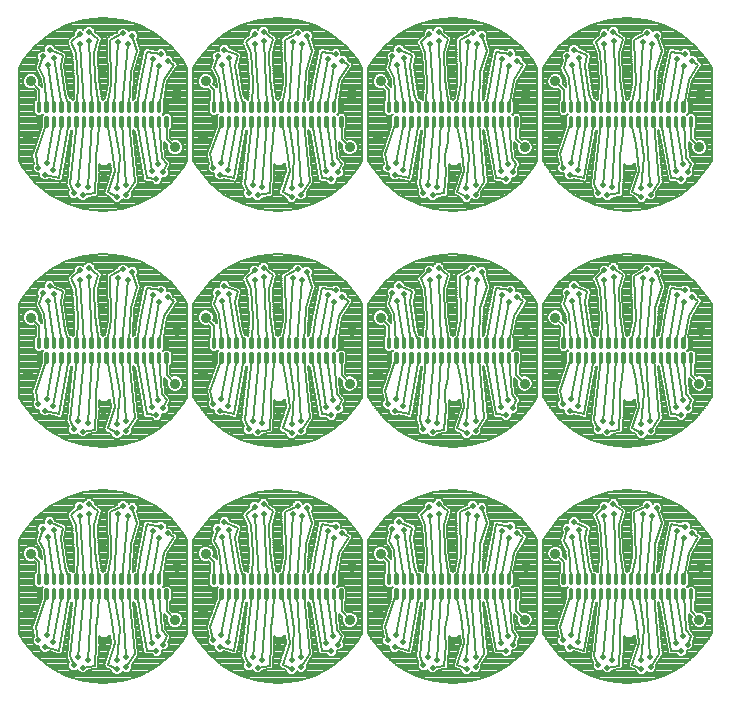
<source format=gtl>
G75*
%MOIN*%
%OFA0B0*%
%FSLAX25Y25*%
%IPPOS*%
%LPD*%
%AMOC8*
5,1,8,0,0,1.08239X$1,22.5*
%
%ADD10C,0.01350*%
%ADD11C,0.01969*%
%ADD12C,0.00787*%
%ADD13C,0.02362*%
%ADD14C,0.00504*%
%ADD15C,0.03600*%
%ADD16C,0.00600*%
%ADD17C,0.00500*%
D10*
X0072775Y0094557D02*
X0072925Y0094557D01*
X0072775Y0094557D02*
X0072775Y0097207D01*
X0072925Y0097207D01*
X0072925Y0094557D01*
X0072925Y0095906D02*
X0072775Y0095906D01*
X0075275Y0094557D02*
X0075425Y0094557D01*
X0075275Y0094557D02*
X0075275Y0097207D01*
X0075425Y0097207D01*
X0075425Y0094557D01*
X0075425Y0095906D02*
X0075275Y0095906D01*
X0077775Y0094557D02*
X0077925Y0094557D01*
X0077775Y0094557D02*
X0077775Y0097207D01*
X0077925Y0097207D01*
X0077925Y0094557D01*
X0077925Y0095906D02*
X0077775Y0095906D01*
X0080275Y0094557D02*
X0080425Y0094557D01*
X0080275Y0094557D02*
X0080275Y0097207D01*
X0080425Y0097207D01*
X0080425Y0094557D01*
X0080425Y0095906D02*
X0080275Y0095906D01*
X0082775Y0094557D02*
X0082925Y0094557D01*
X0082775Y0094557D02*
X0082775Y0097207D01*
X0082925Y0097207D01*
X0082925Y0094557D01*
X0082925Y0095906D02*
X0082775Y0095906D01*
X0085275Y0094557D02*
X0085425Y0094557D01*
X0085275Y0094557D02*
X0085275Y0097207D01*
X0085425Y0097207D01*
X0085425Y0094557D01*
X0085425Y0095906D02*
X0085275Y0095906D01*
X0087775Y0094557D02*
X0087925Y0094557D01*
X0087775Y0094557D02*
X0087775Y0097207D01*
X0087925Y0097207D01*
X0087925Y0094557D01*
X0087925Y0095906D02*
X0087775Y0095906D01*
X0090275Y0094557D02*
X0090425Y0094557D01*
X0090275Y0094557D02*
X0090275Y0097207D01*
X0090425Y0097207D01*
X0090425Y0094557D01*
X0090425Y0095906D02*
X0090275Y0095906D01*
X0092775Y0094557D02*
X0092925Y0094557D01*
X0092775Y0094557D02*
X0092775Y0097207D01*
X0092925Y0097207D01*
X0092925Y0094557D01*
X0092925Y0095906D02*
X0092775Y0095906D01*
X0095275Y0094557D02*
X0095425Y0094557D01*
X0095275Y0094557D02*
X0095275Y0097207D01*
X0095425Y0097207D01*
X0095425Y0094557D01*
X0095425Y0095906D02*
X0095275Y0095906D01*
X0097775Y0094557D02*
X0097925Y0094557D01*
X0097775Y0094557D02*
X0097775Y0097207D01*
X0097925Y0097207D01*
X0097925Y0094557D01*
X0097925Y0095906D02*
X0097775Y0095906D01*
X0100275Y0094557D02*
X0100425Y0094557D01*
X0100275Y0094557D02*
X0100275Y0097207D01*
X0100425Y0097207D01*
X0100425Y0094557D01*
X0100425Y0095906D02*
X0100275Y0095906D01*
X0102775Y0094557D02*
X0102925Y0094557D01*
X0102775Y0094557D02*
X0102775Y0097207D01*
X0102925Y0097207D01*
X0102925Y0094557D01*
X0102925Y0095906D02*
X0102775Y0095906D01*
X0105275Y0094557D02*
X0105425Y0094557D01*
X0105275Y0094557D02*
X0105275Y0097207D01*
X0105425Y0097207D01*
X0105425Y0094557D01*
X0105425Y0095906D02*
X0105275Y0095906D01*
X0107775Y0094557D02*
X0107925Y0094557D01*
X0107775Y0094557D02*
X0107775Y0097207D01*
X0107925Y0097207D01*
X0107925Y0094557D01*
X0107925Y0095906D02*
X0107775Y0095906D01*
X0110275Y0094557D02*
X0110425Y0094557D01*
X0110275Y0094557D02*
X0110275Y0097207D01*
X0110425Y0097207D01*
X0110425Y0094557D01*
X0110425Y0095906D02*
X0110275Y0095906D01*
X0112775Y0094557D02*
X0112925Y0094557D01*
X0112775Y0094557D02*
X0112775Y0097207D01*
X0112925Y0097207D01*
X0112925Y0094557D01*
X0112925Y0095906D02*
X0112775Y0095906D01*
X0115275Y0094557D02*
X0115425Y0094557D01*
X0115275Y0094557D02*
X0115275Y0097207D01*
X0115425Y0097207D01*
X0115425Y0094557D01*
X0115425Y0095906D02*
X0115275Y0095906D01*
X0115275Y0099557D02*
X0115425Y0099557D01*
X0115275Y0099557D02*
X0115275Y0102207D01*
X0115425Y0102207D01*
X0115425Y0099557D01*
X0115425Y0100906D02*
X0115275Y0100906D01*
X0112925Y0099557D02*
X0112775Y0099557D01*
X0112775Y0102207D01*
X0112925Y0102207D01*
X0112925Y0099557D01*
X0112925Y0100906D02*
X0112775Y0100906D01*
X0110425Y0099557D02*
X0110275Y0099557D01*
X0110275Y0102207D01*
X0110425Y0102207D01*
X0110425Y0099557D01*
X0110425Y0100906D02*
X0110275Y0100906D01*
X0107925Y0099557D02*
X0107775Y0099557D01*
X0107775Y0102207D01*
X0107925Y0102207D01*
X0107925Y0099557D01*
X0107925Y0100906D02*
X0107775Y0100906D01*
X0105425Y0099557D02*
X0105275Y0099557D01*
X0105275Y0102207D01*
X0105425Y0102207D01*
X0105425Y0099557D01*
X0105425Y0100906D02*
X0105275Y0100906D01*
X0102925Y0099557D02*
X0102775Y0099557D01*
X0102775Y0102207D01*
X0102925Y0102207D01*
X0102925Y0099557D01*
X0102925Y0100906D02*
X0102775Y0100906D01*
X0100425Y0099557D02*
X0100275Y0099557D01*
X0100275Y0102207D01*
X0100425Y0102207D01*
X0100425Y0099557D01*
X0100425Y0100906D02*
X0100275Y0100906D01*
X0097925Y0099557D02*
X0097775Y0099557D01*
X0097775Y0102207D01*
X0097925Y0102207D01*
X0097925Y0099557D01*
X0097925Y0100906D02*
X0097775Y0100906D01*
X0095425Y0099557D02*
X0095275Y0099557D01*
X0095275Y0102207D01*
X0095425Y0102207D01*
X0095425Y0099557D01*
X0095425Y0100906D02*
X0095275Y0100906D01*
X0092925Y0099557D02*
X0092775Y0099557D01*
X0092775Y0102207D01*
X0092925Y0102207D01*
X0092925Y0099557D01*
X0092925Y0100906D02*
X0092775Y0100906D01*
X0090425Y0099557D02*
X0090275Y0099557D01*
X0090275Y0102207D01*
X0090425Y0102207D01*
X0090425Y0099557D01*
X0090425Y0100906D02*
X0090275Y0100906D01*
X0087925Y0099557D02*
X0087775Y0099557D01*
X0087775Y0102207D01*
X0087925Y0102207D01*
X0087925Y0099557D01*
X0087925Y0100906D02*
X0087775Y0100906D01*
X0085425Y0099557D02*
X0085275Y0099557D01*
X0085275Y0102207D01*
X0085425Y0102207D01*
X0085425Y0099557D01*
X0085425Y0100906D02*
X0085275Y0100906D01*
X0082925Y0099557D02*
X0082775Y0099557D01*
X0082775Y0102207D01*
X0082925Y0102207D01*
X0082925Y0099557D01*
X0082925Y0100906D02*
X0082775Y0100906D01*
X0080425Y0099557D02*
X0080275Y0099557D01*
X0080275Y0102207D01*
X0080425Y0102207D01*
X0080425Y0099557D01*
X0080425Y0100906D02*
X0080275Y0100906D01*
X0077925Y0099557D02*
X0077775Y0099557D01*
X0077775Y0102207D01*
X0077925Y0102207D01*
X0077925Y0099557D01*
X0077925Y0100906D02*
X0077775Y0100906D01*
X0075425Y0099557D02*
X0075275Y0099557D01*
X0075275Y0102207D01*
X0075425Y0102207D01*
X0075425Y0099557D01*
X0075425Y0100906D02*
X0075275Y0100906D01*
X0072925Y0099557D02*
X0072775Y0099557D01*
X0072775Y0102207D01*
X0072925Y0102207D01*
X0072925Y0099557D01*
X0072925Y0100906D02*
X0072775Y0100906D01*
X0131043Y0099557D02*
X0131193Y0099557D01*
X0131043Y0099557D02*
X0131043Y0102207D01*
X0131193Y0102207D01*
X0131193Y0099557D01*
X0131193Y0100906D02*
X0131043Y0100906D01*
X0133543Y0099557D02*
X0133693Y0099557D01*
X0133543Y0099557D02*
X0133543Y0102207D01*
X0133693Y0102207D01*
X0133693Y0099557D01*
X0133693Y0100906D02*
X0133543Y0100906D01*
X0136043Y0099557D02*
X0136193Y0099557D01*
X0136043Y0099557D02*
X0136043Y0102207D01*
X0136193Y0102207D01*
X0136193Y0099557D01*
X0136193Y0100906D02*
X0136043Y0100906D01*
X0138543Y0099557D02*
X0138693Y0099557D01*
X0138543Y0099557D02*
X0138543Y0102207D01*
X0138693Y0102207D01*
X0138693Y0099557D01*
X0138693Y0100906D02*
X0138543Y0100906D01*
X0141043Y0099557D02*
X0141193Y0099557D01*
X0141043Y0099557D02*
X0141043Y0102207D01*
X0141193Y0102207D01*
X0141193Y0099557D01*
X0141193Y0100906D02*
X0141043Y0100906D01*
X0143543Y0099557D02*
X0143693Y0099557D01*
X0143543Y0099557D02*
X0143543Y0102207D01*
X0143693Y0102207D01*
X0143693Y0099557D01*
X0143693Y0100906D02*
X0143543Y0100906D01*
X0146043Y0099557D02*
X0146193Y0099557D01*
X0146043Y0099557D02*
X0146043Y0102207D01*
X0146193Y0102207D01*
X0146193Y0099557D01*
X0146193Y0100906D02*
X0146043Y0100906D01*
X0148543Y0099557D02*
X0148693Y0099557D01*
X0148543Y0099557D02*
X0148543Y0102207D01*
X0148693Y0102207D01*
X0148693Y0099557D01*
X0148693Y0100906D02*
X0148543Y0100906D01*
X0151043Y0099557D02*
X0151193Y0099557D01*
X0151043Y0099557D02*
X0151043Y0102207D01*
X0151193Y0102207D01*
X0151193Y0099557D01*
X0151193Y0100906D02*
X0151043Y0100906D01*
X0153543Y0099557D02*
X0153693Y0099557D01*
X0153543Y0099557D02*
X0153543Y0102207D01*
X0153693Y0102207D01*
X0153693Y0099557D01*
X0153693Y0100906D02*
X0153543Y0100906D01*
X0156043Y0099557D02*
X0156193Y0099557D01*
X0156043Y0099557D02*
X0156043Y0102207D01*
X0156193Y0102207D01*
X0156193Y0099557D01*
X0156193Y0100906D02*
X0156043Y0100906D01*
X0158543Y0099557D02*
X0158693Y0099557D01*
X0158543Y0099557D02*
X0158543Y0102207D01*
X0158693Y0102207D01*
X0158693Y0099557D01*
X0158693Y0100906D02*
X0158543Y0100906D01*
X0161043Y0099557D02*
X0161193Y0099557D01*
X0161043Y0099557D02*
X0161043Y0102207D01*
X0161193Y0102207D01*
X0161193Y0099557D01*
X0161193Y0100906D02*
X0161043Y0100906D01*
X0163543Y0099557D02*
X0163693Y0099557D01*
X0163543Y0099557D02*
X0163543Y0102207D01*
X0163693Y0102207D01*
X0163693Y0099557D01*
X0163693Y0100906D02*
X0163543Y0100906D01*
X0166043Y0099557D02*
X0166193Y0099557D01*
X0166043Y0099557D02*
X0166043Y0102207D01*
X0166193Y0102207D01*
X0166193Y0099557D01*
X0166193Y0100906D02*
X0166043Y0100906D01*
X0168543Y0099557D02*
X0168693Y0099557D01*
X0168543Y0099557D02*
X0168543Y0102207D01*
X0168693Y0102207D01*
X0168693Y0099557D01*
X0168693Y0100906D02*
X0168543Y0100906D01*
X0171043Y0099557D02*
X0171193Y0099557D01*
X0171043Y0099557D02*
X0171043Y0102207D01*
X0171193Y0102207D01*
X0171193Y0099557D01*
X0171193Y0100906D02*
X0171043Y0100906D01*
X0173543Y0099557D02*
X0173693Y0099557D01*
X0173543Y0099557D02*
X0173543Y0102207D01*
X0173693Y0102207D01*
X0173693Y0099557D01*
X0173693Y0100906D02*
X0173543Y0100906D01*
X0173543Y0094557D02*
X0173693Y0094557D01*
X0173543Y0094557D02*
X0173543Y0097207D01*
X0173693Y0097207D01*
X0173693Y0094557D01*
X0173693Y0095906D02*
X0173543Y0095906D01*
X0171193Y0094557D02*
X0171043Y0094557D01*
X0171043Y0097207D01*
X0171193Y0097207D01*
X0171193Y0094557D01*
X0171193Y0095906D02*
X0171043Y0095906D01*
X0168693Y0094557D02*
X0168543Y0094557D01*
X0168543Y0097207D01*
X0168693Y0097207D01*
X0168693Y0094557D01*
X0168693Y0095906D02*
X0168543Y0095906D01*
X0166193Y0094557D02*
X0166043Y0094557D01*
X0166043Y0097207D01*
X0166193Y0097207D01*
X0166193Y0094557D01*
X0166193Y0095906D02*
X0166043Y0095906D01*
X0163693Y0094557D02*
X0163543Y0094557D01*
X0163543Y0097207D01*
X0163693Y0097207D01*
X0163693Y0094557D01*
X0163693Y0095906D02*
X0163543Y0095906D01*
X0161193Y0094557D02*
X0161043Y0094557D01*
X0161043Y0097207D01*
X0161193Y0097207D01*
X0161193Y0094557D01*
X0161193Y0095906D02*
X0161043Y0095906D01*
X0158693Y0094557D02*
X0158543Y0094557D01*
X0158543Y0097207D01*
X0158693Y0097207D01*
X0158693Y0094557D01*
X0158693Y0095906D02*
X0158543Y0095906D01*
X0156193Y0094557D02*
X0156043Y0094557D01*
X0156043Y0097207D01*
X0156193Y0097207D01*
X0156193Y0094557D01*
X0156193Y0095906D02*
X0156043Y0095906D01*
X0153693Y0094557D02*
X0153543Y0094557D01*
X0153543Y0097207D01*
X0153693Y0097207D01*
X0153693Y0094557D01*
X0153693Y0095906D02*
X0153543Y0095906D01*
X0151193Y0094557D02*
X0151043Y0094557D01*
X0151043Y0097207D01*
X0151193Y0097207D01*
X0151193Y0094557D01*
X0151193Y0095906D02*
X0151043Y0095906D01*
X0148693Y0094557D02*
X0148543Y0094557D01*
X0148543Y0097207D01*
X0148693Y0097207D01*
X0148693Y0094557D01*
X0148693Y0095906D02*
X0148543Y0095906D01*
X0146193Y0094557D02*
X0146043Y0094557D01*
X0146043Y0097207D01*
X0146193Y0097207D01*
X0146193Y0094557D01*
X0146193Y0095906D02*
X0146043Y0095906D01*
X0143693Y0094557D02*
X0143543Y0094557D01*
X0143543Y0097207D01*
X0143693Y0097207D01*
X0143693Y0094557D01*
X0143693Y0095906D02*
X0143543Y0095906D01*
X0141193Y0094557D02*
X0141043Y0094557D01*
X0141043Y0097207D01*
X0141193Y0097207D01*
X0141193Y0094557D01*
X0141193Y0095906D02*
X0141043Y0095906D01*
X0138693Y0094557D02*
X0138543Y0094557D01*
X0138543Y0097207D01*
X0138693Y0097207D01*
X0138693Y0094557D01*
X0138693Y0095906D02*
X0138543Y0095906D01*
X0136193Y0094557D02*
X0136043Y0094557D01*
X0136043Y0097207D01*
X0136193Y0097207D01*
X0136193Y0094557D01*
X0136193Y0095906D02*
X0136043Y0095906D01*
X0133693Y0094557D02*
X0133543Y0094557D01*
X0133543Y0097207D01*
X0133693Y0097207D01*
X0133693Y0094557D01*
X0133693Y0095906D02*
X0133543Y0095906D01*
X0131193Y0094557D02*
X0131043Y0094557D01*
X0131043Y0097207D01*
X0131193Y0097207D01*
X0131193Y0094557D01*
X0131193Y0095906D02*
X0131043Y0095906D01*
X0189311Y0094557D02*
X0189461Y0094557D01*
X0189311Y0094557D02*
X0189311Y0097207D01*
X0189461Y0097207D01*
X0189461Y0094557D01*
X0189461Y0095906D02*
X0189311Y0095906D01*
X0191811Y0094557D02*
X0191961Y0094557D01*
X0191811Y0094557D02*
X0191811Y0097207D01*
X0191961Y0097207D01*
X0191961Y0094557D01*
X0191961Y0095906D02*
X0191811Y0095906D01*
X0194311Y0094557D02*
X0194461Y0094557D01*
X0194311Y0094557D02*
X0194311Y0097207D01*
X0194461Y0097207D01*
X0194461Y0094557D01*
X0194461Y0095906D02*
X0194311Y0095906D01*
X0196811Y0094557D02*
X0196961Y0094557D01*
X0196811Y0094557D02*
X0196811Y0097207D01*
X0196961Y0097207D01*
X0196961Y0094557D01*
X0196961Y0095906D02*
X0196811Y0095906D01*
X0199311Y0094557D02*
X0199461Y0094557D01*
X0199311Y0094557D02*
X0199311Y0097207D01*
X0199461Y0097207D01*
X0199461Y0094557D01*
X0199461Y0095906D02*
X0199311Y0095906D01*
X0201811Y0094557D02*
X0201961Y0094557D01*
X0201811Y0094557D02*
X0201811Y0097207D01*
X0201961Y0097207D01*
X0201961Y0094557D01*
X0201961Y0095906D02*
X0201811Y0095906D01*
X0204311Y0094557D02*
X0204461Y0094557D01*
X0204311Y0094557D02*
X0204311Y0097207D01*
X0204461Y0097207D01*
X0204461Y0094557D01*
X0204461Y0095906D02*
X0204311Y0095906D01*
X0206811Y0094557D02*
X0206961Y0094557D01*
X0206811Y0094557D02*
X0206811Y0097207D01*
X0206961Y0097207D01*
X0206961Y0094557D01*
X0206961Y0095906D02*
X0206811Y0095906D01*
X0209311Y0094557D02*
X0209461Y0094557D01*
X0209311Y0094557D02*
X0209311Y0097207D01*
X0209461Y0097207D01*
X0209461Y0094557D01*
X0209461Y0095906D02*
X0209311Y0095906D01*
X0211811Y0094557D02*
X0211961Y0094557D01*
X0211811Y0094557D02*
X0211811Y0097207D01*
X0211961Y0097207D01*
X0211961Y0094557D01*
X0211961Y0095906D02*
X0211811Y0095906D01*
X0214311Y0094557D02*
X0214461Y0094557D01*
X0214311Y0094557D02*
X0214311Y0097207D01*
X0214461Y0097207D01*
X0214461Y0094557D01*
X0214461Y0095906D02*
X0214311Y0095906D01*
X0216811Y0094557D02*
X0216961Y0094557D01*
X0216811Y0094557D02*
X0216811Y0097207D01*
X0216961Y0097207D01*
X0216961Y0094557D01*
X0216961Y0095906D02*
X0216811Y0095906D01*
X0219311Y0094557D02*
X0219461Y0094557D01*
X0219311Y0094557D02*
X0219311Y0097207D01*
X0219461Y0097207D01*
X0219461Y0094557D01*
X0219461Y0095906D02*
X0219311Y0095906D01*
X0221811Y0094557D02*
X0221961Y0094557D01*
X0221811Y0094557D02*
X0221811Y0097207D01*
X0221961Y0097207D01*
X0221961Y0094557D01*
X0221961Y0095906D02*
X0221811Y0095906D01*
X0224311Y0094557D02*
X0224461Y0094557D01*
X0224311Y0094557D02*
X0224311Y0097207D01*
X0224461Y0097207D01*
X0224461Y0094557D01*
X0224461Y0095906D02*
X0224311Y0095906D01*
X0226811Y0094557D02*
X0226961Y0094557D01*
X0226811Y0094557D02*
X0226811Y0097207D01*
X0226961Y0097207D01*
X0226961Y0094557D01*
X0226961Y0095906D02*
X0226811Y0095906D01*
X0229311Y0094557D02*
X0229461Y0094557D01*
X0229311Y0094557D02*
X0229311Y0097207D01*
X0229461Y0097207D01*
X0229461Y0094557D01*
X0229461Y0095906D02*
X0229311Y0095906D01*
X0231811Y0094557D02*
X0231961Y0094557D01*
X0231811Y0094557D02*
X0231811Y0097207D01*
X0231961Y0097207D01*
X0231961Y0094557D01*
X0231961Y0095906D02*
X0231811Y0095906D01*
X0231811Y0099557D02*
X0231961Y0099557D01*
X0231811Y0099557D02*
X0231811Y0102207D01*
X0231961Y0102207D01*
X0231961Y0099557D01*
X0231961Y0100906D02*
X0231811Y0100906D01*
X0229461Y0099557D02*
X0229311Y0099557D01*
X0229311Y0102207D01*
X0229461Y0102207D01*
X0229461Y0099557D01*
X0229461Y0100906D02*
X0229311Y0100906D01*
X0226961Y0099557D02*
X0226811Y0099557D01*
X0226811Y0102207D01*
X0226961Y0102207D01*
X0226961Y0099557D01*
X0226961Y0100906D02*
X0226811Y0100906D01*
X0224461Y0099557D02*
X0224311Y0099557D01*
X0224311Y0102207D01*
X0224461Y0102207D01*
X0224461Y0099557D01*
X0224461Y0100906D02*
X0224311Y0100906D01*
X0221961Y0099557D02*
X0221811Y0099557D01*
X0221811Y0102207D01*
X0221961Y0102207D01*
X0221961Y0099557D01*
X0221961Y0100906D02*
X0221811Y0100906D01*
X0219461Y0099557D02*
X0219311Y0099557D01*
X0219311Y0102207D01*
X0219461Y0102207D01*
X0219461Y0099557D01*
X0219461Y0100906D02*
X0219311Y0100906D01*
X0216961Y0099557D02*
X0216811Y0099557D01*
X0216811Y0102207D01*
X0216961Y0102207D01*
X0216961Y0099557D01*
X0216961Y0100906D02*
X0216811Y0100906D01*
X0214461Y0099557D02*
X0214311Y0099557D01*
X0214311Y0102207D01*
X0214461Y0102207D01*
X0214461Y0099557D01*
X0214461Y0100906D02*
X0214311Y0100906D01*
X0211961Y0099557D02*
X0211811Y0099557D01*
X0211811Y0102207D01*
X0211961Y0102207D01*
X0211961Y0099557D01*
X0211961Y0100906D02*
X0211811Y0100906D01*
X0209461Y0099557D02*
X0209311Y0099557D01*
X0209311Y0102207D01*
X0209461Y0102207D01*
X0209461Y0099557D01*
X0209461Y0100906D02*
X0209311Y0100906D01*
X0206961Y0099557D02*
X0206811Y0099557D01*
X0206811Y0102207D01*
X0206961Y0102207D01*
X0206961Y0099557D01*
X0206961Y0100906D02*
X0206811Y0100906D01*
X0204461Y0099557D02*
X0204311Y0099557D01*
X0204311Y0102207D01*
X0204461Y0102207D01*
X0204461Y0099557D01*
X0204461Y0100906D02*
X0204311Y0100906D01*
X0201961Y0099557D02*
X0201811Y0099557D01*
X0201811Y0102207D01*
X0201961Y0102207D01*
X0201961Y0099557D01*
X0201961Y0100906D02*
X0201811Y0100906D01*
X0199461Y0099557D02*
X0199311Y0099557D01*
X0199311Y0102207D01*
X0199461Y0102207D01*
X0199461Y0099557D01*
X0199461Y0100906D02*
X0199311Y0100906D01*
X0196961Y0099557D02*
X0196811Y0099557D01*
X0196811Y0102207D01*
X0196961Y0102207D01*
X0196961Y0099557D01*
X0196961Y0100906D02*
X0196811Y0100906D01*
X0194461Y0099557D02*
X0194311Y0099557D01*
X0194311Y0102207D01*
X0194461Y0102207D01*
X0194461Y0099557D01*
X0194461Y0100906D02*
X0194311Y0100906D01*
X0191961Y0099557D02*
X0191811Y0099557D01*
X0191811Y0102207D01*
X0191961Y0102207D01*
X0191961Y0099557D01*
X0191961Y0100906D02*
X0191811Y0100906D01*
X0189461Y0099557D02*
X0189311Y0099557D01*
X0189311Y0102207D01*
X0189461Y0102207D01*
X0189461Y0099557D01*
X0189461Y0100906D02*
X0189311Y0100906D01*
X0247579Y0099557D02*
X0247729Y0099557D01*
X0247579Y0099557D02*
X0247579Y0102207D01*
X0247729Y0102207D01*
X0247729Y0099557D01*
X0247729Y0100906D02*
X0247579Y0100906D01*
X0250079Y0099557D02*
X0250229Y0099557D01*
X0250079Y0099557D02*
X0250079Y0102207D01*
X0250229Y0102207D01*
X0250229Y0099557D01*
X0250229Y0100906D02*
X0250079Y0100906D01*
X0252579Y0099557D02*
X0252729Y0099557D01*
X0252579Y0099557D02*
X0252579Y0102207D01*
X0252729Y0102207D01*
X0252729Y0099557D01*
X0252729Y0100906D02*
X0252579Y0100906D01*
X0255079Y0099557D02*
X0255229Y0099557D01*
X0255079Y0099557D02*
X0255079Y0102207D01*
X0255229Y0102207D01*
X0255229Y0099557D01*
X0255229Y0100906D02*
X0255079Y0100906D01*
X0257579Y0099557D02*
X0257729Y0099557D01*
X0257579Y0099557D02*
X0257579Y0102207D01*
X0257729Y0102207D01*
X0257729Y0099557D01*
X0257729Y0100906D02*
X0257579Y0100906D01*
X0260079Y0099557D02*
X0260229Y0099557D01*
X0260079Y0099557D02*
X0260079Y0102207D01*
X0260229Y0102207D01*
X0260229Y0099557D01*
X0260229Y0100906D02*
X0260079Y0100906D01*
X0262579Y0099557D02*
X0262729Y0099557D01*
X0262579Y0099557D02*
X0262579Y0102207D01*
X0262729Y0102207D01*
X0262729Y0099557D01*
X0262729Y0100906D02*
X0262579Y0100906D01*
X0265079Y0099557D02*
X0265229Y0099557D01*
X0265079Y0099557D02*
X0265079Y0102207D01*
X0265229Y0102207D01*
X0265229Y0099557D01*
X0265229Y0100906D02*
X0265079Y0100906D01*
X0267579Y0099557D02*
X0267729Y0099557D01*
X0267579Y0099557D02*
X0267579Y0102207D01*
X0267729Y0102207D01*
X0267729Y0099557D01*
X0267729Y0100906D02*
X0267579Y0100906D01*
X0270079Y0099557D02*
X0270229Y0099557D01*
X0270079Y0099557D02*
X0270079Y0102207D01*
X0270229Y0102207D01*
X0270229Y0099557D01*
X0270229Y0100906D02*
X0270079Y0100906D01*
X0272579Y0099557D02*
X0272729Y0099557D01*
X0272579Y0099557D02*
X0272579Y0102207D01*
X0272729Y0102207D01*
X0272729Y0099557D01*
X0272729Y0100906D02*
X0272579Y0100906D01*
X0275079Y0099557D02*
X0275229Y0099557D01*
X0275079Y0099557D02*
X0275079Y0102207D01*
X0275229Y0102207D01*
X0275229Y0099557D01*
X0275229Y0100906D02*
X0275079Y0100906D01*
X0277579Y0099557D02*
X0277729Y0099557D01*
X0277579Y0099557D02*
X0277579Y0102207D01*
X0277729Y0102207D01*
X0277729Y0099557D01*
X0277729Y0100906D02*
X0277579Y0100906D01*
X0280079Y0099557D02*
X0280229Y0099557D01*
X0280079Y0099557D02*
X0280079Y0102207D01*
X0280229Y0102207D01*
X0280229Y0099557D01*
X0280229Y0100906D02*
X0280079Y0100906D01*
X0282579Y0099557D02*
X0282729Y0099557D01*
X0282579Y0099557D02*
X0282579Y0102207D01*
X0282729Y0102207D01*
X0282729Y0099557D01*
X0282729Y0100906D02*
X0282579Y0100906D01*
X0285079Y0099557D02*
X0285229Y0099557D01*
X0285079Y0099557D02*
X0285079Y0102207D01*
X0285229Y0102207D01*
X0285229Y0099557D01*
X0285229Y0100906D02*
X0285079Y0100906D01*
X0287579Y0099557D02*
X0287729Y0099557D01*
X0287579Y0099557D02*
X0287579Y0102207D01*
X0287729Y0102207D01*
X0287729Y0099557D01*
X0287729Y0100906D02*
X0287579Y0100906D01*
X0290079Y0099557D02*
X0290229Y0099557D01*
X0290079Y0099557D02*
X0290079Y0102207D01*
X0290229Y0102207D01*
X0290229Y0099557D01*
X0290229Y0100906D02*
X0290079Y0100906D01*
X0290079Y0094557D02*
X0290229Y0094557D01*
X0290079Y0094557D02*
X0290079Y0097207D01*
X0290229Y0097207D01*
X0290229Y0094557D01*
X0290229Y0095906D02*
X0290079Y0095906D01*
X0287729Y0094557D02*
X0287579Y0094557D01*
X0287579Y0097207D01*
X0287729Y0097207D01*
X0287729Y0094557D01*
X0287729Y0095906D02*
X0287579Y0095906D01*
X0285229Y0094557D02*
X0285079Y0094557D01*
X0285079Y0097207D01*
X0285229Y0097207D01*
X0285229Y0094557D01*
X0285229Y0095906D02*
X0285079Y0095906D01*
X0282729Y0094557D02*
X0282579Y0094557D01*
X0282579Y0097207D01*
X0282729Y0097207D01*
X0282729Y0094557D01*
X0282729Y0095906D02*
X0282579Y0095906D01*
X0280229Y0094557D02*
X0280079Y0094557D01*
X0280079Y0097207D01*
X0280229Y0097207D01*
X0280229Y0094557D01*
X0280229Y0095906D02*
X0280079Y0095906D01*
X0277729Y0094557D02*
X0277579Y0094557D01*
X0277579Y0097207D01*
X0277729Y0097207D01*
X0277729Y0094557D01*
X0277729Y0095906D02*
X0277579Y0095906D01*
X0275229Y0094557D02*
X0275079Y0094557D01*
X0275079Y0097207D01*
X0275229Y0097207D01*
X0275229Y0094557D01*
X0275229Y0095906D02*
X0275079Y0095906D01*
X0272729Y0094557D02*
X0272579Y0094557D01*
X0272579Y0097207D01*
X0272729Y0097207D01*
X0272729Y0094557D01*
X0272729Y0095906D02*
X0272579Y0095906D01*
X0270229Y0094557D02*
X0270079Y0094557D01*
X0270079Y0097207D01*
X0270229Y0097207D01*
X0270229Y0094557D01*
X0270229Y0095906D02*
X0270079Y0095906D01*
X0267729Y0094557D02*
X0267579Y0094557D01*
X0267579Y0097207D01*
X0267729Y0097207D01*
X0267729Y0094557D01*
X0267729Y0095906D02*
X0267579Y0095906D01*
X0265229Y0094557D02*
X0265079Y0094557D01*
X0265079Y0097207D01*
X0265229Y0097207D01*
X0265229Y0094557D01*
X0265229Y0095906D02*
X0265079Y0095906D01*
X0262729Y0094557D02*
X0262579Y0094557D01*
X0262579Y0097207D01*
X0262729Y0097207D01*
X0262729Y0094557D01*
X0262729Y0095906D02*
X0262579Y0095906D01*
X0260229Y0094557D02*
X0260079Y0094557D01*
X0260079Y0097207D01*
X0260229Y0097207D01*
X0260229Y0094557D01*
X0260229Y0095906D02*
X0260079Y0095906D01*
X0257729Y0094557D02*
X0257579Y0094557D01*
X0257579Y0097207D01*
X0257729Y0097207D01*
X0257729Y0094557D01*
X0257729Y0095906D02*
X0257579Y0095906D01*
X0255229Y0094557D02*
X0255079Y0094557D01*
X0255079Y0097207D01*
X0255229Y0097207D01*
X0255229Y0094557D01*
X0255229Y0095906D02*
X0255079Y0095906D01*
X0252729Y0094557D02*
X0252579Y0094557D01*
X0252579Y0097207D01*
X0252729Y0097207D01*
X0252729Y0094557D01*
X0252729Y0095906D02*
X0252579Y0095906D01*
X0250229Y0094557D02*
X0250079Y0094557D01*
X0250079Y0097207D01*
X0250229Y0097207D01*
X0250229Y0094557D01*
X0250229Y0095906D02*
X0250079Y0095906D01*
X0247729Y0094557D02*
X0247579Y0094557D01*
X0247579Y0097207D01*
X0247729Y0097207D01*
X0247729Y0094557D01*
X0247729Y0095906D02*
X0247579Y0095906D01*
X0247729Y0173297D02*
X0247579Y0173297D01*
X0247579Y0175947D01*
X0247729Y0175947D01*
X0247729Y0173297D01*
X0247729Y0174646D02*
X0247579Y0174646D01*
X0250079Y0173297D02*
X0250229Y0173297D01*
X0250079Y0173297D02*
X0250079Y0175947D01*
X0250229Y0175947D01*
X0250229Y0173297D01*
X0250229Y0174646D02*
X0250079Y0174646D01*
X0252579Y0173297D02*
X0252729Y0173297D01*
X0252579Y0173297D02*
X0252579Y0175947D01*
X0252729Y0175947D01*
X0252729Y0173297D01*
X0252729Y0174646D02*
X0252579Y0174646D01*
X0255079Y0173297D02*
X0255229Y0173297D01*
X0255079Y0173297D02*
X0255079Y0175947D01*
X0255229Y0175947D01*
X0255229Y0173297D01*
X0255229Y0174646D02*
X0255079Y0174646D01*
X0257579Y0173297D02*
X0257729Y0173297D01*
X0257579Y0173297D02*
X0257579Y0175947D01*
X0257729Y0175947D01*
X0257729Y0173297D01*
X0257729Y0174646D02*
X0257579Y0174646D01*
X0260079Y0173297D02*
X0260229Y0173297D01*
X0260079Y0173297D02*
X0260079Y0175947D01*
X0260229Y0175947D01*
X0260229Y0173297D01*
X0260229Y0174646D02*
X0260079Y0174646D01*
X0262579Y0173297D02*
X0262729Y0173297D01*
X0262579Y0173297D02*
X0262579Y0175947D01*
X0262729Y0175947D01*
X0262729Y0173297D01*
X0262729Y0174646D02*
X0262579Y0174646D01*
X0265079Y0173297D02*
X0265229Y0173297D01*
X0265079Y0173297D02*
X0265079Y0175947D01*
X0265229Y0175947D01*
X0265229Y0173297D01*
X0265229Y0174646D02*
X0265079Y0174646D01*
X0267579Y0173297D02*
X0267729Y0173297D01*
X0267579Y0173297D02*
X0267579Y0175947D01*
X0267729Y0175947D01*
X0267729Y0173297D01*
X0267729Y0174646D02*
X0267579Y0174646D01*
X0270079Y0173297D02*
X0270229Y0173297D01*
X0270079Y0173297D02*
X0270079Y0175947D01*
X0270229Y0175947D01*
X0270229Y0173297D01*
X0270229Y0174646D02*
X0270079Y0174646D01*
X0272579Y0173297D02*
X0272729Y0173297D01*
X0272579Y0173297D02*
X0272579Y0175947D01*
X0272729Y0175947D01*
X0272729Y0173297D01*
X0272729Y0174646D02*
X0272579Y0174646D01*
X0275079Y0173297D02*
X0275229Y0173297D01*
X0275079Y0173297D02*
X0275079Y0175947D01*
X0275229Y0175947D01*
X0275229Y0173297D01*
X0275229Y0174646D02*
X0275079Y0174646D01*
X0277579Y0173297D02*
X0277729Y0173297D01*
X0277579Y0173297D02*
X0277579Y0175947D01*
X0277729Y0175947D01*
X0277729Y0173297D01*
X0277729Y0174646D02*
X0277579Y0174646D01*
X0280079Y0173297D02*
X0280229Y0173297D01*
X0280079Y0173297D02*
X0280079Y0175947D01*
X0280229Y0175947D01*
X0280229Y0173297D01*
X0280229Y0174646D02*
X0280079Y0174646D01*
X0282579Y0173297D02*
X0282729Y0173297D01*
X0282579Y0173297D02*
X0282579Y0175947D01*
X0282729Y0175947D01*
X0282729Y0173297D01*
X0282729Y0174646D02*
X0282579Y0174646D01*
X0285079Y0173297D02*
X0285229Y0173297D01*
X0285079Y0173297D02*
X0285079Y0175947D01*
X0285229Y0175947D01*
X0285229Y0173297D01*
X0285229Y0174646D02*
X0285079Y0174646D01*
X0287579Y0173297D02*
X0287729Y0173297D01*
X0287579Y0173297D02*
X0287579Y0175947D01*
X0287729Y0175947D01*
X0287729Y0173297D01*
X0287729Y0174646D02*
X0287579Y0174646D01*
X0290079Y0173297D02*
X0290229Y0173297D01*
X0290079Y0173297D02*
X0290079Y0175947D01*
X0290229Y0175947D01*
X0290229Y0173297D01*
X0290229Y0174646D02*
X0290079Y0174646D01*
X0290079Y0178297D02*
X0290229Y0178297D01*
X0290079Y0178297D02*
X0290079Y0180947D01*
X0290229Y0180947D01*
X0290229Y0178297D01*
X0290229Y0179646D02*
X0290079Y0179646D01*
X0287729Y0178297D02*
X0287579Y0178297D01*
X0287579Y0180947D01*
X0287729Y0180947D01*
X0287729Y0178297D01*
X0287729Y0179646D02*
X0287579Y0179646D01*
X0285229Y0178297D02*
X0285079Y0178297D01*
X0285079Y0180947D01*
X0285229Y0180947D01*
X0285229Y0178297D01*
X0285229Y0179646D02*
X0285079Y0179646D01*
X0282729Y0178297D02*
X0282579Y0178297D01*
X0282579Y0180947D01*
X0282729Y0180947D01*
X0282729Y0178297D01*
X0282729Y0179646D02*
X0282579Y0179646D01*
X0280229Y0178297D02*
X0280079Y0178297D01*
X0280079Y0180947D01*
X0280229Y0180947D01*
X0280229Y0178297D01*
X0280229Y0179646D02*
X0280079Y0179646D01*
X0277729Y0178297D02*
X0277579Y0178297D01*
X0277579Y0180947D01*
X0277729Y0180947D01*
X0277729Y0178297D01*
X0277729Y0179646D02*
X0277579Y0179646D01*
X0275229Y0178297D02*
X0275079Y0178297D01*
X0275079Y0180947D01*
X0275229Y0180947D01*
X0275229Y0178297D01*
X0275229Y0179646D02*
X0275079Y0179646D01*
X0272729Y0178297D02*
X0272579Y0178297D01*
X0272579Y0180947D01*
X0272729Y0180947D01*
X0272729Y0178297D01*
X0272729Y0179646D02*
X0272579Y0179646D01*
X0270229Y0178297D02*
X0270079Y0178297D01*
X0270079Y0180947D01*
X0270229Y0180947D01*
X0270229Y0178297D01*
X0270229Y0179646D02*
X0270079Y0179646D01*
X0267729Y0178297D02*
X0267579Y0178297D01*
X0267579Y0180947D01*
X0267729Y0180947D01*
X0267729Y0178297D01*
X0267729Y0179646D02*
X0267579Y0179646D01*
X0265229Y0178297D02*
X0265079Y0178297D01*
X0265079Y0180947D01*
X0265229Y0180947D01*
X0265229Y0178297D01*
X0265229Y0179646D02*
X0265079Y0179646D01*
X0262729Y0178297D02*
X0262579Y0178297D01*
X0262579Y0180947D01*
X0262729Y0180947D01*
X0262729Y0178297D01*
X0262729Y0179646D02*
X0262579Y0179646D01*
X0260229Y0178297D02*
X0260079Y0178297D01*
X0260079Y0180947D01*
X0260229Y0180947D01*
X0260229Y0178297D01*
X0260229Y0179646D02*
X0260079Y0179646D01*
X0257729Y0178297D02*
X0257579Y0178297D01*
X0257579Y0180947D01*
X0257729Y0180947D01*
X0257729Y0178297D01*
X0257729Y0179646D02*
X0257579Y0179646D01*
X0255229Y0178297D02*
X0255079Y0178297D01*
X0255079Y0180947D01*
X0255229Y0180947D01*
X0255229Y0178297D01*
X0255229Y0179646D02*
X0255079Y0179646D01*
X0252729Y0178297D02*
X0252579Y0178297D01*
X0252579Y0180947D01*
X0252729Y0180947D01*
X0252729Y0178297D01*
X0252729Y0179646D02*
X0252579Y0179646D01*
X0250229Y0178297D02*
X0250079Y0178297D01*
X0250079Y0180947D01*
X0250229Y0180947D01*
X0250229Y0178297D01*
X0250229Y0179646D02*
X0250079Y0179646D01*
X0247729Y0178297D02*
X0247579Y0178297D01*
X0247579Y0180947D01*
X0247729Y0180947D01*
X0247729Y0178297D01*
X0247729Y0179646D02*
X0247579Y0179646D01*
X0231961Y0178297D02*
X0231811Y0178297D01*
X0231811Y0180947D01*
X0231961Y0180947D01*
X0231961Y0178297D01*
X0231961Y0179646D02*
X0231811Y0179646D01*
X0229461Y0178297D02*
X0229311Y0178297D01*
X0229311Y0180947D01*
X0229461Y0180947D01*
X0229461Y0178297D01*
X0229461Y0179646D02*
X0229311Y0179646D01*
X0226961Y0178297D02*
X0226811Y0178297D01*
X0226811Y0180947D01*
X0226961Y0180947D01*
X0226961Y0178297D01*
X0226961Y0179646D02*
X0226811Y0179646D01*
X0224461Y0178297D02*
X0224311Y0178297D01*
X0224311Y0180947D01*
X0224461Y0180947D01*
X0224461Y0178297D01*
X0224461Y0179646D02*
X0224311Y0179646D01*
X0221961Y0178297D02*
X0221811Y0178297D01*
X0221811Y0180947D01*
X0221961Y0180947D01*
X0221961Y0178297D01*
X0221961Y0179646D02*
X0221811Y0179646D01*
X0219461Y0178297D02*
X0219311Y0178297D01*
X0219311Y0180947D01*
X0219461Y0180947D01*
X0219461Y0178297D01*
X0219461Y0179646D02*
X0219311Y0179646D01*
X0216961Y0178297D02*
X0216811Y0178297D01*
X0216811Y0180947D01*
X0216961Y0180947D01*
X0216961Y0178297D01*
X0216961Y0179646D02*
X0216811Y0179646D01*
X0214461Y0178297D02*
X0214311Y0178297D01*
X0214311Y0180947D01*
X0214461Y0180947D01*
X0214461Y0178297D01*
X0214461Y0179646D02*
X0214311Y0179646D01*
X0211961Y0178297D02*
X0211811Y0178297D01*
X0211811Y0180947D01*
X0211961Y0180947D01*
X0211961Y0178297D01*
X0211961Y0179646D02*
X0211811Y0179646D01*
X0209461Y0178297D02*
X0209311Y0178297D01*
X0209311Y0180947D01*
X0209461Y0180947D01*
X0209461Y0178297D01*
X0209461Y0179646D02*
X0209311Y0179646D01*
X0206961Y0178297D02*
X0206811Y0178297D01*
X0206811Y0180947D01*
X0206961Y0180947D01*
X0206961Y0178297D01*
X0206961Y0179646D02*
X0206811Y0179646D01*
X0204461Y0178297D02*
X0204311Y0178297D01*
X0204311Y0180947D01*
X0204461Y0180947D01*
X0204461Y0178297D01*
X0204461Y0179646D02*
X0204311Y0179646D01*
X0201961Y0178297D02*
X0201811Y0178297D01*
X0201811Y0180947D01*
X0201961Y0180947D01*
X0201961Y0178297D01*
X0201961Y0179646D02*
X0201811Y0179646D01*
X0199461Y0178297D02*
X0199311Y0178297D01*
X0199311Y0180947D01*
X0199461Y0180947D01*
X0199461Y0178297D01*
X0199461Y0179646D02*
X0199311Y0179646D01*
X0196961Y0178297D02*
X0196811Y0178297D01*
X0196811Y0180947D01*
X0196961Y0180947D01*
X0196961Y0178297D01*
X0196961Y0179646D02*
X0196811Y0179646D01*
X0194461Y0178297D02*
X0194311Y0178297D01*
X0194311Y0180947D01*
X0194461Y0180947D01*
X0194461Y0178297D01*
X0194461Y0179646D02*
X0194311Y0179646D01*
X0191961Y0178297D02*
X0191811Y0178297D01*
X0191811Y0180947D01*
X0191961Y0180947D01*
X0191961Y0178297D01*
X0191961Y0179646D02*
X0191811Y0179646D01*
X0189461Y0178297D02*
X0189311Y0178297D01*
X0189311Y0180947D01*
X0189461Y0180947D01*
X0189461Y0178297D01*
X0189461Y0179646D02*
X0189311Y0179646D01*
X0189311Y0173297D02*
X0189461Y0173297D01*
X0189311Y0173297D02*
X0189311Y0175947D01*
X0189461Y0175947D01*
X0189461Y0173297D01*
X0189461Y0174646D02*
X0189311Y0174646D01*
X0191811Y0173297D02*
X0191961Y0173297D01*
X0191811Y0173297D02*
X0191811Y0175947D01*
X0191961Y0175947D01*
X0191961Y0173297D01*
X0191961Y0174646D02*
X0191811Y0174646D01*
X0194311Y0173297D02*
X0194461Y0173297D01*
X0194311Y0173297D02*
X0194311Y0175947D01*
X0194461Y0175947D01*
X0194461Y0173297D01*
X0194461Y0174646D02*
X0194311Y0174646D01*
X0196811Y0173297D02*
X0196961Y0173297D01*
X0196811Y0173297D02*
X0196811Y0175947D01*
X0196961Y0175947D01*
X0196961Y0173297D01*
X0196961Y0174646D02*
X0196811Y0174646D01*
X0199311Y0173297D02*
X0199461Y0173297D01*
X0199311Y0173297D02*
X0199311Y0175947D01*
X0199461Y0175947D01*
X0199461Y0173297D01*
X0199461Y0174646D02*
X0199311Y0174646D01*
X0201811Y0173297D02*
X0201961Y0173297D01*
X0201811Y0173297D02*
X0201811Y0175947D01*
X0201961Y0175947D01*
X0201961Y0173297D01*
X0201961Y0174646D02*
X0201811Y0174646D01*
X0204311Y0173297D02*
X0204461Y0173297D01*
X0204311Y0173297D02*
X0204311Y0175947D01*
X0204461Y0175947D01*
X0204461Y0173297D01*
X0204461Y0174646D02*
X0204311Y0174646D01*
X0206811Y0173297D02*
X0206961Y0173297D01*
X0206811Y0173297D02*
X0206811Y0175947D01*
X0206961Y0175947D01*
X0206961Y0173297D01*
X0206961Y0174646D02*
X0206811Y0174646D01*
X0209311Y0173297D02*
X0209461Y0173297D01*
X0209311Y0173297D02*
X0209311Y0175947D01*
X0209461Y0175947D01*
X0209461Y0173297D01*
X0209461Y0174646D02*
X0209311Y0174646D01*
X0211811Y0173297D02*
X0211961Y0173297D01*
X0211811Y0173297D02*
X0211811Y0175947D01*
X0211961Y0175947D01*
X0211961Y0173297D01*
X0211961Y0174646D02*
X0211811Y0174646D01*
X0214311Y0173297D02*
X0214461Y0173297D01*
X0214311Y0173297D02*
X0214311Y0175947D01*
X0214461Y0175947D01*
X0214461Y0173297D01*
X0214461Y0174646D02*
X0214311Y0174646D01*
X0216811Y0173297D02*
X0216961Y0173297D01*
X0216811Y0173297D02*
X0216811Y0175947D01*
X0216961Y0175947D01*
X0216961Y0173297D01*
X0216961Y0174646D02*
X0216811Y0174646D01*
X0219311Y0173297D02*
X0219461Y0173297D01*
X0219311Y0173297D02*
X0219311Y0175947D01*
X0219461Y0175947D01*
X0219461Y0173297D01*
X0219461Y0174646D02*
X0219311Y0174646D01*
X0221811Y0173297D02*
X0221961Y0173297D01*
X0221811Y0173297D02*
X0221811Y0175947D01*
X0221961Y0175947D01*
X0221961Y0173297D01*
X0221961Y0174646D02*
X0221811Y0174646D01*
X0224311Y0173297D02*
X0224461Y0173297D01*
X0224311Y0173297D02*
X0224311Y0175947D01*
X0224461Y0175947D01*
X0224461Y0173297D01*
X0224461Y0174646D02*
X0224311Y0174646D01*
X0226811Y0173297D02*
X0226961Y0173297D01*
X0226811Y0173297D02*
X0226811Y0175947D01*
X0226961Y0175947D01*
X0226961Y0173297D01*
X0226961Y0174646D02*
X0226811Y0174646D01*
X0229311Y0173297D02*
X0229461Y0173297D01*
X0229311Y0173297D02*
X0229311Y0175947D01*
X0229461Y0175947D01*
X0229461Y0173297D01*
X0229461Y0174646D02*
X0229311Y0174646D01*
X0231811Y0173297D02*
X0231961Y0173297D01*
X0231811Y0173297D02*
X0231811Y0175947D01*
X0231961Y0175947D01*
X0231961Y0173297D01*
X0231961Y0174646D02*
X0231811Y0174646D01*
X0173693Y0173297D02*
X0173543Y0173297D01*
X0173543Y0175947D01*
X0173693Y0175947D01*
X0173693Y0173297D01*
X0173693Y0174646D02*
X0173543Y0174646D01*
X0171193Y0173297D02*
X0171043Y0173297D01*
X0171043Y0175947D01*
X0171193Y0175947D01*
X0171193Y0173297D01*
X0171193Y0174646D02*
X0171043Y0174646D01*
X0168693Y0173297D02*
X0168543Y0173297D01*
X0168543Y0175947D01*
X0168693Y0175947D01*
X0168693Y0173297D01*
X0168693Y0174646D02*
X0168543Y0174646D01*
X0166193Y0173297D02*
X0166043Y0173297D01*
X0166043Y0175947D01*
X0166193Y0175947D01*
X0166193Y0173297D01*
X0166193Y0174646D02*
X0166043Y0174646D01*
X0163693Y0173297D02*
X0163543Y0173297D01*
X0163543Y0175947D01*
X0163693Y0175947D01*
X0163693Y0173297D01*
X0163693Y0174646D02*
X0163543Y0174646D01*
X0161193Y0173297D02*
X0161043Y0173297D01*
X0161043Y0175947D01*
X0161193Y0175947D01*
X0161193Y0173297D01*
X0161193Y0174646D02*
X0161043Y0174646D01*
X0158693Y0173297D02*
X0158543Y0173297D01*
X0158543Y0175947D01*
X0158693Y0175947D01*
X0158693Y0173297D01*
X0158693Y0174646D02*
X0158543Y0174646D01*
X0156193Y0173297D02*
X0156043Y0173297D01*
X0156043Y0175947D01*
X0156193Y0175947D01*
X0156193Y0173297D01*
X0156193Y0174646D02*
X0156043Y0174646D01*
X0153693Y0173297D02*
X0153543Y0173297D01*
X0153543Y0175947D01*
X0153693Y0175947D01*
X0153693Y0173297D01*
X0153693Y0174646D02*
X0153543Y0174646D01*
X0151193Y0173297D02*
X0151043Y0173297D01*
X0151043Y0175947D01*
X0151193Y0175947D01*
X0151193Y0173297D01*
X0151193Y0174646D02*
X0151043Y0174646D01*
X0148693Y0173297D02*
X0148543Y0173297D01*
X0148543Y0175947D01*
X0148693Y0175947D01*
X0148693Y0173297D01*
X0148693Y0174646D02*
X0148543Y0174646D01*
X0146193Y0173297D02*
X0146043Y0173297D01*
X0146043Y0175947D01*
X0146193Y0175947D01*
X0146193Y0173297D01*
X0146193Y0174646D02*
X0146043Y0174646D01*
X0143693Y0173297D02*
X0143543Y0173297D01*
X0143543Y0175947D01*
X0143693Y0175947D01*
X0143693Y0173297D01*
X0143693Y0174646D02*
X0143543Y0174646D01*
X0141193Y0173297D02*
X0141043Y0173297D01*
X0141043Y0175947D01*
X0141193Y0175947D01*
X0141193Y0173297D01*
X0141193Y0174646D02*
X0141043Y0174646D01*
X0138693Y0173297D02*
X0138543Y0173297D01*
X0138543Y0175947D01*
X0138693Y0175947D01*
X0138693Y0173297D01*
X0138693Y0174646D02*
X0138543Y0174646D01*
X0136193Y0173297D02*
X0136043Y0173297D01*
X0136043Y0175947D01*
X0136193Y0175947D01*
X0136193Y0173297D01*
X0136193Y0174646D02*
X0136043Y0174646D01*
X0133693Y0173297D02*
X0133543Y0173297D01*
X0133543Y0175947D01*
X0133693Y0175947D01*
X0133693Y0173297D01*
X0133693Y0174646D02*
X0133543Y0174646D01*
X0131193Y0173297D02*
X0131043Y0173297D01*
X0131043Y0175947D01*
X0131193Y0175947D01*
X0131193Y0173297D01*
X0131193Y0174646D02*
X0131043Y0174646D01*
X0131043Y0178297D02*
X0131193Y0178297D01*
X0131043Y0178297D02*
X0131043Y0180947D01*
X0131193Y0180947D01*
X0131193Y0178297D01*
X0131193Y0179646D02*
X0131043Y0179646D01*
X0133543Y0178297D02*
X0133693Y0178297D01*
X0133543Y0178297D02*
X0133543Y0180947D01*
X0133693Y0180947D01*
X0133693Y0178297D01*
X0133693Y0179646D02*
X0133543Y0179646D01*
X0136043Y0178297D02*
X0136193Y0178297D01*
X0136043Y0178297D02*
X0136043Y0180947D01*
X0136193Y0180947D01*
X0136193Y0178297D01*
X0136193Y0179646D02*
X0136043Y0179646D01*
X0138543Y0178297D02*
X0138693Y0178297D01*
X0138543Y0178297D02*
X0138543Y0180947D01*
X0138693Y0180947D01*
X0138693Y0178297D01*
X0138693Y0179646D02*
X0138543Y0179646D01*
X0141043Y0178297D02*
X0141193Y0178297D01*
X0141043Y0178297D02*
X0141043Y0180947D01*
X0141193Y0180947D01*
X0141193Y0178297D01*
X0141193Y0179646D02*
X0141043Y0179646D01*
X0143543Y0178297D02*
X0143693Y0178297D01*
X0143543Y0178297D02*
X0143543Y0180947D01*
X0143693Y0180947D01*
X0143693Y0178297D01*
X0143693Y0179646D02*
X0143543Y0179646D01*
X0146043Y0178297D02*
X0146193Y0178297D01*
X0146043Y0178297D02*
X0146043Y0180947D01*
X0146193Y0180947D01*
X0146193Y0178297D01*
X0146193Y0179646D02*
X0146043Y0179646D01*
X0148543Y0178297D02*
X0148693Y0178297D01*
X0148543Y0178297D02*
X0148543Y0180947D01*
X0148693Y0180947D01*
X0148693Y0178297D01*
X0148693Y0179646D02*
X0148543Y0179646D01*
X0151043Y0178297D02*
X0151193Y0178297D01*
X0151043Y0178297D02*
X0151043Y0180947D01*
X0151193Y0180947D01*
X0151193Y0178297D01*
X0151193Y0179646D02*
X0151043Y0179646D01*
X0153543Y0178297D02*
X0153693Y0178297D01*
X0153543Y0178297D02*
X0153543Y0180947D01*
X0153693Y0180947D01*
X0153693Y0178297D01*
X0153693Y0179646D02*
X0153543Y0179646D01*
X0156043Y0178297D02*
X0156193Y0178297D01*
X0156043Y0178297D02*
X0156043Y0180947D01*
X0156193Y0180947D01*
X0156193Y0178297D01*
X0156193Y0179646D02*
X0156043Y0179646D01*
X0158543Y0178297D02*
X0158693Y0178297D01*
X0158543Y0178297D02*
X0158543Y0180947D01*
X0158693Y0180947D01*
X0158693Y0178297D01*
X0158693Y0179646D02*
X0158543Y0179646D01*
X0161043Y0178297D02*
X0161193Y0178297D01*
X0161043Y0178297D02*
X0161043Y0180947D01*
X0161193Y0180947D01*
X0161193Y0178297D01*
X0161193Y0179646D02*
X0161043Y0179646D01*
X0163543Y0178297D02*
X0163693Y0178297D01*
X0163543Y0178297D02*
X0163543Y0180947D01*
X0163693Y0180947D01*
X0163693Y0178297D01*
X0163693Y0179646D02*
X0163543Y0179646D01*
X0166043Y0178297D02*
X0166193Y0178297D01*
X0166043Y0178297D02*
X0166043Y0180947D01*
X0166193Y0180947D01*
X0166193Y0178297D01*
X0166193Y0179646D02*
X0166043Y0179646D01*
X0168543Y0178297D02*
X0168693Y0178297D01*
X0168543Y0178297D02*
X0168543Y0180947D01*
X0168693Y0180947D01*
X0168693Y0178297D01*
X0168693Y0179646D02*
X0168543Y0179646D01*
X0171043Y0178297D02*
X0171193Y0178297D01*
X0171043Y0178297D02*
X0171043Y0180947D01*
X0171193Y0180947D01*
X0171193Y0178297D01*
X0171193Y0179646D02*
X0171043Y0179646D01*
X0173543Y0178297D02*
X0173693Y0178297D01*
X0173543Y0178297D02*
X0173543Y0180947D01*
X0173693Y0180947D01*
X0173693Y0178297D01*
X0173693Y0179646D02*
X0173543Y0179646D01*
X0115425Y0178297D02*
X0115275Y0178297D01*
X0115275Y0180947D01*
X0115425Y0180947D01*
X0115425Y0178297D01*
X0115425Y0179646D02*
X0115275Y0179646D01*
X0112925Y0178297D02*
X0112775Y0178297D01*
X0112775Y0180947D01*
X0112925Y0180947D01*
X0112925Y0178297D01*
X0112925Y0179646D02*
X0112775Y0179646D01*
X0110425Y0178297D02*
X0110275Y0178297D01*
X0110275Y0180947D01*
X0110425Y0180947D01*
X0110425Y0178297D01*
X0110425Y0179646D02*
X0110275Y0179646D01*
X0107925Y0178297D02*
X0107775Y0178297D01*
X0107775Y0180947D01*
X0107925Y0180947D01*
X0107925Y0178297D01*
X0107925Y0179646D02*
X0107775Y0179646D01*
X0105425Y0178297D02*
X0105275Y0178297D01*
X0105275Y0180947D01*
X0105425Y0180947D01*
X0105425Y0178297D01*
X0105425Y0179646D02*
X0105275Y0179646D01*
X0102925Y0178297D02*
X0102775Y0178297D01*
X0102775Y0180947D01*
X0102925Y0180947D01*
X0102925Y0178297D01*
X0102925Y0179646D02*
X0102775Y0179646D01*
X0100425Y0178297D02*
X0100275Y0178297D01*
X0100275Y0180947D01*
X0100425Y0180947D01*
X0100425Y0178297D01*
X0100425Y0179646D02*
X0100275Y0179646D01*
X0097925Y0178297D02*
X0097775Y0178297D01*
X0097775Y0180947D01*
X0097925Y0180947D01*
X0097925Y0178297D01*
X0097925Y0179646D02*
X0097775Y0179646D01*
X0095425Y0178297D02*
X0095275Y0178297D01*
X0095275Y0180947D01*
X0095425Y0180947D01*
X0095425Y0178297D01*
X0095425Y0179646D02*
X0095275Y0179646D01*
X0092925Y0178297D02*
X0092775Y0178297D01*
X0092775Y0180947D01*
X0092925Y0180947D01*
X0092925Y0178297D01*
X0092925Y0179646D02*
X0092775Y0179646D01*
X0090425Y0178297D02*
X0090275Y0178297D01*
X0090275Y0180947D01*
X0090425Y0180947D01*
X0090425Y0178297D01*
X0090425Y0179646D02*
X0090275Y0179646D01*
X0087925Y0178297D02*
X0087775Y0178297D01*
X0087775Y0180947D01*
X0087925Y0180947D01*
X0087925Y0178297D01*
X0087925Y0179646D02*
X0087775Y0179646D01*
X0085425Y0178297D02*
X0085275Y0178297D01*
X0085275Y0180947D01*
X0085425Y0180947D01*
X0085425Y0178297D01*
X0085425Y0179646D02*
X0085275Y0179646D01*
X0082925Y0178297D02*
X0082775Y0178297D01*
X0082775Y0180947D01*
X0082925Y0180947D01*
X0082925Y0178297D01*
X0082925Y0179646D02*
X0082775Y0179646D01*
X0080425Y0178297D02*
X0080275Y0178297D01*
X0080275Y0180947D01*
X0080425Y0180947D01*
X0080425Y0178297D01*
X0080425Y0179646D02*
X0080275Y0179646D01*
X0077925Y0178297D02*
X0077775Y0178297D01*
X0077775Y0180947D01*
X0077925Y0180947D01*
X0077925Y0178297D01*
X0077925Y0179646D02*
X0077775Y0179646D01*
X0075425Y0178297D02*
X0075275Y0178297D01*
X0075275Y0180947D01*
X0075425Y0180947D01*
X0075425Y0178297D01*
X0075425Y0179646D02*
X0075275Y0179646D01*
X0072925Y0178297D02*
X0072775Y0178297D01*
X0072775Y0180947D01*
X0072925Y0180947D01*
X0072925Y0178297D01*
X0072925Y0179646D02*
X0072775Y0179646D01*
X0072775Y0173297D02*
X0072925Y0173297D01*
X0072775Y0173297D02*
X0072775Y0175947D01*
X0072925Y0175947D01*
X0072925Y0173297D01*
X0072925Y0174646D02*
X0072775Y0174646D01*
X0075275Y0173297D02*
X0075425Y0173297D01*
X0075275Y0173297D02*
X0075275Y0175947D01*
X0075425Y0175947D01*
X0075425Y0173297D01*
X0075425Y0174646D02*
X0075275Y0174646D01*
X0077775Y0173297D02*
X0077925Y0173297D01*
X0077775Y0173297D02*
X0077775Y0175947D01*
X0077925Y0175947D01*
X0077925Y0173297D01*
X0077925Y0174646D02*
X0077775Y0174646D01*
X0080275Y0173297D02*
X0080425Y0173297D01*
X0080275Y0173297D02*
X0080275Y0175947D01*
X0080425Y0175947D01*
X0080425Y0173297D01*
X0080425Y0174646D02*
X0080275Y0174646D01*
X0082775Y0173297D02*
X0082925Y0173297D01*
X0082775Y0173297D02*
X0082775Y0175947D01*
X0082925Y0175947D01*
X0082925Y0173297D01*
X0082925Y0174646D02*
X0082775Y0174646D01*
X0085275Y0173297D02*
X0085425Y0173297D01*
X0085275Y0173297D02*
X0085275Y0175947D01*
X0085425Y0175947D01*
X0085425Y0173297D01*
X0085425Y0174646D02*
X0085275Y0174646D01*
X0087775Y0173297D02*
X0087925Y0173297D01*
X0087775Y0173297D02*
X0087775Y0175947D01*
X0087925Y0175947D01*
X0087925Y0173297D01*
X0087925Y0174646D02*
X0087775Y0174646D01*
X0090275Y0173297D02*
X0090425Y0173297D01*
X0090275Y0173297D02*
X0090275Y0175947D01*
X0090425Y0175947D01*
X0090425Y0173297D01*
X0090425Y0174646D02*
X0090275Y0174646D01*
X0092775Y0173297D02*
X0092925Y0173297D01*
X0092775Y0173297D02*
X0092775Y0175947D01*
X0092925Y0175947D01*
X0092925Y0173297D01*
X0092925Y0174646D02*
X0092775Y0174646D01*
X0095275Y0173297D02*
X0095425Y0173297D01*
X0095275Y0173297D02*
X0095275Y0175947D01*
X0095425Y0175947D01*
X0095425Y0173297D01*
X0095425Y0174646D02*
X0095275Y0174646D01*
X0097775Y0173297D02*
X0097925Y0173297D01*
X0097775Y0173297D02*
X0097775Y0175947D01*
X0097925Y0175947D01*
X0097925Y0173297D01*
X0097925Y0174646D02*
X0097775Y0174646D01*
X0100275Y0173297D02*
X0100425Y0173297D01*
X0100275Y0173297D02*
X0100275Y0175947D01*
X0100425Y0175947D01*
X0100425Y0173297D01*
X0100425Y0174646D02*
X0100275Y0174646D01*
X0102775Y0173297D02*
X0102925Y0173297D01*
X0102775Y0173297D02*
X0102775Y0175947D01*
X0102925Y0175947D01*
X0102925Y0173297D01*
X0102925Y0174646D02*
X0102775Y0174646D01*
X0105275Y0173297D02*
X0105425Y0173297D01*
X0105275Y0173297D02*
X0105275Y0175947D01*
X0105425Y0175947D01*
X0105425Y0173297D01*
X0105425Y0174646D02*
X0105275Y0174646D01*
X0107775Y0173297D02*
X0107925Y0173297D01*
X0107775Y0173297D02*
X0107775Y0175947D01*
X0107925Y0175947D01*
X0107925Y0173297D01*
X0107925Y0174646D02*
X0107775Y0174646D01*
X0110275Y0173297D02*
X0110425Y0173297D01*
X0110275Y0173297D02*
X0110275Y0175947D01*
X0110425Y0175947D01*
X0110425Y0173297D01*
X0110425Y0174646D02*
X0110275Y0174646D01*
X0112775Y0173297D02*
X0112925Y0173297D01*
X0112775Y0173297D02*
X0112775Y0175947D01*
X0112925Y0175947D01*
X0112925Y0173297D01*
X0112925Y0174646D02*
X0112775Y0174646D01*
X0115275Y0173297D02*
X0115425Y0173297D01*
X0115275Y0173297D02*
X0115275Y0175947D01*
X0115425Y0175947D01*
X0115425Y0173297D01*
X0115425Y0174646D02*
X0115275Y0174646D01*
X0115425Y0252037D02*
X0115275Y0252037D01*
X0115275Y0254687D01*
X0115425Y0254687D01*
X0115425Y0252037D01*
X0115425Y0253386D02*
X0115275Y0253386D01*
X0112925Y0252037D02*
X0112775Y0252037D01*
X0112775Y0254687D01*
X0112925Y0254687D01*
X0112925Y0252037D01*
X0112925Y0253386D02*
X0112775Y0253386D01*
X0110425Y0252037D02*
X0110275Y0252037D01*
X0110275Y0254687D01*
X0110425Y0254687D01*
X0110425Y0252037D01*
X0110425Y0253386D02*
X0110275Y0253386D01*
X0107925Y0252037D02*
X0107775Y0252037D01*
X0107775Y0254687D01*
X0107925Y0254687D01*
X0107925Y0252037D01*
X0107925Y0253386D02*
X0107775Y0253386D01*
X0105425Y0252037D02*
X0105275Y0252037D01*
X0105275Y0254687D01*
X0105425Y0254687D01*
X0105425Y0252037D01*
X0105425Y0253386D02*
X0105275Y0253386D01*
X0102925Y0252037D02*
X0102775Y0252037D01*
X0102775Y0254687D01*
X0102925Y0254687D01*
X0102925Y0252037D01*
X0102925Y0253386D02*
X0102775Y0253386D01*
X0100425Y0252037D02*
X0100275Y0252037D01*
X0100275Y0254687D01*
X0100425Y0254687D01*
X0100425Y0252037D01*
X0100425Y0253386D02*
X0100275Y0253386D01*
X0097925Y0252037D02*
X0097775Y0252037D01*
X0097775Y0254687D01*
X0097925Y0254687D01*
X0097925Y0252037D01*
X0097925Y0253386D02*
X0097775Y0253386D01*
X0095425Y0252037D02*
X0095275Y0252037D01*
X0095275Y0254687D01*
X0095425Y0254687D01*
X0095425Y0252037D01*
X0095425Y0253386D02*
X0095275Y0253386D01*
X0092925Y0252037D02*
X0092775Y0252037D01*
X0092775Y0254687D01*
X0092925Y0254687D01*
X0092925Y0252037D01*
X0092925Y0253386D02*
X0092775Y0253386D01*
X0090425Y0252037D02*
X0090275Y0252037D01*
X0090275Y0254687D01*
X0090425Y0254687D01*
X0090425Y0252037D01*
X0090425Y0253386D02*
X0090275Y0253386D01*
X0087925Y0252037D02*
X0087775Y0252037D01*
X0087775Y0254687D01*
X0087925Y0254687D01*
X0087925Y0252037D01*
X0087925Y0253386D02*
X0087775Y0253386D01*
X0085425Y0252037D02*
X0085275Y0252037D01*
X0085275Y0254687D01*
X0085425Y0254687D01*
X0085425Y0252037D01*
X0085425Y0253386D02*
X0085275Y0253386D01*
X0082925Y0252037D02*
X0082775Y0252037D01*
X0082775Y0254687D01*
X0082925Y0254687D01*
X0082925Y0252037D01*
X0082925Y0253386D02*
X0082775Y0253386D01*
X0080425Y0252037D02*
X0080275Y0252037D01*
X0080275Y0254687D01*
X0080425Y0254687D01*
X0080425Y0252037D01*
X0080425Y0253386D02*
X0080275Y0253386D01*
X0077925Y0252037D02*
X0077775Y0252037D01*
X0077775Y0254687D01*
X0077925Y0254687D01*
X0077925Y0252037D01*
X0077925Y0253386D02*
X0077775Y0253386D01*
X0075425Y0252037D02*
X0075275Y0252037D01*
X0075275Y0254687D01*
X0075425Y0254687D01*
X0075425Y0252037D01*
X0075425Y0253386D02*
X0075275Y0253386D01*
X0072925Y0252037D02*
X0072775Y0252037D01*
X0072775Y0254687D01*
X0072925Y0254687D01*
X0072925Y0252037D01*
X0072925Y0253386D02*
X0072775Y0253386D01*
X0072775Y0257037D02*
X0072925Y0257037D01*
X0072775Y0257037D02*
X0072775Y0259687D01*
X0072925Y0259687D01*
X0072925Y0257037D01*
X0072925Y0258386D02*
X0072775Y0258386D01*
X0075275Y0257037D02*
X0075425Y0257037D01*
X0075275Y0257037D02*
X0075275Y0259687D01*
X0075425Y0259687D01*
X0075425Y0257037D01*
X0075425Y0258386D02*
X0075275Y0258386D01*
X0077775Y0257037D02*
X0077925Y0257037D01*
X0077775Y0257037D02*
X0077775Y0259687D01*
X0077925Y0259687D01*
X0077925Y0257037D01*
X0077925Y0258386D02*
X0077775Y0258386D01*
X0080275Y0257037D02*
X0080425Y0257037D01*
X0080275Y0257037D02*
X0080275Y0259687D01*
X0080425Y0259687D01*
X0080425Y0257037D01*
X0080425Y0258386D02*
X0080275Y0258386D01*
X0082775Y0257037D02*
X0082925Y0257037D01*
X0082775Y0257037D02*
X0082775Y0259687D01*
X0082925Y0259687D01*
X0082925Y0257037D01*
X0082925Y0258386D02*
X0082775Y0258386D01*
X0085275Y0257037D02*
X0085425Y0257037D01*
X0085275Y0257037D02*
X0085275Y0259687D01*
X0085425Y0259687D01*
X0085425Y0257037D01*
X0085425Y0258386D02*
X0085275Y0258386D01*
X0087775Y0257037D02*
X0087925Y0257037D01*
X0087775Y0257037D02*
X0087775Y0259687D01*
X0087925Y0259687D01*
X0087925Y0257037D01*
X0087925Y0258386D02*
X0087775Y0258386D01*
X0090275Y0257037D02*
X0090425Y0257037D01*
X0090275Y0257037D02*
X0090275Y0259687D01*
X0090425Y0259687D01*
X0090425Y0257037D01*
X0090425Y0258386D02*
X0090275Y0258386D01*
X0092775Y0257037D02*
X0092925Y0257037D01*
X0092775Y0257037D02*
X0092775Y0259687D01*
X0092925Y0259687D01*
X0092925Y0257037D01*
X0092925Y0258386D02*
X0092775Y0258386D01*
X0095275Y0257037D02*
X0095425Y0257037D01*
X0095275Y0257037D02*
X0095275Y0259687D01*
X0095425Y0259687D01*
X0095425Y0257037D01*
X0095425Y0258386D02*
X0095275Y0258386D01*
X0097775Y0257037D02*
X0097925Y0257037D01*
X0097775Y0257037D02*
X0097775Y0259687D01*
X0097925Y0259687D01*
X0097925Y0257037D01*
X0097925Y0258386D02*
X0097775Y0258386D01*
X0100275Y0257037D02*
X0100425Y0257037D01*
X0100275Y0257037D02*
X0100275Y0259687D01*
X0100425Y0259687D01*
X0100425Y0257037D01*
X0100425Y0258386D02*
X0100275Y0258386D01*
X0102775Y0257037D02*
X0102925Y0257037D01*
X0102775Y0257037D02*
X0102775Y0259687D01*
X0102925Y0259687D01*
X0102925Y0257037D01*
X0102925Y0258386D02*
X0102775Y0258386D01*
X0105275Y0257037D02*
X0105425Y0257037D01*
X0105275Y0257037D02*
X0105275Y0259687D01*
X0105425Y0259687D01*
X0105425Y0257037D01*
X0105425Y0258386D02*
X0105275Y0258386D01*
X0107775Y0257037D02*
X0107925Y0257037D01*
X0107775Y0257037D02*
X0107775Y0259687D01*
X0107925Y0259687D01*
X0107925Y0257037D01*
X0107925Y0258386D02*
X0107775Y0258386D01*
X0110275Y0257037D02*
X0110425Y0257037D01*
X0110275Y0257037D02*
X0110275Y0259687D01*
X0110425Y0259687D01*
X0110425Y0257037D01*
X0110425Y0258386D02*
X0110275Y0258386D01*
X0112775Y0257037D02*
X0112925Y0257037D01*
X0112775Y0257037D02*
X0112775Y0259687D01*
X0112925Y0259687D01*
X0112925Y0257037D01*
X0112925Y0258386D02*
X0112775Y0258386D01*
X0115275Y0257037D02*
X0115425Y0257037D01*
X0115275Y0257037D02*
X0115275Y0259687D01*
X0115425Y0259687D01*
X0115425Y0257037D01*
X0115425Y0258386D02*
X0115275Y0258386D01*
X0131043Y0257037D02*
X0131193Y0257037D01*
X0131043Y0257037D02*
X0131043Y0259687D01*
X0131193Y0259687D01*
X0131193Y0257037D01*
X0131193Y0258386D02*
X0131043Y0258386D01*
X0133543Y0257037D02*
X0133693Y0257037D01*
X0133543Y0257037D02*
X0133543Y0259687D01*
X0133693Y0259687D01*
X0133693Y0257037D01*
X0133693Y0258386D02*
X0133543Y0258386D01*
X0136043Y0257037D02*
X0136193Y0257037D01*
X0136043Y0257037D02*
X0136043Y0259687D01*
X0136193Y0259687D01*
X0136193Y0257037D01*
X0136193Y0258386D02*
X0136043Y0258386D01*
X0138543Y0257037D02*
X0138693Y0257037D01*
X0138543Y0257037D02*
X0138543Y0259687D01*
X0138693Y0259687D01*
X0138693Y0257037D01*
X0138693Y0258386D02*
X0138543Y0258386D01*
X0141043Y0257037D02*
X0141193Y0257037D01*
X0141043Y0257037D02*
X0141043Y0259687D01*
X0141193Y0259687D01*
X0141193Y0257037D01*
X0141193Y0258386D02*
X0141043Y0258386D01*
X0143543Y0257037D02*
X0143693Y0257037D01*
X0143543Y0257037D02*
X0143543Y0259687D01*
X0143693Y0259687D01*
X0143693Y0257037D01*
X0143693Y0258386D02*
X0143543Y0258386D01*
X0146043Y0257037D02*
X0146193Y0257037D01*
X0146043Y0257037D02*
X0146043Y0259687D01*
X0146193Y0259687D01*
X0146193Y0257037D01*
X0146193Y0258386D02*
X0146043Y0258386D01*
X0148543Y0257037D02*
X0148693Y0257037D01*
X0148543Y0257037D02*
X0148543Y0259687D01*
X0148693Y0259687D01*
X0148693Y0257037D01*
X0148693Y0258386D02*
X0148543Y0258386D01*
X0151043Y0257037D02*
X0151193Y0257037D01*
X0151043Y0257037D02*
X0151043Y0259687D01*
X0151193Y0259687D01*
X0151193Y0257037D01*
X0151193Y0258386D02*
X0151043Y0258386D01*
X0153543Y0257037D02*
X0153693Y0257037D01*
X0153543Y0257037D02*
X0153543Y0259687D01*
X0153693Y0259687D01*
X0153693Y0257037D01*
X0153693Y0258386D02*
X0153543Y0258386D01*
X0156043Y0257037D02*
X0156193Y0257037D01*
X0156043Y0257037D02*
X0156043Y0259687D01*
X0156193Y0259687D01*
X0156193Y0257037D01*
X0156193Y0258386D02*
X0156043Y0258386D01*
X0158543Y0257037D02*
X0158693Y0257037D01*
X0158543Y0257037D02*
X0158543Y0259687D01*
X0158693Y0259687D01*
X0158693Y0257037D01*
X0158693Y0258386D02*
X0158543Y0258386D01*
X0161043Y0257037D02*
X0161193Y0257037D01*
X0161043Y0257037D02*
X0161043Y0259687D01*
X0161193Y0259687D01*
X0161193Y0257037D01*
X0161193Y0258386D02*
X0161043Y0258386D01*
X0163543Y0257037D02*
X0163693Y0257037D01*
X0163543Y0257037D02*
X0163543Y0259687D01*
X0163693Y0259687D01*
X0163693Y0257037D01*
X0163693Y0258386D02*
X0163543Y0258386D01*
X0166043Y0257037D02*
X0166193Y0257037D01*
X0166043Y0257037D02*
X0166043Y0259687D01*
X0166193Y0259687D01*
X0166193Y0257037D01*
X0166193Y0258386D02*
X0166043Y0258386D01*
X0168543Y0257037D02*
X0168693Y0257037D01*
X0168543Y0257037D02*
X0168543Y0259687D01*
X0168693Y0259687D01*
X0168693Y0257037D01*
X0168693Y0258386D02*
X0168543Y0258386D01*
X0171043Y0257037D02*
X0171193Y0257037D01*
X0171043Y0257037D02*
X0171043Y0259687D01*
X0171193Y0259687D01*
X0171193Y0257037D01*
X0171193Y0258386D02*
X0171043Y0258386D01*
X0173543Y0257037D02*
X0173693Y0257037D01*
X0173543Y0257037D02*
X0173543Y0259687D01*
X0173693Y0259687D01*
X0173693Y0257037D01*
X0173693Y0258386D02*
X0173543Y0258386D01*
X0173543Y0252037D02*
X0173693Y0252037D01*
X0173543Y0252037D02*
X0173543Y0254687D01*
X0173693Y0254687D01*
X0173693Y0252037D01*
X0173693Y0253386D02*
X0173543Y0253386D01*
X0171193Y0252037D02*
X0171043Y0252037D01*
X0171043Y0254687D01*
X0171193Y0254687D01*
X0171193Y0252037D01*
X0171193Y0253386D02*
X0171043Y0253386D01*
X0168693Y0252037D02*
X0168543Y0252037D01*
X0168543Y0254687D01*
X0168693Y0254687D01*
X0168693Y0252037D01*
X0168693Y0253386D02*
X0168543Y0253386D01*
X0166193Y0252037D02*
X0166043Y0252037D01*
X0166043Y0254687D01*
X0166193Y0254687D01*
X0166193Y0252037D01*
X0166193Y0253386D02*
X0166043Y0253386D01*
X0163693Y0252037D02*
X0163543Y0252037D01*
X0163543Y0254687D01*
X0163693Y0254687D01*
X0163693Y0252037D01*
X0163693Y0253386D02*
X0163543Y0253386D01*
X0161193Y0252037D02*
X0161043Y0252037D01*
X0161043Y0254687D01*
X0161193Y0254687D01*
X0161193Y0252037D01*
X0161193Y0253386D02*
X0161043Y0253386D01*
X0158693Y0252037D02*
X0158543Y0252037D01*
X0158543Y0254687D01*
X0158693Y0254687D01*
X0158693Y0252037D01*
X0158693Y0253386D02*
X0158543Y0253386D01*
X0156193Y0252037D02*
X0156043Y0252037D01*
X0156043Y0254687D01*
X0156193Y0254687D01*
X0156193Y0252037D01*
X0156193Y0253386D02*
X0156043Y0253386D01*
X0153693Y0252037D02*
X0153543Y0252037D01*
X0153543Y0254687D01*
X0153693Y0254687D01*
X0153693Y0252037D01*
X0153693Y0253386D02*
X0153543Y0253386D01*
X0151193Y0252037D02*
X0151043Y0252037D01*
X0151043Y0254687D01*
X0151193Y0254687D01*
X0151193Y0252037D01*
X0151193Y0253386D02*
X0151043Y0253386D01*
X0148693Y0252037D02*
X0148543Y0252037D01*
X0148543Y0254687D01*
X0148693Y0254687D01*
X0148693Y0252037D01*
X0148693Y0253386D02*
X0148543Y0253386D01*
X0146193Y0252037D02*
X0146043Y0252037D01*
X0146043Y0254687D01*
X0146193Y0254687D01*
X0146193Y0252037D01*
X0146193Y0253386D02*
X0146043Y0253386D01*
X0143693Y0252037D02*
X0143543Y0252037D01*
X0143543Y0254687D01*
X0143693Y0254687D01*
X0143693Y0252037D01*
X0143693Y0253386D02*
X0143543Y0253386D01*
X0141193Y0252037D02*
X0141043Y0252037D01*
X0141043Y0254687D01*
X0141193Y0254687D01*
X0141193Y0252037D01*
X0141193Y0253386D02*
X0141043Y0253386D01*
X0138693Y0252037D02*
X0138543Y0252037D01*
X0138543Y0254687D01*
X0138693Y0254687D01*
X0138693Y0252037D01*
X0138693Y0253386D02*
X0138543Y0253386D01*
X0136193Y0252037D02*
X0136043Y0252037D01*
X0136043Y0254687D01*
X0136193Y0254687D01*
X0136193Y0252037D01*
X0136193Y0253386D02*
X0136043Y0253386D01*
X0133693Y0252037D02*
X0133543Y0252037D01*
X0133543Y0254687D01*
X0133693Y0254687D01*
X0133693Y0252037D01*
X0133693Y0253386D02*
X0133543Y0253386D01*
X0131193Y0252037D02*
X0131043Y0252037D01*
X0131043Y0254687D01*
X0131193Y0254687D01*
X0131193Y0252037D01*
X0131193Y0253386D02*
X0131043Y0253386D01*
X0189311Y0252037D02*
X0189461Y0252037D01*
X0189311Y0252037D02*
X0189311Y0254687D01*
X0189461Y0254687D01*
X0189461Y0252037D01*
X0189461Y0253386D02*
X0189311Y0253386D01*
X0191811Y0252037D02*
X0191961Y0252037D01*
X0191811Y0252037D02*
X0191811Y0254687D01*
X0191961Y0254687D01*
X0191961Y0252037D01*
X0191961Y0253386D02*
X0191811Y0253386D01*
X0194311Y0252037D02*
X0194461Y0252037D01*
X0194311Y0252037D02*
X0194311Y0254687D01*
X0194461Y0254687D01*
X0194461Y0252037D01*
X0194461Y0253386D02*
X0194311Y0253386D01*
X0196811Y0252037D02*
X0196961Y0252037D01*
X0196811Y0252037D02*
X0196811Y0254687D01*
X0196961Y0254687D01*
X0196961Y0252037D01*
X0196961Y0253386D02*
X0196811Y0253386D01*
X0199311Y0252037D02*
X0199461Y0252037D01*
X0199311Y0252037D02*
X0199311Y0254687D01*
X0199461Y0254687D01*
X0199461Y0252037D01*
X0199461Y0253386D02*
X0199311Y0253386D01*
X0201811Y0252037D02*
X0201961Y0252037D01*
X0201811Y0252037D02*
X0201811Y0254687D01*
X0201961Y0254687D01*
X0201961Y0252037D01*
X0201961Y0253386D02*
X0201811Y0253386D01*
X0204311Y0252037D02*
X0204461Y0252037D01*
X0204311Y0252037D02*
X0204311Y0254687D01*
X0204461Y0254687D01*
X0204461Y0252037D01*
X0204461Y0253386D02*
X0204311Y0253386D01*
X0206811Y0252037D02*
X0206961Y0252037D01*
X0206811Y0252037D02*
X0206811Y0254687D01*
X0206961Y0254687D01*
X0206961Y0252037D01*
X0206961Y0253386D02*
X0206811Y0253386D01*
X0209311Y0252037D02*
X0209461Y0252037D01*
X0209311Y0252037D02*
X0209311Y0254687D01*
X0209461Y0254687D01*
X0209461Y0252037D01*
X0209461Y0253386D02*
X0209311Y0253386D01*
X0211811Y0252037D02*
X0211961Y0252037D01*
X0211811Y0252037D02*
X0211811Y0254687D01*
X0211961Y0254687D01*
X0211961Y0252037D01*
X0211961Y0253386D02*
X0211811Y0253386D01*
X0214311Y0252037D02*
X0214461Y0252037D01*
X0214311Y0252037D02*
X0214311Y0254687D01*
X0214461Y0254687D01*
X0214461Y0252037D01*
X0214461Y0253386D02*
X0214311Y0253386D01*
X0216811Y0252037D02*
X0216961Y0252037D01*
X0216811Y0252037D02*
X0216811Y0254687D01*
X0216961Y0254687D01*
X0216961Y0252037D01*
X0216961Y0253386D02*
X0216811Y0253386D01*
X0219311Y0252037D02*
X0219461Y0252037D01*
X0219311Y0252037D02*
X0219311Y0254687D01*
X0219461Y0254687D01*
X0219461Y0252037D01*
X0219461Y0253386D02*
X0219311Y0253386D01*
X0221811Y0252037D02*
X0221961Y0252037D01*
X0221811Y0252037D02*
X0221811Y0254687D01*
X0221961Y0254687D01*
X0221961Y0252037D01*
X0221961Y0253386D02*
X0221811Y0253386D01*
X0224311Y0252037D02*
X0224461Y0252037D01*
X0224311Y0252037D02*
X0224311Y0254687D01*
X0224461Y0254687D01*
X0224461Y0252037D01*
X0224461Y0253386D02*
X0224311Y0253386D01*
X0226811Y0252037D02*
X0226961Y0252037D01*
X0226811Y0252037D02*
X0226811Y0254687D01*
X0226961Y0254687D01*
X0226961Y0252037D01*
X0226961Y0253386D02*
X0226811Y0253386D01*
X0229311Y0252037D02*
X0229461Y0252037D01*
X0229311Y0252037D02*
X0229311Y0254687D01*
X0229461Y0254687D01*
X0229461Y0252037D01*
X0229461Y0253386D02*
X0229311Y0253386D01*
X0231811Y0252037D02*
X0231961Y0252037D01*
X0231811Y0252037D02*
X0231811Y0254687D01*
X0231961Y0254687D01*
X0231961Y0252037D01*
X0231961Y0253386D02*
X0231811Y0253386D01*
X0231811Y0257037D02*
X0231961Y0257037D01*
X0231811Y0257037D02*
X0231811Y0259687D01*
X0231961Y0259687D01*
X0231961Y0257037D01*
X0231961Y0258386D02*
X0231811Y0258386D01*
X0229461Y0257037D02*
X0229311Y0257037D01*
X0229311Y0259687D01*
X0229461Y0259687D01*
X0229461Y0257037D01*
X0229461Y0258386D02*
X0229311Y0258386D01*
X0226961Y0257037D02*
X0226811Y0257037D01*
X0226811Y0259687D01*
X0226961Y0259687D01*
X0226961Y0257037D01*
X0226961Y0258386D02*
X0226811Y0258386D01*
X0224461Y0257037D02*
X0224311Y0257037D01*
X0224311Y0259687D01*
X0224461Y0259687D01*
X0224461Y0257037D01*
X0224461Y0258386D02*
X0224311Y0258386D01*
X0221961Y0257037D02*
X0221811Y0257037D01*
X0221811Y0259687D01*
X0221961Y0259687D01*
X0221961Y0257037D01*
X0221961Y0258386D02*
X0221811Y0258386D01*
X0219461Y0257037D02*
X0219311Y0257037D01*
X0219311Y0259687D01*
X0219461Y0259687D01*
X0219461Y0257037D01*
X0219461Y0258386D02*
X0219311Y0258386D01*
X0216961Y0257037D02*
X0216811Y0257037D01*
X0216811Y0259687D01*
X0216961Y0259687D01*
X0216961Y0257037D01*
X0216961Y0258386D02*
X0216811Y0258386D01*
X0214461Y0257037D02*
X0214311Y0257037D01*
X0214311Y0259687D01*
X0214461Y0259687D01*
X0214461Y0257037D01*
X0214461Y0258386D02*
X0214311Y0258386D01*
X0211961Y0257037D02*
X0211811Y0257037D01*
X0211811Y0259687D01*
X0211961Y0259687D01*
X0211961Y0257037D01*
X0211961Y0258386D02*
X0211811Y0258386D01*
X0209461Y0257037D02*
X0209311Y0257037D01*
X0209311Y0259687D01*
X0209461Y0259687D01*
X0209461Y0257037D01*
X0209461Y0258386D02*
X0209311Y0258386D01*
X0206961Y0257037D02*
X0206811Y0257037D01*
X0206811Y0259687D01*
X0206961Y0259687D01*
X0206961Y0257037D01*
X0206961Y0258386D02*
X0206811Y0258386D01*
X0204461Y0257037D02*
X0204311Y0257037D01*
X0204311Y0259687D01*
X0204461Y0259687D01*
X0204461Y0257037D01*
X0204461Y0258386D02*
X0204311Y0258386D01*
X0201961Y0257037D02*
X0201811Y0257037D01*
X0201811Y0259687D01*
X0201961Y0259687D01*
X0201961Y0257037D01*
X0201961Y0258386D02*
X0201811Y0258386D01*
X0199461Y0257037D02*
X0199311Y0257037D01*
X0199311Y0259687D01*
X0199461Y0259687D01*
X0199461Y0257037D01*
X0199461Y0258386D02*
X0199311Y0258386D01*
X0196961Y0257037D02*
X0196811Y0257037D01*
X0196811Y0259687D01*
X0196961Y0259687D01*
X0196961Y0257037D01*
X0196961Y0258386D02*
X0196811Y0258386D01*
X0194461Y0257037D02*
X0194311Y0257037D01*
X0194311Y0259687D01*
X0194461Y0259687D01*
X0194461Y0257037D01*
X0194461Y0258386D02*
X0194311Y0258386D01*
X0191961Y0257037D02*
X0191811Y0257037D01*
X0191811Y0259687D01*
X0191961Y0259687D01*
X0191961Y0257037D01*
X0191961Y0258386D02*
X0191811Y0258386D01*
X0189461Y0257037D02*
X0189311Y0257037D01*
X0189311Y0259687D01*
X0189461Y0259687D01*
X0189461Y0257037D01*
X0189461Y0258386D02*
X0189311Y0258386D01*
X0247579Y0257037D02*
X0247729Y0257037D01*
X0247579Y0257037D02*
X0247579Y0259687D01*
X0247729Y0259687D01*
X0247729Y0257037D01*
X0247729Y0258386D02*
X0247579Y0258386D01*
X0250079Y0257037D02*
X0250229Y0257037D01*
X0250079Y0257037D02*
X0250079Y0259687D01*
X0250229Y0259687D01*
X0250229Y0257037D01*
X0250229Y0258386D02*
X0250079Y0258386D01*
X0252579Y0257037D02*
X0252729Y0257037D01*
X0252579Y0257037D02*
X0252579Y0259687D01*
X0252729Y0259687D01*
X0252729Y0257037D01*
X0252729Y0258386D02*
X0252579Y0258386D01*
X0255079Y0257037D02*
X0255229Y0257037D01*
X0255079Y0257037D02*
X0255079Y0259687D01*
X0255229Y0259687D01*
X0255229Y0257037D01*
X0255229Y0258386D02*
X0255079Y0258386D01*
X0257579Y0257037D02*
X0257729Y0257037D01*
X0257579Y0257037D02*
X0257579Y0259687D01*
X0257729Y0259687D01*
X0257729Y0257037D01*
X0257729Y0258386D02*
X0257579Y0258386D01*
X0260079Y0257037D02*
X0260229Y0257037D01*
X0260079Y0257037D02*
X0260079Y0259687D01*
X0260229Y0259687D01*
X0260229Y0257037D01*
X0260229Y0258386D02*
X0260079Y0258386D01*
X0262579Y0257037D02*
X0262729Y0257037D01*
X0262579Y0257037D02*
X0262579Y0259687D01*
X0262729Y0259687D01*
X0262729Y0257037D01*
X0262729Y0258386D02*
X0262579Y0258386D01*
X0265079Y0257037D02*
X0265229Y0257037D01*
X0265079Y0257037D02*
X0265079Y0259687D01*
X0265229Y0259687D01*
X0265229Y0257037D01*
X0265229Y0258386D02*
X0265079Y0258386D01*
X0267579Y0257037D02*
X0267729Y0257037D01*
X0267579Y0257037D02*
X0267579Y0259687D01*
X0267729Y0259687D01*
X0267729Y0257037D01*
X0267729Y0258386D02*
X0267579Y0258386D01*
X0270079Y0257037D02*
X0270229Y0257037D01*
X0270079Y0257037D02*
X0270079Y0259687D01*
X0270229Y0259687D01*
X0270229Y0257037D01*
X0270229Y0258386D02*
X0270079Y0258386D01*
X0272579Y0257037D02*
X0272729Y0257037D01*
X0272579Y0257037D02*
X0272579Y0259687D01*
X0272729Y0259687D01*
X0272729Y0257037D01*
X0272729Y0258386D02*
X0272579Y0258386D01*
X0275079Y0257037D02*
X0275229Y0257037D01*
X0275079Y0257037D02*
X0275079Y0259687D01*
X0275229Y0259687D01*
X0275229Y0257037D01*
X0275229Y0258386D02*
X0275079Y0258386D01*
X0277579Y0257037D02*
X0277729Y0257037D01*
X0277579Y0257037D02*
X0277579Y0259687D01*
X0277729Y0259687D01*
X0277729Y0257037D01*
X0277729Y0258386D02*
X0277579Y0258386D01*
X0280079Y0257037D02*
X0280229Y0257037D01*
X0280079Y0257037D02*
X0280079Y0259687D01*
X0280229Y0259687D01*
X0280229Y0257037D01*
X0280229Y0258386D02*
X0280079Y0258386D01*
X0282579Y0257037D02*
X0282729Y0257037D01*
X0282579Y0257037D02*
X0282579Y0259687D01*
X0282729Y0259687D01*
X0282729Y0257037D01*
X0282729Y0258386D02*
X0282579Y0258386D01*
X0285079Y0257037D02*
X0285229Y0257037D01*
X0285079Y0257037D02*
X0285079Y0259687D01*
X0285229Y0259687D01*
X0285229Y0257037D01*
X0285229Y0258386D02*
X0285079Y0258386D01*
X0287579Y0257037D02*
X0287729Y0257037D01*
X0287579Y0257037D02*
X0287579Y0259687D01*
X0287729Y0259687D01*
X0287729Y0257037D01*
X0287729Y0258386D02*
X0287579Y0258386D01*
X0290079Y0257037D02*
X0290229Y0257037D01*
X0290079Y0257037D02*
X0290079Y0259687D01*
X0290229Y0259687D01*
X0290229Y0257037D01*
X0290229Y0258386D02*
X0290079Y0258386D01*
X0290079Y0252037D02*
X0290229Y0252037D01*
X0290079Y0252037D02*
X0290079Y0254687D01*
X0290229Y0254687D01*
X0290229Y0252037D01*
X0290229Y0253386D02*
X0290079Y0253386D01*
X0287729Y0252037D02*
X0287579Y0252037D01*
X0287579Y0254687D01*
X0287729Y0254687D01*
X0287729Y0252037D01*
X0287729Y0253386D02*
X0287579Y0253386D01*
X0285229Y0252037D02*
X0285079Y0252037D01*
X0285079Y0254687D01*
X0285229Y0254687D01*
X0285229Y0252037D01*
X0285229Y0253386D02*
X0285079Y0253386D01*
X0282729Y0252037D02*
X0282579Y0252037D01*
X0282579Y0254687D01*
X0282729Y0254687D01*
X0282729Y0252037D01*
X0282729Y0253386D02*
X0282579Y0253386D01*
X0280229Y0252037D02*
X0280079Y0252037D01*
X0280079Y0254687D01*
X0280229Y0254687D01*
X0280229Y0252037D01*
X0280229Y0253386D02*
X0280079Y0253386D01*
X0277729Y0252037D02*
X0277579Y0252037D01*
X0277579Y0254687D01*
X0277729Y0254687D01*
X0277729Y0252037D01*
X0277729Y0253386D02*
X0277579Y0253386D01*
X0275229Y0252037D02*
X0275079Y0252037D01*
X0275079Y0254687D01*
X0275229Y0254687D01*
X0275229Y0252037D01*
X0275229Y0253386D02*
X0275079Y0253386D01*
X0272729Y0252037D02*
X0272579Y0252037D01*
X0272579Y0254687D01*
X0272729Y0254687D01*
X0272729Y0252037D01*
X0272729Y0253386D02*
X0272579Y0253386D01*
X0270229Y0252037D02*
X0270079Y0252037D01*
X0270079Y0254687D01*
X0270229Y0254687D01*
X0270229Y0252037D01*
X0270229Y0253386D02*
X0270079Y0253386D01*
X0267729Y0252037D02*
X0267579Y0252037D01*
X0267579Y0254687D01*
X0267729Y0254687D01*
X0267729Y0252037D01*
X0267729Y0253386D02*
X0267579Y0253386D01*
X0265229Y0252037D02*
X0265079Y0252037D01*
X0265079Y0254687D01*
X0265229Y0254687D01*
X0265229Y0252037D01*
X0265229Y0253386D02*
X0265079Y0253386D01*
X0262729Y0252037D02*
X0262579Y0252037D01*
X0262579Y0254687D01*
X0262729Y0254687D01*
X0262729Y0252037D01*
X0262729Y0253386D02*
X0262579Y0253386D01*
X0260229Y0252037D02*
X0260079Y0252037D01*
X0260079Y0254687D01*
X0260229Y0254687D01*
X0260229Y0252037D01*
X0260229Y0253386D02*
X0260079Y0253386D01*
X0257729Y0252037D02*
X0257579Y0252037D01*
X0257579Y0254687D01*
X0257729Y0254687D01*
X0257729Y0252037D01*
X0257729Y0253386D02*
X0257579Y0253386D01*
X0255229Y0252037D02*
X0255079Y0252037D01*
X0255079Y0254687D01*
X0255229Y0254687D01*
X0255229Y0252037D01*
X0255229Y0253386D02*
X0255079Y0253386D01*
X0252729Y0252037D02*
X0252579Y0252037D01*
X0252579Y0254687D01*
X0252729Y0254687D01*
X0252729Y0252037D01*
X0252729Y0253386D02*
X0252579Y0253386D01*
X0250229Y0252037D02*
X0250079Y0252037D01*
X0250079Y0254687D01*
X0250229Y0254687D01*
X0250229Y0252037D01*
X0250229Y0253386D02*
X0250079Y0253386D01*
X0247729Y0252037D02*
X0247579Y0252037D01*
X0247579Y0254687D01*
X0247729Y0254687D01*
X0247729Y0252037D01*
X0247729Y0253386D02*
X0247579Y0253386D01*
D11*
X0250095Y0239720D03*
X0247371Y0238091D03*
X0249620Y0235852D03*
X0252345Y0237481D03*
X0260717Y0232482D03*
X0263785Y0231667D03*
X0262240Y0228894D03*
X0259172Y0229709D03*
X0273583Y0228350D03*
X0273535Y0231524D03*
X0276599Y0232352D03*
X0276648Y0229178D03*
X0286743Y0234379D03*
X0285114Y0237103D03*
X0287354Y0239353D03*
X0288983Y0236628D03*
X0275587Y0204208D03*
X0278655Y0203393D03*
X0277110Y0200621D03*
X0274042Y0201435D03*
X0264292Y0201578D03*
X0261228Y0200750D03*
X0261179Y0203924D03*
X0264243Y0204752D03*
X0251083Y0198723D03*
X0248844Y0196474D03*
X0250473Y0193750D03*
X0252712Y0195999D03*
X0232188Y0195011D03*
X0229464Y0193382D03*
X0227214Y0195622D03*
X0229939Y0197251D03*
X0220387Y0203393D03*
X0218842Y0200621D03*
X0215774Y0201435D03*
X0217319Y0204208D03*
X0206024Y0201578D03*
X0202960Y0200750D03*
X0202911Y0203924D03*
X0205976Y0204752D03*
X0192816Y0198723D03*
X0194445Y0195999D03*
X0192205Y0193750D03*
X0190576Y0196474D03*
X0173920Y0195011D03*
X0171196Y0193382D03*
X0168947Y0195622D03*
X0171671Y0197251D03*
X0162119Y0203393D03*
X0160574Y0200621D03*
X0157507Y0201435D03*
X0159051Y0204208D03*
X0147708Y0204752D03*
X0147756Y0201578D03*
X0144692Y0200750D03*
X0144644Y0203924D03*
X0134548Y0198723D03*
X0136177Y0195999D03*
X0133937Y0193750D03*
X0132308Y0196474D03*
X0115653Y0195011D03*
X0113403Y0197251D03*
X0110679Y0195622D03*
X0112928Y0193382D03*
X0103851Y0203393D03*
X0102307Y0200621D03*
X0099239Y0201435D03*
X0100784Y0204208D03*
X0089440Y0204752D03*
X0086376Y0203924D03*
X0086425Y0200750D03*
X0089489Y0201578D03*
X0077909Y0195999D03*
X0075670Y0193750D03*
X0074041Y0196474D03*
X0076280Y0198723D03*
X0084369Y0229709D03*
X0085914Y0232482D03*
X0088982Y0231667D03*
X0087437Y0228894D03*
X0098780Y0228350D03*
X0098732Y0231524D03*
X0101796Y0232352D03*
X0101844Y0229178D03*
X0111940Y0234379D03*
X0110311Y0237103D03*
X0112551Y0239353D03*
X0114180Y0236628D03*
X0130836Y0238091D03*
X0133085Y0235852D03*
X0135809Y0237481D03*
X0133560Y0239720D03*
X0144182Y0232482D03*
X0147249Y0231667D03*
X0145704Y0228894D03*
X0142637Y0229709D03*
X0157048Y0228350D03*
X0160112Y0229178D03*
X0160064Y0232352D03*
X0156999Y0231524D03*
X0168579Y0237103D03*
X0170208Y0234379D03*
X0172447Y0236628D03*
X0170819Y0239353D03*
X0189103Y0238091D03*
X0191353Y0235852D03*
X0194077Y0237481D03*
X0191828Y0239720D03*
X0202449Y0232482D03*
X0200904Y0229709D03*
X0203972Y0228894D03*
X0205517Y0231667D03*
X0215267Y0231524D03*
X0215316Y0228350D03*
X0218380Y0229178D03*
X0218331Y0232352D03*
X0226847Y0237103D03*
X0228476Y0234379D03*
X0230715Y0236628D03*
X0229086Y0239353D03*
X0229464Y0272122D03*
X0232188Y0273751D03*
X0229939Y0275991D03*
X0227214Y0274362D03*
X0218842Y0279361D03*
X0220387Y0282134D03*
X0217319Y0282948D03*
X0215774Y0280176D03*
X0206024Y0280319D03*
X0205976Y0283492D03*
X0202911Y0282664D03*
X0202960Y0279490D03*
X0194445Y0274739D03*
X0192205Y0272490D03*
X0190576Y0275214D03*
X0192816Y0277464D03*
X0173920Y0273751D03*
X0171196Y0272122D03*
X0168947Y0274362D03*
X0171671Y0275991D03*
X0162119Y0282134D03*
X0159051Y0282948D03*
X0157507Y0280176D03*
X0160574Y0279361D03*
X0147756Y0280319D03*
X0147708Y0283492D03*
X0144644Y0282664D03*
X0144692Y0279490D03*
X0136177Y0274739D03*
X0133937Y0272490D03*
X0132308Y0275214D03*
X0134548Y0277464D03*
X0115653Y0273751D03*
X0112928Y0272122D03*
X0110679Y0274362D03*
X0113403Y0275991D03*
X0103851Y0282134D03*
X0100784Y0282948D03*
X0099239Y0280176D03*
X0102307Y0279361D03*
X0089489Y0280319D03*
X0089440Y0283492D03*
X0086376Y0282664D03*
X0086425Y0279490D03*
X0077909Y0274739D03*
X0075670Y0272490D03*
X0074041Y0275214D03*
X0076280Y0277464D03*
X0075292Y0239720D03*
X0072568Y0238091D03*
X0074817Y0235852D03*
X0077542Y0237481D03*
X0075292Y0160980D03*
X0072568Y0159351D03*
X0074817Y0157112D03*
X0077542Y0158740D03*
X0085914Y0153742D03*
X0088982Y0152927D03*
X0087437Y0150154D03*
X0084369Y0150969D03*
X0098780Y0149610D03*
X0098732Y0152784D03*
X0101796Y0153612D03*
X0101844Y0150438D03*
X0111940Y0155639D03*
X0110311Y0158363D03*
X0112551Y0160612D03*
X0114180Y0157888D03*
X0130836Y0159351D03*
X0133085Y0157112D03*
X0135809Y0158740D03*
X0133560Y0160980D03*
X0144182Y0153742D03*
X0147249Y0152927D03*
X0145704Y0150154D03*
X0142637Y0150969D03*
X0157048Y0149610D03*
X0160112Y0150438D03*
X0160064Y0153612D03*
X0156999Y0152784D03*
X0168579Y0158363D03*
X0170208Y0155639D03*
X0172447Y0157888D03*
X0170819Y0160612D03*
X0189103Y0159351D03*
X0191353Y0157112D03*
X0194077Y0158740D03*
X0191828Y0160980D03*
X0202449Y0153742D03*
X0200904Y0150969D03*
X0203972Y0150154D03*
X0205517Y0152927D03*
X0215267Y0152784D03*
X0218331Y0153612D03*
X0218380Y0150438D03*
X0215316Y0149610D03*
X0226847Y0158363D03*
X0228476Y0155639D03*
X0230715Y0157888D03*
X0229086Y0160612D03*
X0247371Y0159351D03*
X0249620Y0157112D03*
X0252345Y0158740D03*
X0250095Y0160980D03*
X0260717Y0153742D03*
X0263785Y0152927D03*
X0262240Y0150154D03*
X0259172Y0150969D03*
X0273583Y0149610D03*
X0273535Y0152784D03*
X0276599Y0153612D03*
X0276648Y0150438D03*
X0286743Y0155639D03*
X0285114Y0158363D03*
X0287354Y0160612D03*
X0288983Y0157888D03*
X0278655Y0124653D03*
X0277110Y0121880D03*
X0274042Y0122695D03*
X0275587Y0125468D03*
X0264243Y0126012D03*
X0261179Y0125184D03*
X0261228Y0122010D03*
X0264292Y0122838D03*
X0252712Y0117259D03*
X0251083Y0119983D03*
X0248844Y0117734D03*
X0250473Y0115010D03*
X0232188Y0116271D03*
X0229939Y0118510D03*
X0227214Y0116882D03*
X0229464Y0114642D03*
X0218842Y0121880D03*
X0215774Y0122695D03*
X0217319Y0125468D03*
X0220387Y0124653D03*
X0206024Y0122838D03*
X0202960Y0122010D03*
X0202911Y0125184D03*
X0205976Y0126012D03*
X0192816Y0119983D03*
X0194445Y0117259D03*
X0192205Y0115010D03*
X0190576Y0117734D03*
X0173920Y0116271D03*
X0171671Y0118510D03*
X0168947Y0116882D03*
X0171196Y0114642D03*
X0160574Y0121880D03*
X0157507Y0122695D03*
X0159051Y0125468D03*
X0162119Y0124653D03*
X0147708Y0126012D03*
X0147756Y0122838D03*
X0144692Y0122010D03*
X0144644Y0125184D03*
X0136177Y0117259D03*
X0134548Y0119983D03*
X0132308Y0117734D03*
X0133937Y0115010D03*
X0115653Y0116271D03*
X0113403Y0118510D03*
X0110679Y0116882D03*
X0112928Y0114642D03*
X0102307Y0121880D03*
X0103851Y0124653D03*
X0100784Y0125468D03*
X0099239Y0122695D03*
X0089489Y0122838D03*
X0086425Y0122010D03*
X0086376Y0125184D03*
X0089440Y0126012D03*
X0076280Y0119983D03*
X0074041Y0117734D03*
X0075670Y0115010D03*
X0077909Y0117259D03*
X0075292Y0082240D03*
X0072568Y0080611D03*
X0074817Y0078371D03*
X0077542Y0080000D03*
X0085914Y0075001D03*
X0084369Y0072229D03*
X0087437Y0071414D03*
X0088982Y0074187D03*
X0098732Y0074044D03*
X0101796Y0074872D03*
X0101844Y0071698D03*
X0098780Y0070870D03*
X0111940Y0076899D03*
X0110311Y0079623D03*
X0112551Y0081872D03*
X0114180Y0079148D03*
X0130836Y0080611D03*
X0133560Y0082240D03*
X0135809Y0080000D03*
X0133085Y0078371D03*
X0142637Y0072229D03*
X0144182Y0075001D03*
X0147249Y0074187D03*
X0145704Y0071414D03*
X0157048Y0070870D03*
X0156999Y0074044D03*
X0160064Y0074872D03*
X0160112Y0071698D03*
X0170208Y0076899D03*
X0172447Y0079148D03*
X0170819Y0081872D03*
X0168579Y0079623D03*
X0189103Y0080611D03*
X0191353Y0078371D03*
X0194077Y0080000D03*
X0191828Y0082240D03*
X0202449Y0075001D03*
X0200904Y0072229D03*
X0203972Y0071414D03*
X0205517Y0074187D03*
X0215267Y0074044D03*
X0218331Y0074872D03*
X0218380Y0071698D03*
X0215316Y0070870D03*
X0226847Y0079623D03*
X0229086Y0081872D03*
X0230715Y0079148D03*
X0228476Y0076899D03*
X0247371Y0080611D03*
X0249620Y0078371D03*
X0252345Y0080000D03*
X0250095Y0082240D03*
X0259172Y0072229D03*
X0260717Y0075001D03*
X0263785Y0074187D03*
X0262240Y0071414D03*
X0273583Y0070870D03*
X0273535Y0074044D03*
X0276599Y0074872D03*
X0276648Y0071698D03*
X0286743Y0076899D03*
X0285114Y0079623D03*
X0287354Y0081872D03*
X0288983Y0079148D03*
X0287731Y0114642D03*
X0285482Y0116882D03*
X0288206Y0118510D03*
X0290456Y0116271D03*
X0287731Y0193382D03*
X0285482Y0195622D03*
X0288206Y0197251D03*
X0290456Y0195011D03*
X0287731Y0272122D03*
X0285482Y0274362D03*
X0288206Y0275991D03*
X0290456Y0273751D03*
X0278655Y0282134D03*
X0275587Y0282948D03*
X0274042Y0280176D03*
X0277110Y0279361D03*
X0264292Y0280319D03*
X0264243Y0283492D03*
X0261179Y0282664D03*
X0261228Y0279490D03*
X0252712Y0274739D03*
X0250473Y0272490D03*
X0248844Y0275214D03*
X0251083Y0277464D03*
D12*
X0067476Y0080480D02*
X0071473Y0075649D01*
X0076331Y0071685D01*
X0081867Y0068741D01*
X0087870Y0066929D01*
X0094110Y0066317D01*
X0100351Y0066929D01*
X0106353Y0068741D01*
X0111889Y0071685D01*
X0116748Y0075649D01*
X0120744Y0080480D01*
X0122250Y0082968D01*
X0122250Y0113914D01*
X0120744Y0116402D01*
X0120744Y0116402D01*
X0116748Y0121233D01*
X0111889Y0125197D01*
X0106353Y0128141D01*
X0100351Y0129953D01*
X0094110Y0130565D01*
X0087870Y0129953D01*
X0081867Y0128141D01*
X0076331Y0125197D01*
X0071473Y0121233D01*
X0067476Y0116402D01*
X0065970Y0113914D01*
X0065970Y0082968D01*
X0067476Y0080480D01*
X0067572Y0080365D02*
X0070690Y0080365D01*
X0070690Y0079833D02*
X0071790Y0078733D01*
X0072939Y0078733D01*
X0072939Y0077594D01*
X0074039Y0076494D01*
X0075595Y0076494D01*
X0075997Y0076895D01*
X0078851Y0076176D01*
X0078878Y0076137D01*
X0079304Y0076062D01*
X0079723Y0075956D01*
X0079764Y0075981D01*
X0079811Y0075972D01*
X0080165Y0076220D01*
X0080537Y0076442D01*
X0080548Y0076488D01*
X0080587Y0076515D01*
X0080662Y0076941D01*
X0080768Y0077361D01*
X0080744Y0077402D01*
X0083500Y0092988D01*
X0083575Y0092988D01*
X0083921Y0093334D01*
X0081967Y0075492D01*
X0081849Y0075196D01*
X0081917Y0075038D01*
X0081898Y0074866D01*
X0082097Y0074618D01*
X0082700Y0073215D01*
X0082491Y0073006D01*
X0082491Y0071451D01*
X0083591Y0070351D01*
X0085147Y0070351D01*
X0085559Y0070763D01*
X0085559Y0070636D01*
X0086659Y0069536D01*
X0088215Y0069536D01*
X0089231Y0070552D01*
X0091413Y0070913D01*
X0091755Y0070892D01*
X0091865Y0070988D01*
X0092009Y0071012D01*
X0092209Y0071291D01*
X0092466Y0071518D01*
X0092475Y0071664D01*
X0092560Y0071783D01*
X0092504Y0072121D01*
X0092915Y0078666D01*
X0092959Y0078713D01*
X0092944Y0079130D01*
X0092970Y0079548D01*
X0092928Y0079596D01*
X0092845Y0081992D01*
X0093522Y0081315D01*
X0095486Y0081315D01*
X0096527Y0082356D01*
X0096879Y0079656D01*
X0094628Y0072901D01*
X0094451Y0072557D01*
X0094481Y0072463D01*
X0094450Y0072369D01*
X0094623Y0072023D01*
X0094742Y0071655D01*
X0094830Y0071610D01*
X0094874Y0071521D01*
X0095241Y0071399D01*
X0096902Y0070547D01*
X0096902Y0070092D01*
X0098002Y0068992D01*
X0099558Y0068992D01*
X0100658Y0070092D01*
X0100658Y0070228D01*
X0101067Y0069820D01*
X0102622Y0069820D01*
X0103722Y0070920D01*
X0103722Y0072440D01*
X0105658Y0075315D01*
X0105924Y0075637D01*
X0105917Y0075701D01*
X0105953Y0075754D01*
X0105873Y0076164D01*
X0104237Y0093376D01*
X0104626Y0092988D01*
X0104704Y0092988D01*
X0107525Y0077129D01*
X0107497Y0076808D01*
X0107605Y0076679D01*
X0107634Y0076514D01*
X0107899Y0076330D01*
X0108107Y0076083D01*
X0108274Y0076068D01*
X0108411Y0075972D01*
X0108729Y0076029D01*
X0110289Y0075894D01*
X0111162Y0075021D01*
X0112718Y0075021D01*
X0113818Y0076121D01*
X0113818Y0077270D01*
X0114958Y0077270D01*
X0116058Y0078370D01*
X0116058Y0079926D01*
X0115851Y0080133D01*
X0116307Y0081191D01*
X0116454Y0081308D01*
X0116488Y0081609D01*
X0116608Y0081887D01*
X0116538Y0082063D01*
X0116559Y0082250D01*
X0116370Y0082486D01*
X0116258Y0082768D01*
X0116085Y0082843D01*
X0114908Y0084314D01*
X0114511Y0089352D01*
X0114856Y0089007D01*
X0115554Y0088309D01*
X0115417Y0087977D01*
X0115417Y0086905D01*
X0115827Y0085915D01*
X0116584Y0085157D01*
X0117574Y0084747D01*
X0118646Y0084747D01*
X0119636Y0085157D01*
X0120394Y0085915D01*
X0120804Y0086905D01*
X0120804Y0087977D01*
X0120394Y0088967D01*
X0119636Y0089725D01*
X0118646Y0090135D01*
X0117574Y0090135D01*
X0117242Y0089997D01*
X0116544Y0090695D01*
X0116544Y0093457D01*
X0116994Y0093907D01*
X0116994Y0097857D01*
X0116075Y0098776D01*
X0114626Y0098776D01*
X0114100Y0098250D01*
X0113969Y0098382D01*
X0114494Y0098907D01*
X0114494Y0102857D01*
X0114391Y0102960D01*
X0115561Y0109384D01*
X0118449Y0113969D01*
X0118453Y0113970D01*
X0118702Y0114370D01*
X0118952Y0114768D01*
X0118952Y0114771D01*
X0118954Y0114774D01*
X0118847Y0115234D01*
X0118743Y0115692D01*
X0118740Y0115693D01*
X0118739Y0115697D01*
X0118338Y0115947D01*
X0117941Y0116197D01*
X0117938Y0116196D01*
X0117530Y0116449D01*
X0117530Y0117049D01*
X0116430Y0118149D01*
X0115281Y0118149D01*
X0115281Y0119288D01*
X0114181Y0120388D01*
X0112625Y0120388D01*
X0112123Y0119886D01*
X0108886Y0120432D01*
X0108441Y0120522D01*
X0108422Y0120510D01*
X0108400Y0120514D01*
X0108030Y0120250D01*
X0107651Y0119999D01*
X0107646Y0119977D01*
X0107628Y0119964D01*
X0107553Y0119516D01*
X0105722Y0110509D01*
X0105698Y0110491D01*
X0105629Y0110049D01*
X0105539Y0109610D01*
X0105556Y0109585D01*
X0104646Y0103776D01*
X0104626Y0103776D01*
X0104100Y0103250D01*
X0104095Y0103256D01*
X0104482Y0112444D01*
X0106593Y0119276D01*
X0106763Y0119619D01*
X0106730Y0119717D01*
X0106760Y0119816D01*
X0106582Y0120154D01*
X0105425Y0123571D01*
X0105729Y0123875D01*
X0105729Y0125431D01*
X0104629Y0126531D01*
X0103074Y0126531D01*
X0102662Y0126119D01*
X0102662Y0126246D01*
X0101562Y0127346D01*
X0100006Y0127346D01*
X0098906Y0126246D01*
X0098906Y0125786D01*
X0096180Y0124380D01*
X0095968Y0124375D01*
X0095776Y0124172D01*
X0095527Y0124043D01*
X0095462Y0123841D01*
X0095316Y0123687D01*
X0095324Y0123407D01*
X0095239Y0123141D01*
X0095336Y0122952D01*
X0095722Y0108617D01*
X0094760Y0103776D01*
X0094626Y0103776D01*
X0094100Y0103250D01*
X0093618Y0103733D01*
X0092722Y0110333D01*
X0092391Y0118777D01*
X0093579Y0123120D01*
X0093731Y0123318D01*
X0093699Y0123558D01*
X0093764Y0123793D01*
X0093640Y0124010D01*
X0093607Y0124257D01*
X0093415Y0124405D01*
X0093294Y0124616D01*
X0093054Y0124682D01*
X0091318Y0126013D01*
X0091318Y0126790D01*
X0090218Y0127890D01*
X0088662Y0127890D01*
X0087562Y0126790D01*
X0087562Y0126653D01*
X0087154Y0127062D01*
X0085598Y0127062D01*
X0084498Y0125962D01*
X0084498Y0124986D01*
X0082840Y0123424D01*
X0082587Y0123313D01*
X0082508Y0123112D01*
X0082351Y0122964D01*
X0082343Y0122688D01*
X0082243Y0122430D01*
X0082329Y0122233D01*
X0082323Y0122017D01*
X0082513Y0121816D01*
X0083922Y0118610D01*
X0084557Y0109198D01*
X0084315Y0103465D01*
X0084100Y0103250D01*
X0083575Y0103776D01*
X0083065Y0103776D01*
X0082507Y0105396D01*
X0081142Y0114555D01*
X0081821Y0117785D01*
X0081962Y0118122D01*
X0081916Y0118235D01*
X0081941Y0118354D01*
X0081741Y0118660D01*
X0081603Y0118999D01*
X0081490Y0119046D01*
X0081423Y0119148D01*
X0081066Y0119223D01*
X0078158Y0120438D01*
X0078158Y0120761D01*
X0077058Y0121861D01*
X0075502Y0121861D01*
X0074402Y0120761D01*
X0074402Y0119612D01*
X0073263Y0119612D01*
X0072163Y0118512D01*
X0072163Y0116956D01*
X0072507Y0116612D01*
X0071890Y0114570D01*
X0071881Y0114566D01*
X0071753Y0114118D01*
X0071619Y0113673D01*
X0071623Y0113664D01*
X0071620Y0113655D01*
X0071846Y0113248D01*
X0072066Y0112838D01*
X0072075Y0112835D01*
X0073470Y0110322D01*
X0073685Y0107555D01*
X0073345Y0107894D01*
X0072666Y0108573D01*
X0072804Y0108905D01*
X0072804Y0109977D01*
X0072394Y0110967D01*
X0071636Y0111725D01*
X0070646Y0112135D01*
X0069574Y0112135D01*
X0068584Y0111725D01*
X0067827Y0110967D01*
X0067417Y0109977D01*
X0067417Y0108905D01*
X0067827Y0107915D01*
X0068584Y0107157D01*
X0069574Y0106747D01*
X0070646Y0106747D01*
X0070978Y0106885D01*
X0071657Y0106206D01*
X0071657Y0103307D01*
X0071207Y0102857D01*
X0071207Y0098907D01*
X0072126Y0097988D01*
X0073575Y0097988D01*
X0074100Y0098513D01*
X0074232Y0098382D01*
X0073707Y0097857D01*
X0073707Y0094600D01*
X0070634Y0085564D01*
X0070454Y0085293D01*
X0070487Y0085131D01*
X0070434Y0084975D01*
X0070578Y0084683D01*
X0071151Y0081850D01*
X0070690Y0081389D01*
X0070690Y0079833D01*
X0070944Y0079579D02*
X0068222Y0079579D01*
X0068872Y0078793D02*
X0071730Y0078793D01*
X0072939Y0078007D02*
X0069522Y0078007D01*
X0070172Y0077221D02*
X0073312Y0077221D01*
X0071472Y0075649D02*
X0081984Y0075649D01*
X0081900Y0074864D02*
X0072435Y0074864D01*
X0073399Y0074078D02*
X0082330Y0074078D01*
X0082667Y0073292D02*
X0074362Y0073292D01*
X0075325Y0072506D02*
X0082491Y0072506D01*
X0082491Y0071720D02*
X0076289Y0071720D01*
X0077744Y0070934D02*
X0083008Y0070934D01*
X0082414Y0068576D02*
X0105806Y0068576D01*
X0107520Y0069362D02*
X0099928Y0069362D01*
X0100658Y0070148D02*
X0100738Y0070148D01*
X0102950Y0070148D02*
X0108998Y0070148D01*
X0110476Y0070934D02*
X0103722Y0070934D01*
X0103722Y0071720D02*
X0111932Y0071720D01*
X0112895Y0072506D02*
X0103767Y0072506D01*
X0104296Y0073292D02*
X0113858Y0073292D01*
X0114822Y0074078D02*
X0104825Y0074078D01*
X0105354Y0074864D02*
X0115785Y0074864D01*
X0116749Y0075649D02*
X0113347Y0075649D01*
X0113818Y0076435D02*
X0117399Y0076435D01*
X0118049Y0077221D02*
X0113818Y0077221D01*
X0115695Y0078007D02*
X0118699Y0078007D01*
X0119349Y0078793D02*
X0116058Y0078793D01*
X0116058Y0079579D02*
X0119999Y0079579D01*
X0120649Y0080365D02*
X0115951Y0080365D01*
X0116290Y0081151D02*
X0121150Y0081151D01*
X0121626Y0081937D02*
X0116588Y0081937D01*
X0116276Y0082723D02*
X0122102Y0082723D01*
X0122250Y0083509D02*
X0115552Y0083509D01*
X0114924Y0084295D02*
X0122250Y0084295D01*
X0122250Y0085080D02*
X0119450Y0085080D01*
X0120345Y0085866D02*
X0122250Y0085866D01*
X0122250Y0086652D02*
X0120699Y0086652D01*
X0120804Y0087438D02*
X0122250Y0087438D01*
X0122250Y0088224D02*
X0120701Y0088224D01*
X0120351Y0089010D02*
X0122250Y0089010D01*
X0122250Y0089796D02*
X0119464Y0089796D01*
X0122250Y0090582D02*
X0116657Y0090582D01*
X0116544Y0091368D02*
X0122250Y0091368D01*
X0122250Y0092154D02*
X0116544Y0092154D01*
X0116544Y0092940D02*
X0122250Y0092940D01*
X0122250Y0093725D02*
X0116812Y0093725D01*
X0116994Y0094511D02*
X0122250Y0094511D01*
X0122250Y0095297D02*
X0116994Y0095297D01*
X0116994Y0096083D02*
X0122250Y0096083D01*
X0122250Y0096869D02*
X0116994Y0096869D01*
X0116994Y0097655D02*
X0122250Y0097655D01*
X0122250Y0098441D02*
X0116410Y0098441D01*
X0114494Y0099227D02*
X0122250Y0099227D01*
X0122250Y0100013D02*
X0114494Y0100013D01*
X0114494Y0100799D02*
X0122250Y0100799D01*
X0122250Y0101585D02*
X0114494Y0101585D01*
X0114494Y0102371D02*
X0122250Y0102371D01*
X0122250Y0103156D02*
X0114427Y0103156D01*
X0114570Y0103942D02*
X0122250Y0103942D01*
X0122250Y0104728D02*
X0114713Y0104728D01*
X0114856Y0105514D02*
X0122250Y0105514D01*
X0122250Y0106300D02*
X0114999Y0106300D01*
X0115143Y0107086D02*
X0122250Y0107086D01*
X0122250Y0107872D02*
X0115286Y0107872D01*
X0115429Y0108658D02*
X0122250Y0108658D01*
X0122250Y0109444D02*
X0115599Y0109444D01*
X0116094Y0110230D02*
X0122250Y0110230D01*
X0122250Y0111016D02*
X0116589Y0111016D01*
X0117084Y0111801D02*
X0122250Y0111801D01*
X0122250Y0112587D02*
X0117579Y0112587D01*
X0118074Y0113373D02*
X0122250Y0113373D01*
X0122102Y0114159D02*
X0118571Y0114159D01*
X0118914Y0114945D02*
X0121626Y0114945D01*
X0121150Y0115731D02*
X0118684Y0115731D01*
X0117530Y0116517D02*
X0120649Y0116517D01*
X0119999Y0117303D02*
X0117276Y0117303D01*
X0116490Y0118089D02*
X0119349Y0118089D01*
X0118699Y0118875D02*
X0115281Y0118875D01*
X0114909Y0119661D02*
X0118049Y0119661D01*
X0117399Y0120447D02*
X0108813Y0120447D01*
X0108306Y0120447D02*
X0106483Y0120447D01*
X0106217Y0121232D02*
X0116749Y0121232D01*
X0115785Y0122018D02*
X0105951Y0122018D01*
X0105685Y0122804D02*
X0114822Y0122804D01*
X0113858Y0123590D02*
X0105444Y0123590D01*
X0105729Y0124376D02*
X0112895Y0124376D01*
X0111932Y0125162D02*
X0105729Y0125162D01*
X0105213Y0125948D02*
X0110476Y0125948D01*
X0108998Y0126734D02*
X0102174Y0126734D01*
X0103203Y0129092D02*
X0085017Y0129092D01*
X0085270Y0126734D02*
X0079222Y0126734D01*
X0077744Y0125948D02*
X0084498Y0125948D01*
X0084498Y0125162D02*
X0076289Y0125162D01*
X0075325Y0124376D02*
X0083850Y0124376D01*
X0083016Y0123590D02*
X0074362Y0123590D01*
X0073399Y0122804D02*
X0082347Y0122804D01*
X0082323Y0122018D02*
X0072435Y0122018D01*
X0071472Y0121232D02*
X0074874Y0121232D01*
X0074402Y0120447D02*
X0070822Y0120447D01*
X0070172Y0119661D02*
X0074402Y0119661D01*
X0072526Y0118875D02*
X0069522Y0118875D01*
X0068872Y0118089D02*
X0072163Y0118089D01*
X0072163Y0117303D02*
X0068222Y0117303D01*
X0067572Y0116517D02*
X0072478Y0116517D01*
X0072241Y0115731D02*
X0067070Y0115731D01*
X0066594Y0114945D02*
X0072003Y0114945D01*
X0071765Y0114159D02*
X0066119Y0114159D01*
X0065970Y0113373D02*
X0071777Y0113373D01*
X0072213Y0112587D02*
X0065970Y0112587D01*
X0065970Y0111801D02*
X0068770Y0111801D01*
X0067875Y0111016D02*
X0065970Y0111016D01*
X0065970Y0110230D02*
X0067521Y0110230D01*
X0067417Y0109444D02*
X0065970Y0109444D01*
X0065970Y0108658D02*
X0067519Y0108658D01*
X0067870Y0107872D02*
X0065970Y0107872D01*
X0065970Y0107086D02*
X0068757Y0107086D01*
X0065970Y0106300D02*
X0071563Y0106300D01*
X0071657Y0105514D02*
X0065970Y0105514D01*
X0065970Y0104728D02*
X0071657Y0104728D01*
X0071657Y0103942D02*
X0065970Y0103942D01*
X0065970Y0103156D02*
X0071506Y0103156D01*
X0071207Y0102371D02*
X0065970Y0102371D01*
X0065970Y0101585D02*
X0071207Y0101585D01*
X0071207Y0100799D02*
X0065970Y0100799D01*
X0065970Y0100013D02*
X0071207Y0100013D01*
X0071207Y0099227D02*
X0065970Y0099227D01*
X0065970Y0098441D02*
X0071673Y0098441D01*
X0073707Y0097655D02*
X0065970Y0097655D01*
X0065970Y0096869D02*
X0073707Y0096869D01*
X0073707Y0096083D02*
X0065970Y0096083D01*
X0065970Y0095297D02*
X0073707Y0095297D01*
X0073676Y0094511D02*
X0065970Y0094511D01*
X0065970Y0093725D02*
X0073409Y0093725D01*
X0073142Y0092940D02*
X0065970Y0092940D01*
X0065970Y0092154D02*
X0072875Y0092154D01*
X0072608Y0091368D02*
X0065970Y0091368D01*
X0065970Y0090582D02*
X0072340Y0090582D01*
X0072073Y0089796D02*
X0065970Y0089796D01*
X0065970Y0089010D02*
X0071806Y0089010D01*
X0071539Y0088224D02*
X0065970Y0088224D01*
X0065970Y0087438D02*
X0071272Y0087438D01*
X0071004Y0086652D02*
X0065970Y0086652D01*
X0065970Y0085866D02*
X0070737Y0085866D01*
X0070470Y0085080D02*
X0065970Y0085080D01*
X0065970Y0084295D02*
X0070656Y0084295D01*
X0070815Y0083509D02*
X0065970Y0083509D01*
X0066119Y0082723D02*
X0070974Y0082723D01*
X0071133Y0081937D02*
X0066594Y0081937D01*
X0067070Y0081151D02*
X0070690Y0081151D01*
X0070822Y0076435D02*
X0077821Y0076435D01*
X0080525Y0076435D02*
X0082070Y0076435D01*
X0082156Y0077221D02*
X0080733Y0077221D01*
X0080851Y0078007D02*
X0082242Y0078007D01*
X0082328Y0078793D02*
X0080990Y0078793D01*
X0081129Y0079579D02*
X0082414Y0079579D01*
X0082500Y0080365D02*
X0081268Y0080365D01*
X0081407Y0081151D02*
X0082586Y0081151D01*
X0082673Y0081937D02*
X0081546Y0081937D01*
X0081685Y0082723D02*
X0082759Y0082723D01*
X0082845Y0083509D02*
X0081824Y0083509D01*
X0081963Y0084295D02*
X0082931Y0084295D01*
X0083017Y0085080D02*
X0082102Y0085080D01*
X0082241Y0085866D02*
X0083103Y0085866D01*
X0083189Y0086652D02*
X0082380Y0086652D01*
X0082519Y0087438D02*
X0083275Y0087438D01*
X0083361Y0088224D02*
X0082658Y0088224D01*
X0082797Y0089010D02*
X0083447Y0089010D01*
X0083533Y0089796D02*
X0082936Y0089796D01*
X0083075Y0090582D02*
X0083619Y0090582D01*
X0083705Y0091368D02*
X0083214Y0091368D01*
X0083353Y0092154D02*
X0083792Y0092154D01*
X0083878Y0092940D02*
X0083491Y0092940D01*
X0074173Y0098441D02*
X0074028Y0098441D01*
X0073660Y0107872D02*
X0073367Y0107872D01*
X0073599Y0108658D02*
X0072701Y0108658D01*
X0072804Y0109444D02*
X0073538Y0109444D01*
X0073477Y0110230D02*
X0072699Y0110230D01*
X0072345Y0111016D02*
X0073085Y0111016D01*
X0072649Y0111801D02*
X0071450Y0111801D01*
X0081318Y0113373D02*
X0084275Y0113373D01*
X0084328Y0112587D02*
X0081435Y0112587D01*
X0081552Y0111801D02*
X0084381Y0111801D01*
X0084434Y0111016D02*
X0081669Y0111016D01*
X0081787Y0110230D02*
X0084487Y0110230D01*
X0084540Y0109444D02*
X0081904Y0109444D01*
X0082021Y0108658D02*
X0084534Y0108658D01*
X0084501Y0107872D02*
X0082138Y0107872D01*
X0082255Y0107086D02*
X0084468Y0107086D01*
X0084434Y0106300D02*
X0082372Y0106300D01*
X0082489Y0105514D02*
X0084401Y0105514D01*
X0084368Y0104728D02*
X0082737Y0104728D01*
X0083007Y0103942D02*
X0084335Y0103942D01*
X0093376Y0105514D02*
X0095105Y0105514D01*
X0094949Y0104728D02*
X0093483Y0104728D01*
X0093589Y0103942D02*
X0094793Y0103942D01*
X0095261Y0106300D02*
X0093269Y0106300D01*
X0093163Y0107086D02*
X0095418Y0107086D01*
X0095574Y0107872D02*
X0093056Y0107872D01*
X0092949Y0108658D02*
X0095721Y0108658D01*
X0095700Y0109444D02*
X0092843Y0109444D01*
X0092736Y0110230D02*
X0095679Y0110230D01*
X0095657Y0111016D02*
X0092695Y0111016D01*
X0092664Y0111801D02*
X0095636Y0111801D01*
X0095615Y0112587D02*
X0092634Y0112587D01*
X0092603Y0113373D02*
X0095594Y0113373D01*
X0095573Y0114159D02*
X0092572Y0114159D01*
X0092541Y0114945D02*
X0095552Y0114945D01*
X0095531Y0115731D02*
X0092510Y0115731D01*
X0092479Y0116517D02*
X0095509Y0116517D01*
X0095488Y0117303D02*
X0092449Y0117303D01*
X0092418Y0118089D02*
X0095467Y0118089D01*
X0095446Y0118875D02*
X0092417Y0118875D01*
X0092632Y0119661D02*
X0095425Y0119661D01*
X0095404Y0120447D02*
X0092848Y0120447D01*
X0093063Y0121232D02*
X0095382Y0121232D01*
X0095361Y0122018D02*
X0093278Y0122018D01*
X0093493Y0122804D02*
X0095340Y0122804D01*
X0095319Y0123590D02*
X0093708Y0123590D01*
X0093452Y0124376D02*
X0096022Y0124376D01*
X0097696Y0125162D02*
X0092428Y0125162D01*
X0091403Y0125948D02*
X0098906Y0125948D01*
X0099394Y0126734D02*
X0091318Y0126734D01*
X0090588Y0127520D02*
X0107520Y0127520D01*
X0105806Y0128306D02*
X0082414Y0128306D01*
X0080700Y0127520D02*
X0088292Y0127520D01*
X0087562Y0126734D02*
X0087482Y0126734D01*
X0087620Y0129877D02*
X0100601Y0129877D01*
X0106749Y0119661D02*
X0107577Y0119661D01*
X0107422Y0118875D02*
X0106469Y0118875D01*
X0106226Y0118089D02*
X0107263Y0118089D01*
X0107103Y0117303D02*
X0105984Y0117303D01*
X0105741Y0116517D02*
X0106943Y0116517D01*
X0106783Y0115731D02*
X0105498Y0115731D01*
X0105255Y0114945D02*
X0106624Y0114945D01*
X0106464Y0114159D02*
X0105012Y0114159D01*
X0104769Y0113373D02*
X0106304Y0113373D01*
X0106145Y0112587D02*
X0104526Y0112587D01*
X0104455Y0111801D02*
X0105985Y0111801D01*
X0105825Y0111016D02*
X0104422Y0111016D01*
X0104389Y0110230D02*
X0105657Y0110230D01*
X0105534Y0109444D02*
X0104356Y0109444D01*
X0104323Y0108658D02*
X0105411Y0108658D01*
X0105288Y0107872D02*
X0104289Y0107872D01*
X0104256Y0107086D02*
X0105165Y0107086D01*
X0105041Y0106300D02*
X0104223Y0106300D01*
X0104190Y0105514D02*
X0104918Y0105514D01*
X0104795Y0104728D02*
X0104157Y0104728D01*
X0104124Y0103942D02*
X0104672Y0103942D01*
X0114028Y0098441D02*
X0114291Y0098441D01*
X0114538Y0089010D02*
X0114853Y0089010D01*
X0114600Y0088224D02*
X0115519Y0088224D01*
X0115417Y0087438D02*
X0114662Y0087438D01*
X0114724Y0086652D02*
X0115521Y0086652D01*
X0115875Y0085866D02*
X0114786Y0085866D01*
X0114848Y0085080D02*
X0116770Y0085080D01*
X0124238Y0085080D02*
X0128738Y0085080D01*
X0128755Y0085131D02*
X0128702Y0084975D01*
X0128845Y0084683D01*
X0129418Y0081850D01*
X0128958Y0081389D01*
X0128958Y0079833D01*
X0130058Y0078733D01*
X0131207Y0078733D01*
X0131207Y0077594D01*
X0132307Y0076494D01*
X0133863Y0076494D01*
X0134264Y0076895D01*
X0137118Y0076176D01*
X0137145Y0076137D01*
X0137571Y0076062D01*
X0137991Y0075956D01*
X0138032Y0075981D01*
X0138078Y0075972D01*
X0138433Y0076220D01*
X0138804Y0076442D01*
X0138816Y0076488D01*
X0138855Y0076515D01*
X0138930Y0076941D01*
X0139036Y0077361D01*
X0139011Y0077402D01*
X0141768Y0092988D01*
X0141843Y0092988D01*
X0142189Y0093334D01*
X0140234Y0075492D01*
X0140117Y0075196D01*
X0140185Y0075038D01*
X0140166Y0074866D01*
X0140365Y0074618D01*
X0140968Y0073215D01*
X0140759Y0073006D01*
X0140759Y0071451D01*
X0141859Y0070351D01*
X0143415Y0070351D01*
X0143827Y0070763D01*
X0143827Y0070636D01*
X0144927Y0069536D01*
X0146482Y0069536D01*
X0147498Y0070552D01*
X0149680Y0070913D01*
X0150023Y0070892D01*
X0150133Y0070988D01*
X0150276Y0071012D01*
X0150476Y0071291D01*
X0150734Y0071518D01*
X0150743Y0071664D01*
X0150828Y0071783D01*
X0150772Y0072121D01*
X0151183Y0078666D01*
X0151226Y0078713D01*
X0151212Y0079130D01*
X0151238Y0079548D01*
X0151196Y0079596D01*
X0151112Y0081992D01*
X0151789Y0081315D01*
X0153754Y0081315D01*
X0154795Y0082356D01*
X0155147Y0079656D01*
X0152895Y0072901D01*
X0152719Y0072557D01*
X0152749Y0072463D01*
X0152718Y0072369D01*
X0152891Y0072023D01*
X0153009Y0071655D01*
X0153097Y0071610D01*
X0153142Y0071521D01*
X0153508Y0071399D01*
X0155170Y0070547D01*
X0155170Y0070092D01*
X0156270Y0068992D01*
X0157826Y0068992D01*
X0158926Y0070092D01*
X0158926Y0070228D01*
X0159334Y0069820D01*
X0160890Y0069820D01*
X0161990Y0070920D01*
X0161990Y0072440D01*
X0163925Y0075315D01*
X0164191Y0075637D01*
X0164185Y0075701D01*
X0164221Y0075754D01*
X0164141Y0076164D01*
X0162505Y0093376D01*
X0162893Y0092988D01*
X0162971Y0092988D01*
X0165792Y0077129D01*
X0165765Y0076808D01*
X0165872Y0076679D01*
X0165902Y0076514D01*
X0166167Y0076330D01*
X0166374Y0076083D01*
X0166541Y0076068D01*
X0166679Y0075972D01*
X0166997Y0076029D01*
X0168557Y0075894D01*
X0169430Y0075021D01*
X0170986Y0075021D01*
X0172086Y0076121D01*
X0172086Y0077270D01*
X0173225Y0077270D01*
X0174325Y0078370D01*
X0174325Y0079926D01*
X0174118Y0080133D01*
X0174575Y0081191D01*
X0174722Y0081308D01*
X0174756Y0081609D01*
X0174876Y0081887D01*
X0174806Y0082063D01*
X0174827Y0082250D01*
X0174638Y0082486D01*
X0174526Y0082768D01*
X0174353Y0082843D01*
X0173176Y0084314D01*
X0172779Y0089352D01*
X0173124Y0089007D01*
X0173822Y0088309D01*
X0173684Y0087977D01*
X0173684Y0086905D01*
X0174094Y0085915D01*
X0174852Y0085157D01*
X0175842Y0084747D01*
X0176914Y0084747D01*
X0177904Y0085157D01*
X0178662Y0085915D01*
X0179072Y0086905D01*
X0179072Y0087977D01*
X0178662Y0088967D01*
X0177904Y0089725D01*
X0176914Y0090135D01*
X0175842Y0090135D01*
X0175510Y0089997D01*
X0174812Y0090695D01*
X0174812Y0093457D01*
X0175262Y0093907D01*
X0175262Y0097857D01*
X0174343Y0098776D01*
X0172893Y0098776D01*
X0172368Y0098250D01*
X0172237Y0098382D01*
X0172762Y0098907D01*
X0172762Y0102857D01*
X0172659Y0102960D01*
X0173829Y0109384D01*
X0176717Y0113969D01*
X0176721Y0113970D01*
X0176970Y0114370D01*
X0177220Y0114768D01*
X0177219Y0114771D01*
X0177221Y0114774D01*
X0177114Y0115234D01*
X0177010Y0115692D01*
X0177007Y0115693D01*
X0177007Y0115697D01*
X0176605Y0115947D01*
X0176209Y0116197D01*
X0176205Y0116196D01*
X0175798Y0116449D01*
X0175798Y0117049D01*
X0174698Y0118149D01*
X0173549Y0118149D01*
X0173549Y0119288D01*
X0172449Y0120388D01*
X0170893Y0120388D01*
X0170391Y0119886D01*
X0167154Y0120432D01*
X0166708Y0120522D01*
X0166690Y0120510D01*
X0166668Y0120514D01*
X0166298Y0120250D01*
X0165918Y0119999D01*
X0165914Y0119977D01*
X0165896Y0119964D01*
X0165820Y0119516D01*
X0163990Y0110509D01*
X0163966Y0110491D01*
X0163896Y0110049D01*
X0163807Y0109610D01*
X0163824Y0109585D01*
X0162914Y0103776D01*
X0162893Y0103776D01*
X0162368Y0103250D01*
X0162363Y0103256D01*
X0162750Y0112444D01*
X0164861Y0119276D01*
X0165030Y0119619D01*
X0164997Y0119717D01*
X0165028Y0119816D01*
X0164849Y0120154D01*
X0163693Y0123571D01*
X0163997Y0123875D01*
X0163997Y0125431D01*
X0162897Y0126531D01*
X0161341Y0126531D01*
X0160929Y0126119D01*
X0160929Y0126246D01*
X0159829Y0127346D01*
X0158274Y0127346D01*
X0157173Y0126246D01*
X0157173Y0125786D01*
X0154448Y0124380D01*
X0154236Y0124375D01*
X0154043Y0124172D01*
X0153795Y0124043D01*
X0153730Y0123841D01*
X0153584Y0123687D01*
X0153592Y0123407D01*
X0153507Y0123141D01*
X0153604Y0122952D01*
X0153990Y0108617D01*
X0153027Y0103776D01*
X0152893Y0103776D01*
X0152368Y0103250D01*
X0151885Y0103733D01*
X0150990Y0110333D01*
X0150658Y0118777D01*
X0151847Y0123120D01*
X0151999Y0123318D01*
X0151967Y0123558D01*
X0152031Y0123793D01*
X0151908Y0124010D01*
X0151875Y0124257D01*
X0151682Y0124405D01*
X0151562Y0124616D01*
X0151321Y0124682D01*
X0149586Y0126013D01*
X0149586Y0126790D01*
X0148486Y0127890D01*
X0146930Y0127890D01*
X0145830Y0126790D01*
X0145830Y0126653D01*
X0145422Y0127062D01*
X0143866Y0127062D01*
X0142766Y0125962D01*
X0142766Y0124986D01*
X0141107Y0123424D01*
X0140854Y0123313D01*
X0140776Y0123112D01*
X0140619Y0122964D01*
X0140611Y0122688D01*
X0140510Y0122430D01*
X0140597Y0122233D01*
X0140591Y0122017D01*
X0140780Y0121816D01*
X0142189Y0118610D01*
X0142824Y0109198D01*
X0142582Y0103465D01*
X0142368Y0103250D01*
X0141843Y0103776D01*
X0141332Y0103776D01*
X0140775Y0105396D01*
X0139410Y0114555D01*
X0140089Y0117785D01*
X0140230Y0118122D01*
X0140184Y0118235D01*
X0140209Y0118354D01*
X0140009Y0118660D01*
X0139870Y0118999D01*
X0139758Y0119046D01*
X0139691Y0119148D01*
X0139333Y0119223D01*
X0136426Y0120438D01*
X0136426Y0120761D01*
X0135326Y0121861D01*
X0133770Y0121861D01*
X0132670Y0120761D01*
X0132670Y0119612D01*
X0131531Y0119612D01*
X0130431Y0118512D01*
X0130431Y0116956D01*
X0130775Y0116612D01*
X0130158Y0114570D01*
X0130149Y0114566D01*
X0130021Y0114118D01*
X0129886Y0113673D01*
X0129891Y0113664D01*
X0129888Y0113655D01*
X0130114Y0113248D01*
X0130334Y0112838D01*
X0130343Y0112835D01*
X0131737Y0110322D01*
X0131952Y0107555D01*
X0131613Y0107894D01*
X0130934Y0108573D01*
X0131072Y0108905D01*
X0131072Y0109977D01*
X0130662Y0110967D01*
X0129904Y0111725D01*
X0128914Y0112135D01*
X0127842Y0112135D01*
X0126852Y0111725D01*
X0126094Y0110967D01*
X0125684Y0109977D01*
X0125684Y0108905D01*
X0126094Y0107915D01*
X0126852Y0107157D01*
X0127842Y0106747D01*
X0128914Y0106747D01*
X0129246Y0106885D01*
X0129924Y0106206D01*
X0129924Y0103307D01*
X0129474Y0102857D01*
X0129474Y0098907D01*
X0130393Y0097988D01*
X0131843Y0097988D01*
X0132368Y0098513D01*
X0132500Y0098382D01*
X0131974Y0097857D01*
X0131974Y0094600D01*
X0128902Y0085564D01*
X0128722Y0085293D01*
X0128755Y0085131D01*
X0129005Y0085866D02*
X0124238Y0085866D01*
X0124238Y0086652D02*
X0129272Y0086652D01*
X0129539Y0087438D02*
X0124238Y0087438D01*
X0124238Y0088224D02*
X0129806Y0088224D01*
X0130074Y0089010D02*
X0124238Y0089010D01*
X0124238Y0089796D02*
X0130341Y0089796D01*
X0130608Y0090582D02*
X0124238Y0090582D01*
X0124238Y0091368D02*
X0130875Y0091368D01*
X0131143Y0092154D02*
X0124238Y0092154D01*
X0124238Y0092940D02*
X0131410Y0092940D01*
X0131677Y0093725D02*
X0124238Y0093725D01*
X0124238Y0094511D02*
X0131944Y0094511D01*
X0131974Y0095297D02*
X0124238Y0095297D01*
X0124238Y0096083D02*
X0131974Y0096083D01*
X0131974Y0096869D02*
X0124238Y0096869D01*
X0124238Y0097655D02*
X0131974Y0097655D01*
X0132296Y0098441D02*
X0132441Y0098441D01*
X0129941Y0098441D02*
X0124238Y0098441D01*
X0124238Y0099227D02*
X0129474Y0099227D01*
X0129474Y0100013D02*
X0124238Y0100013D01*
X0124238Y0100799D02*
X0129474Y0100799D01*
X0129474Y0101585D02*
X0124238Y0101585D01*
X0124238Y0102371D02*
X0129474Y0102371D01*
X0129774Y0103156D02*
X0124238Y0103156D01*
X0124238Y0103942D02*
X0129924Y0103942D01*
X0129924Y0104728D02*
X0124238Y0104728D01*
X0124238Y0105514D02*
X0129924Y0105514D01*
X0129831Y0106300D02*
X0124238Y0106300D01*
X0124238Y0107086D02*
X0127024Y0107086D01*
X0126138Y0107872D02*
X0124238Y0107872D01*
X0124238Y0108658D02*
X0125787Y0108658D01*
X0125684Y0109444D02*
X0124238Y0109444D01*
X0124238Y0110230D02*
X0125789Y0110230D01*
X0126143Y0111016D02*
X0124238Y0111016D01*
X0124238Y0111801D02*
X0127038Y0111801D01*
X0129718Y0111801D02*
X0130916Y0111801D01*
X0130613Y0111016D02*
X0131352Y0111016D01*
X0130967Y0110230D02*
X0131745Y0110230D01*
X0131806Y0109444D02*
X0131072Y0109444D01*
X0130969Y0108658D02*
X0131867Y0108658D01*
X0131928Y0107872D02*
X0131635Y0107872D01*
X0130480Y0112587D02*
X0124238Y0112587D01*
X0124238Y0113373D02*
X0130044Y0113373D01*
X0130033Y0114159D02*
X0124386Y0114159D01*
X0124238Y0113914D02*
X0125744Y0116402D01*
X0129740Y0121233D01*
X0134599Y0125197D01*
X0140135Y0128141D01*
X0146138Y0129953D01*
X0152378Y0130565D01*
X0158618Y0129953D01*
X0164621Y0128141D01*
X0170157Y0125197D01*
X0175016Y0121233D01*
X0179012Y0116402D01*
X0180518Y0113914D01*
X0180518Y0082968D01*
X0179012Y0080480D01*
X0175016Y0075649D01*
X0170157Y0071685D01*
X0164621Y0068741D01*
X0158618Y0066929D01*
X0152378Y0066317D01*
X0146138Y0066929D01*
X0140135Y0068741D01*
X0134599Y0071685D01*
X0129740Y0075649D01*
X0125744Y0080480D01*
X0124238Y0082968D01*
X0124238Y0113914D01*
X0124862Y0114945D02*
X0130271Y0114945D01*
X0130508Y0115731D02*
X0125338Y0115731D01*
X0125839Y0116517D02*
X0130746Y0116517D01*
X0130431Y0117303D02*
X0126489Y0117303D01*
X0127139Y0118089D02*
X0130431Y0118089D01*
X0130793Y0118875D02*
X0127790Y0118875D01*
X0128440Y0119661D02*
X0132670Y0119661D01*
X0132670Y0120447D02*
X0129090Y0120447D01*
X0129740Y0121232D02*
X0133141Y0121232D01*
X0131666Y0122804D02*
X0140614Y0122804D01*
X0140591Y0122018D02*
X0130703Y0122018D01*
X0132630Y0123590D02*
X0141283Y0123590D01*
X0142118Y0124376D02*
X0133593Y0124376D01*
X0134557Y0125162D02*
X0142766Y0125162D01*
X0142766Y0125948D02*
X0136012Y0125948D01*
X0134599Y0125197D02*
X0134599Y0125197D01*
X0137490Y0126734D02*
X0143538Y0126734D01*
X0145750Y0126734D02*
X0145830Y0126734D01*
X0146560Y0127520D02*
X0138968Y0127520D01*
X0140682Y0128306D02*
X0164074Y0128306D01*
X0165788Y0127520D02*
X0148856Y0127520D01*
X0149586Y0126734D02*
X0157661Y0126734D01*
X0157173Y0125948D02*
X0149671Y0125948D01*
X0150695Y0125162D02*
X0155963Y0125162D01*
X0154290Y0124376D02*
X0151720Y0124376D01*
X0151976Y0123590D02*
X0153587Y0123590D01*
X0153608Y0122804D02*
X0151761Y0122804D01*
X0151546Y0122018D02*
X0153629Y0122018D01*
X0153650Y0121232D02*
X0151330Y0121232D01*
X0151115Y0120447D02*
X0153671Y0120447D01*
X0153692Y0119661D02*
X0150900Y0119661D01*
X0150685Y0118875D02*
X0153714Y0118875D01*
X0153735Y0118089D02*
X0150685Y0118089D01*
X0150716Y0117303D02*
X0153756Y0117303D01*
X0153777Y0116517D02*
X0150747Y0116517D01*
X0150778Y0115731D02*
X0153798Y0115731D01*
X0153819Y0114945D02*
X0150809Y0114945D01*
X0150840Y0114159D02*
X0153841Y0114159D01*
X0153862Y0113373D02*
X0150870Y0113373D01*
X0150901Y0112587D02*
X0153883Y0112587D01*
X0153904Y0111801D02*
X0150932Y0111801D01*
X0150963Y0111016D02*
X0153925Y0111016D01*
X0153946Y0110230D02*
X0151004Y0110230D01*
X0151110Y0109444D02*
X0153967Y0109444D01*
X0153989Y0108658D02*
X0151217Y0108658D01*
X0151324Y0107872D02*
X0153841Y0107872D01*
X0153685Y0107086D02*
X0151430Y0107086D01*
X0151537Y0106300D02*
X0153529Y0106300D01*
X0153373Y0105514D02*
X0151644Y0105514D01*
X0151750Y0104728D02*
X0153217Y0104728D01*
X0153060Y0103942D02*
X0151857Y0103942D01*
X0162392Y0103942D02*
X0162940Y0103942D01*
X0163063Y0104728D02*
X0162425Y0104728D01*
X0162458Y0105514D02*
X0163186Y0105514D01*
X0163309Y0106300D02*
X0162491Y0106300D01*
X0162524Y0107086D02*
X0163432Y0107086D01*
X0163555Y0107872D02*
X0162557Y0107872D01*
X0162590Y0108658D02*
X0163678Y0108658D01*
X0163802Y0109444D02*
X0162623Y0109444D01*
X0162656Y0110230D02*
X0163925Y0110230D01*
X0164093Y0111016D02*
X0162690Y0111016D01*
X0162723Y0111801D02*
X0164252Y0111801D01*
X0164412Y0112587D02*
X0162794Y0112587D01*
X0163037Y0113373D02*
X0164572Y0113373D01*
X0164732Y0114159D02*
X0163280Y0114159D01*
X0163523Y0114945D02*
X0164891Y0114945D01*
X0165051Y0115731D02*
X0163766Y0115731D01*
X0164008Y0116517D02*
X0165211Y0116517D01*
X0165371Y0117303D02*
X0164251Y0117303D01*
X0164494Y0118089D02*
X0165530Y0118089D01*
X0165690Y0118875D02*
X0164737Y0118875D01*
X0165016Y0119661D02*
X0165845Y0119661D01*
X0166574Y0120447D02*
X0164750Y0120447D01*
X0164484Y0121232D02*
X0175016Y0121232D01*
X0175666Y0120447D02*
X0167081Y0120447D01*
X0164218Y0122018D02*
X0174053Y0122018D01*
X0173090Y0122804D02*
X0163952Y0122804D01*
X0163712Y0123590D02*
X0172126Y0123590D01*
X0171163Y0124376D02*
X0163997Y0124376D01*
X0163997Y0125162D02*
X0170199Y0125162D01*
X0168744Y0125948D02*
X0163480Y0125948D01*
X0160441Y0126734D02*
X0167266Y0126734D01*
X0161471Y0129092D02*
X0143285Y0129092D01*
X0145887Y0129877D02*
X0158868Y0129877D01*
X0173177Y0119661D02*
X0176316Y0119661D01*
X0176966Y0118875D02*
X0173549Y0118875D01*
X0174758Y0118089D02*
X0177616Y0118089D01*
X0178266Y0117303D02*
X0175544Y0117303D01*
X0175798Y0116517D02*
X0178916Y0116517D01*
X0179418Y0115731D02*
X0176952Y0115731D01*
X0177182Y0114945D02*
X0179894Y0114945D01*
X0180370Y0114159D02*
X0176839Y0114159D01*
X0176342Y0113373D02*
X0180518Y0113373D01*
X0180518Y0112587D02*
X0175847Y0112587D01*
X0175352Y0111801D02*
X0180518Y0111801D01*
X0180518Y0111016D02*
X0174857Y0111016D01*
X0174362Y0110230D02*
X0180518Y0110230D01*
X0180518Y0109444D02*
X0173866Y0109444D01*
X0173696Y0108658D02*
X0180518Y0108658D01*
X0180518Y0107872D02*
X0173553Y0107872D01*
X0173410Y0107086D02*
X0180518Y0107086D01*
X0180518Y0106300D02*
X0173267Y0106300D01*
X0173124Y0105514D02*
X0180518Y0105514D01*
X0180518Y0104728D02*
X0172981Y0104728D01*
X0172838Y0103942D02*
X0180518Y0103942D01*
X0180518Y0103156D02*
X0172695Y0103156D01*
X0172762Y0102371D02*
X0180518Y0102371D01*
X0180518Y0101585D02*
X0172762Y0101585D01*
X0172762Y0100799D02*
X0180518Y0100799D01*
X0180518Y0100013D02*
X0172762Y0100013D01*
X0172762Y0099227D02*
X0180518Y0099227D01*
X0180518Y0098441D02*
X0174678Y0098441D01*
X0175262Y0097655D02*
X0180518Y0097655D01*
X0180518Y0096869D02*
X0175262Y0096869D01*
X0175262Y0096083D02*
X0180518Y0096083D01*
X0180518Y0095297D02*
X0175262Y0095297D01*
X0175262Y0094511D02*
X0180518Y0094511D01*
X0180518Y0093725D02*
X0175080Y0093725D01*
X0174812Y0092940D02*
X0180518Y0092940D01*
X0180518Y0092154D02*
X0174812Y0092154D01*
X0174812Y0091368D02*
X0180518Y0091368D01*
X0180518Y0090582D02*
X0174925Y0090582D01*
X0173121Y0089010D02*
X0172806Y0089010D01*
X0172868Y0088224D02*
X0173787Y0088224D01*
X0173684Y0087438D02*
X0172930Y0087438D01*
X0172992Y0086652D02*
X0173789Y0086652D01*
X0174143Y0085866D02*
X0173053Y0085866D01*
X0173115Y0085080D02*
X0175038Y0085080D01*
X0173820Y0083509D02*
X0180518Y0083509D01*
X0180518Y0084295D02*
X0173191Y0084295D01*
X0174544Y0082723D02*
X0180370Y0082723D01*
X0179894Y0081937D02*
X0174856Y0081937D01*
X0174558Y0081151D02*
X0179418Y0081151D01*
X0178916Y0080365D02*
X0174218Y0080365D01*
X0174325Y0079579D02*
X0178266Y0079579D01*
X0177616Y0078793D02*
X0174325Y0078793D01*
X0173962Y0078007D02*
X0176966Y0078007D01*
X0176316Y0077221D02*
X0172086Y0077221D01*
X0172086Y0076435D02*
X0175666Y0076435D01*
X0175016Y0075649D02*
X0171615Y0075649D01*
X0173090Y0074078D02*
X0163093Y0074078D01*
X0163622Y0074864D02*
X0174053Y0074864D01*
X0172126Y0073292D02*
X0162564Y0073292D01*
X0162035Y0072506D02*
X0171163Y0072506D01*
X0170199Y0071720D02*
X0161990Y0071720D01*
X0161990Y0070934D02*
X0168744Y0070934D01*
X0167266Y0070148D02*
X0161218Y0070148D01*
X0159006Y0070148D02*
X0158926Y0070148D01*
X0158196Y0069362D02*
X0165788Y0069362D01*
X0164074Y0068576D02*
X0140682Y0068576D01*
X0138968Y0069362D02*
X0155900Y0069362D01*
X0155170Y0070148D02*
X0147095Y0070148D01*
X0144314Y0070148D02*
X0137490Y0070148D01*
X0136012Y0070934D02*
X0141276Y0070934D01*
X0140759Y0071720D02*
X0134557Y0071720D01*
X0133593Y0072506D02*
X0140759Y0072506D01*
X0140935Y0073292D02*
X0132630Y0073292D01*
X0131666Y0074078D02*
X0140597Y0074078D01*
X0140168Y0074864D02*
X0130703Y0074864D01*
X0129740Y0075649D02*
X0140252Y0075649D01*
X0140338Y0076435D02*
X0138793Y0076435D01*
X0139001Y0077221D02*
X0140424Y0077221D01*
X0140510Y0078007D02*
X0139119Y0078007D01*
X0139258Y0078793D02*
X0140596Y0078793D01*
X0140682Y0079579D02*
X0139397Y0079579D01*
X0139535Y0080365D02*
X0140768Y0080365D01*
X0140854Y0081151D02*
X0139674Y0081151D01*
X0139813Y0081937D02*
X0140940Y0081937D01*
X0141026Y0082723D02*
X0139952Y0082723D01*
X0140091Y0083509D02*
X0141112Y0083509D01*
X0141198Y0084295D02*
X0140230Y0084295D01*
X0140369Y0085080D02*
X0141285Y0085080D01*
X0141371Y0085866D02*
X0140508Y0085866D01*
X0140647Y0086652D02*
X0141457Y0086652D01*
X0141543Y0087438D02*
X0140786Y0087438D01*
X0140925Y0088224D02*
X0141629Y0088224D01*
X0141715Y0089010D02*
X0141064Y0089010D01*
X0141203Y0089796D02*
X0141801Y0089796D01*
X0141887Y0090582D02*
X0141342Y0090582D01*
X0141481Y0091368D02*
X0141973Y0091368D01*
X0142059Y0092154D02*
X0141620Y0092154D01*
X0141759Y0092940D02*
X0142145Y0092940D01*
X0142603Y0103942D02*
X0141275Y0103942D01*
X0141005Y0104728D02*
X0142636Y0104728D01*
X0142669Y0105514D02*
X0140757Y0105514D01*
X0140640Y0106300D02*
X0142702Y0106300D01*
X0142735Y0107086D02*
X0140523Y0107086D01*
X0140406Y0107872D02*
X0142768Y0107872D01*
X0142802Y0108658D02*
X0140289Y0108658D01*
X0140171Y0109444D02*
X0142808Y0109444D01*
X0142755Y0110230D02*
X0140054Y0110230D01*
X0139937Y0111016D02*
X0142702Y0111016D01*
X0142649Y0111801D02*
X0139820Y0111801D01*
X0139703Y0112587D02*
X0142596Y0112587D01*
X0142543Y0113373D02*
X0139586Y0113373D01*
X0139469Y0114159D02*
X0142490Y0114159D01*
X0142437Y0114945D02*
X0139492Y0114945D01*
X0139657Y0115731D02*
X0142384Y0115731D01*
X0142330Y0116517D02*
X0139822Y0116517D01*
X0139988Y0117303D02*
X0142277Y0117303D01*
X0142224Y0118089D02*
X0140216Y0118089D01*
X0139921Y0118875D02*
X0142073Y0118875D01*
X0141727Y0119661D02*
X0138286Y0119661D01*
X0136426Y0120447D02*
X0141382Y0120447D01*
X0141037Y0121232D02*
X0135955Y0121232D01*
X0143778Y0146382D02*
X0160978Y0146382D01*
X0160890Y0148560D02*
X0161990Y0149660D01*
X0161990Y0151180D01*
X0163925Y0154055D01*
X0164191Y0154377D01*
X0164185Y0154441D01*
X0164221Y0154495D01*
X0164141Y0154904D01*
X0162505Y0172117D01*
X0162893Y0171728D01*
X0162971Y0171728D01*
X0165792Y0155870D01*
X0165765Y0155548D01*
X0165872Y0155420D01*
X0165902Y0155255D01*
X0166167Y0155070D01*
X0166374Y0154823D01*
X0166541Y0154808D01*
X0166679Y0154712D01*
X0166997Y0154769D01*
X0168557Y0154634D01*
X0169430Y0153761D01*
X0170986Y0153761D01*
X0172086Y0154861D01*
X0172086Y0156010D01*
X0173225Y0156010D01*
X0174325Y0157110D01*
X0174325Y0158666D01*
X0174118Y0158873D01*
X0174575Y0159931D01*
X0174722Y0160049D01*
X0174756Y0160349D01*
X0174876Y0160627D01*
X0174806Y0160803D01*
X0174827Y0160990D01*
X0174638Y0161227D01*
X0174526Y0161508D01*
X0174353Y0161583D01*
X0173176Y0163054D01*
X0172779Y0168092D01*
X0173124Y0167747D01*
X0173822Y0167049D01*
X0173684Y0166717D01*
X0173684Y0165645D01*
X0174094Y0164655D01*
X0174852Y0163897D01*
X0175842Y0163487D01*
X0176914Y0163487D01*
X0177904Y0163897D01*
X0178662Y0164655D01*
X0179072Y0165645D01*
X0179072Y0166717D01*
X0178662Y0167707D01*
X0177904Y0168465D01*
X0176914Y0168875D01*
X0175842Y0168875D01*
X0175510Y0168737D01*
X0174812Y0169435D01*
X0174812Y0172197D01*
X0175262Y0172647D01*
X0175262Y0176597D01*
X0174343Y0177516D01*
X0172893Y0177516D01*
X0172368Y0176991D01*
X0172237Y0177122D01*
X0172762Y0177647D01*
X0172762Y0181597D01*
X0172659Y0181700D01*
X0173829Y0188124D01*
X0176717Y0192709D01*
X0176721Y0192710D01*
X0176970Y0193110D01*
X0177220Y0193508D01*
X0177219Y0193511D01*
X0177221Y0193514D01*
X0177114Y0193974D01*
X0177010Y0194432D01*
X0177007Y0194434D01*
X0177007Y0194437D01*
X0176605Y0194687D01*
X0176209Y0194937D01*
X0176205Y0194936D01*
X0175798Y0195189D01*
X0175798Y0195789D01*
X0174698Y0196889D01*
X0173549Y0196889D01*
X0173549Y0198028D01*
X0172449Y0199128D01*
X0170893Y0199128D01*
X0170391Y0198626D01*
X0167154Y0199172D01*
X0166708Y0199262D01*
X0166690Y0199250D01*
X0166668Y0199254D01*
X0166298Y0198990D01*
X0165918Y0198739D01*
X0165914Y0198717D01*
X0165896Y0198705D01*
X0165820Y0198256D01*
X0163990Y0189249D01*
X0163966Y0189231D01*
X0163896Y0188789D01*
X0163807Y0188350D01*
X0163824Y0188325D01*
X0162914Y0182516D01*
X0162893Y0182516D01*
X0162368Y0181991D01*
X0162363Y0181996D01*
X0162750Y0191184D01*
X0164861Y0198016D01*
X0165030Y0198359D01*
X0164997Y0198457D01*
X0165028Y0198556D01*
X0164849Y0198894D01*
X0163693Y0202311D01*
X0163997Y0202616D01*
X0163997Y0204171D01*
X0162897Y0205271D01*
X0161341Y0205271D01*
X0160929Y0204859D01*
X0160929Y0204986D01*
X0159829Y0206086D01*
X0158274Y0206086D01*
X0157173Y0204986D01*
X0157173Y0204526D01*
X0154448Y0203120D01*
X0154236Y0203115D01*
X0154043Y0202912D01*
X0153795Y0202783D01*
X0153730Y0202581D01*
X0153584Y0202427D01*
X0153592Y0202147D01*
X0153507Y0201881D01*
X0153604Y0201692D01*
X0153990Y0187358D01*
X0153027Y0182516D01*
X0152893Y0182516D01*
X0152368Y0181991D01*
X0151885Y0182473D01*
X0150990Y0189073D01*
X0150658Y0197517D01*
X0151847Y0201860D01*
X0151999Y0202058D01*
X0151967Y0202299D01*
X0152031Y0202533D01*
X0151908Y0202750D01*
X0151875Y0202997D01*
X0151682Y0203145D01*
X0151562Y0203356D01*
X0151321Y0203422D01*
X0149586Y0204753D01*
X0149586Y0205530D01*
X0148486Y0206630D01*
X0146930Y0206630D01*
X0145830Y0205530D01*
X0145830Y0205394D01*
X0145422Y0205802D01*
X0143866Y0205802D01*
X0142766Y0204702D01*
X0142766Y0203726D01*
X0141107Y0202165D01*
X0140854Y0202053D01*
X0140776Y0201852D01*
X0140619Y0201705D01*
X0140611Y0201428D01*
X0140510Y0201170D01*
X0140597Y0200973D01*
X0140591Y0200758D01*
X0140780Y0200556D01*
X0142189Y0197350D01*
X0142824Y0187938D01*
X0142582Y0182205D01*
X0142368Y0181991D01*
X0141843Y0182516D01*
X0141332Y0182516D01*
X0140775Y0184137D01*
X0139410Y0193295D01*
X0140089Y0196525D01*
X0140230Y0196862D01*
X0140184Y0196975D01*
X0140209Y0197094D01*
X0140009Y0197400D01*
X0139870Y0197739D01*
X0139758Y0197786D01*
X0139691Y0197888D01*
X0139333Y0197963D01*
X0136426Y0199178D01*
X0136426Y0199501D01*
X0135326Y0200601D01*
X0133770Y0200601D01*
X0132670Y0199501D01*
X0132670Y0198352D01*
X0131531Y0198352D01*
X0130431Y0197252D01*
X0130431Y0195696D01*
X0130775Y0195352D01*
X0130158Y0193310D01*
X0130149Y0193306D01*
X0130021Y0192858D01*
X0129886Y0192413D01*
X0129891Y0192404D01*
X0129888Y0192395D01*
X0130114Y0191988D01*
X0130334Y0191578D01*
X0130343Y0191575D01*
X0131737Y0189062D01*
X0131952Y0186295D01*
X0131613Y0186635D01*
X0130934Y0187313D01*
X0131072Y0187645D01*
X0131072Y0188717D01*
X0130662Y0189707D01*
X0129904Y0190465D01*
X0128914Y0190875D01*
X0127842Y0190875D01*
X0126852Y0190465D01*
X0126094Y0189707D01*
X0125684Y0188717D01*
X0125684Y0187645D01*
X0126094Y0186655D01*
X0126852Y0185897D01*
X0127842Y0185487D01*
X0128914Y0185487D01*
X0129246Y0185625D01*
X0129924Y0184946D01*
X0129924Y0182047D01*
X0129474Y0181597D01*
X0129474Y0177647D01*
X0130393Y0176728D01*
X0131843Y0176728D01*
X0132368Y0177254D01*
X0132500Y0177122D01*
X0131974Y0176597D01*
X0131974Y0173341D01*
X0128902Y0164304D01*
X0128722Y0164033D01*
X0128755Y0163871D01*
X0128702Y0163715D01*
X0128845Y0163423D01*
X0129418Y0160590D01*
X0128958Y0160129D01*
X0128958Y0158573D01*
X0130058Y0157473D01*
X0131207Y0157473D01*
X0131207Y0156334D01*
X0132307Y0155234D01*
X0133863Y0155234D01*
X0134264Y0155635D01*
X0137118Y0154916D01*
X0137145Y0154878D01*
X0137571Y0154802D01*
X0137991Y0154696D01*
X0138032Y0154721D01*
X0138078Y0154713D01*
X0138433Y0154961D01*
X0138804Y0155183D01*
X0138816Y0155228D01*
X0138855Y0155256D01*
X0138930Y0155682D01*
X0139036Y0156101D01*
X0139011Y0156142D01*
X0141768Y0171728D01*
X0141843Y0171728D01*
X0142189Y0172074D01*
X0140234Y0154232D01*
X0140117Y0153936D01*
X0140185Y0153778D01*
X0140166Y0153606D01*
X0140365Y0153358D01*
X0140968Y0151956D01*
X0140759Y0151747D01*
X0140759Y0150191D01*
X0141859Y0149091D01*
X0143415Y0149091D01*
X0143827Y0149503D01*
X0143827Y0149376D01*
X0144927Y0148276D01*
X0146482Y0148276D01*
X0147498Y0149292D01*
X0149680Y0149654D01*
X0150023Y0149632D01*
X0150133Y0149728D01*
X0150276Y0149752D01*
X0150476Y0150032D01*
X0150734Y0150259D01*
X0150743Y0150404D01*
X0150828Y0150523D01*
X0150772Y0150862D01*
X0151183Y0157406D01*
X0151226Y0157453D01*
X0151212Y0157870D01*
X0151238Y0158288D01*
X0151196Y0158336D01*
X0151112Y0160732D01*
X0151789Y0160055D01*
X0153754Y0160055D01*
X0154795Y0161096D01*
X0155147Y0158396D01*
X0152895Y0151641D01*
X0152719Y0151297D01*
X0152749Y0151203D01*
X0152718Y0151109D01*
X0152891Y0150763D01*
X0153009Y0150395D01*
X0153097Y0150350D01*
X0153142Y0150262D01*
X0153508Y0150139D01*
X0155170Y0149288D01*
X0155170Y0148832D01*
X0156270Y0147732D01*
X0157826Y0147732D01*
X0158926Y0148832D01*
X0158926Y0148969D01*
X0159334Y0148560D01*
X0160890Y0148560D01*
X0161069Y0148739D02*
X0166986Y0148739D01*
X0165508Y0147953D02*
X0158047Y0147953D01*
X0158833Y0148739D02*
X0159155Y0148739D01*
X0161855Y0149525D02*
X0168464Y0149525D01*
X0169942Y0150311D02*
X0161990Y0150311D01*
X0161990Y0151097D02*
X0170980Y0151097D01*
X0170157Y0150426D02*
X0164621Y0147482D01*
X0158618Y0145669D01*
X0152378Y0145057D01*
X0146138Y0145669D01*
X0140135Y0147482D01*
X0134599Y0150426D01*
X0129740Y0154389D01*
X0125744Y0159221D01*
X0124238Y0161708D01*
X0124238Y0192654D01*
X0125744Y0195142D01*
X0129740Y0199973D01*
X0134599Y0203937D01*
X0140135Y0206881D01*
X0146138Y0208693D01*
X0152378Y0209305D01*
X0158618Y0208693D01*
X0164621Y0206881D01*
X0164621Y0206881D01*
X0170157Y0203937D01*
X0175016Y0199973D01*
X0179012Y0195142D01*
X0180518Y0192654D01*
X0180518Y0161708D01*
X0179012Y0159221D01*
X0175016Y0154389D01*
X0170157Y0150426D01*
X0171944Y0151883D02*
X0162463Y0151883D01*
X0162992Y0152669D02*
X0172907Y0152669D01*
X0173871Y0153455D02*
X0163521Y0153455D01*
X0164079Y0154241D02*
X0168950Y0154241D01*
X0171466Y0154241D02*
X0174834Y0154241D01*
X0175543Y0155027D02*
X0172086Y0155027D01*
X0172086Y0155813D02*
X0176193Y0155813D01*
X0176843Y0156598D02*
X0173814Y0156598D01*
X0174325Y0157384D02*
X0177493Y0157384D01*
X0178143Y0158170D02*
X0174325Y0158170D01*
X0174154Y0158956D02*
X0178793Y0158956D01*
X0179328Y0159742D02*
X0174493Y0159742D01*
X0174833Y0160528D02*
X0179804Y0160528D01*
X0180279Y0161314D02*
X0174603Y0161314D01*
X0173939Y0162100D02*
X0180518Y0162100D01*
X0180518Y0162886D02*
X0173310Y0162886D01*
X0173127Y0163672D02*
X0175397Y0163672D01*
X0174292Y0164458D02*
X0173065Y0164458D01*
X0173003Y0165244D02*
X0173851Y0165244D01*
X0173684Y0166029D02*
X0172941Y0166029D01*
X0172880Y0166815D02*
X0173725Y0166815D01*
X0173270Y0167601D02*
X0172818Y0167601D01*
X0175074Y0169173D02*
X0180518Y0169173D01*
X0180518Y0168387D02*
X0177981Y0168387D01*
X0178705Y0167601D02*
X0180518Y0167601D01*
X0180518Y0166815D02*
X0179031Y0166815D01*
X0179072Y0166029D02*
X0180518Y0166029D01*
X0180518Y0165244D02*
X0178905Y0165244D01*
X0178464Y0164458D02*
X0180518Y0164458D01*
X0180518Y0163672D02*
X0177359Y0163672D01*
X0182505Y0163672D02*
X0186991Y0163672D01*
X0186969Y0163715D02*
X0187113Y0163423D01*
X0187686Y0160590D01*
X0187225Y0160129D01*
X0187225Y0158573D01*
X0188325Y0157473D01*
X0189475Y0157473D01*
X0189475Y0156334D01*
X0190575Y0155234D01*
X0192131Y0155234D01*
X0192532Y0155635D01*
X0195386Y0154916D01*
X0195413Y0154878D01*
X0195839Y0154802D01*
X0196259Y0154696D01*
X0196299Y0154721D01*
X0196346Y0154713D01*
X0196701Y0154961D01*
X0197072Y0155183D01*
X0197084Y0155228D01*
X0197122Y0155256D01*
X0197198Y0155682D01*
X0197303Y0156101D01*
X0197279Y0156142D01*
X0200036Y0171728D01*
X0200111Y0171728D01*
X0200456Y0172074D01*
X0198502Y0154232D01*
X0198384Y0153936D01*
X0198452Y0153778D01*
X0198434Y0153606D01*
X0198633Y0153358D01*
X0199235Y0151956D01*
X0199026Y0151747D01*
X0199026Y0150191D01*
X0200127Y0149091D01*
X0201682Y0149091D01*
X0202094Y0149503D01*
X0202094Y0149376D01*
X0203194Y0148276D01*
X0204750Y0148276D01*
X0205766Y0149292D01*
X0207948Y0149654D01*
X0208291Y0149632D01*
X0208400Y0149728D01*
X0208544Y0149752D01*
X0208744Y0150032D01*
X0209002Y0150259D01*
X0209011Y0150404D01*
X0209096Y0150523D01*
X0209039Y0150862D01*
X0209450Y0157406D01*
X0209494Y0157453D01*
X0209480Y0157870D01*
X0209506Y0158288D01*
X0209463Y0158336D01*
X0209380Y0160732D01*
X0210057Y0160055D01*
X0212022Y0160055D01*
X0213062Y0161096D01*
X0213415Y0158396D01*
X0211163Y0151641D01*
X0210987Y0151297D01*
X0211017Y0151203D01*
X0210986Y0151109D01*
X0211159Y0150763D01*
X0211277Y0150395D01*
X0211365Y0150350D01*
X0211409Y0150262D01*
X0211776Y0150139D01*
X0213438Y0149288D01*
X0213438Y0148832D01*
X0214538Y0147732D01*
X0216094Y0147732D01*
X0217194Y0148832D01*
X0217194Y0148969D01*
X0217602Y0148560D01*
X0219158Y0148560D01*
X0220258Y0149660D01*
X0220258Y0151180D01*
X0222193Y0154055D01*
X0222459Y0154377D01*
X0222453Y0154441D01*
X0222489Y0154495D01*
X0222409Y0154904D01*
X0220773Y0172117D01*
X0221161Y0171728D01*
X0221239Y0171728D01*
X0224060Y0155870D01*
X0224032Y0155548D01*
X0224140Y0155420D01*
X0224170Y0155255D01*
X0224434Y0155070D01*
X0224642Y0154823D01*
X0224809Y0154808D01*
X0224946Y0154712D01*
X0225264Y0154769D01*
X0226825Y0154634D01*
X0227698Y0153761D01*
X0229253Y0153761D01*
X0230354Y0154861D01*
X0230354Y0156010D01*
X0231493Y0156010D01*
X0232593Y0157110D01*
X0232593Y0158666D01*
X0232386Y0158873D01*
X0232843Y0159931D01*
X0232990Y0160049D01*
X0233023Y0160349D01*
X0233143Y0160627D01*
X0233074Y0160803D01*
X0233095Y0160990D01*
X0232905Y0161227D01*
X0232794Y0161508D01*
X0232621Y0161583D01*
X0231443Y0163054D01*
X0231047Y0168092D01*
X0231391Y0167747D01*
X0232090Y0167049D01*
X0231952Y0166717D01*
X0231952Y0165645D01*
X0232362Y0164655D01*
X0233120Y0163897D01*
X0234110Y0163487D01*
X0235181Y0163487D01*
X0236172Y0163897D01*
X0236929Y0164655D01*
X0237339Y0165645D01*
X0237339Y0166717D01*
X0236929Y0167707D01*
X0236172Y0168465D01*
X0235181Y0168875D01*
X0234110Y0168875D01*
X0233778Y0168737D01*
X0233080Y0169435D01*
X0233080Y0172197D01*
X0233530Y0172647D01*
X0233530Y0176597D01*
X0232611Y0177516D01*
X0231161Y0177516D01*
X0230636Y0176991D01*
X0230504Y0177122D01*
X0231030Y0177647D01*
X0231030Y0181597D01*
X0230927Y0181700D01*
X0232096Y0188124D01*
X0234985Y0192709D01*
X0234988Y0192710D01*
X0235238Y0193110D01*
X0235488Y0193508D01*
X0235487Y0193511D01*
X0235489Y0193514D01*
X0235382Y0193974D01*
X0235278Y0194432D01*
X0235275Y0194434D01*
X0235274Y0194437D01*
X0234873Y0194687D01*
X0234476Y0194937D01*
X0234473Y0194936D01*
X0234066Y0195189D01*
X0234066Y0195789D01*
X0232966Y0196889D01*
X0231817Y0196889D01*
X0231817Y0198028D01*
X0230716Y0199128D01*
X0229161Y0199128D01*
X0228658Y0198626D01*
X0225422Y0199172D01*
X0224976Y0199262D01*
X0224958Y0199250D01*
X0224936Y0199254D01*
X0224565Y0198990D01*
X0224186Y0198739D01*
X0224182Y0198717D01*
X0224164Y0198705D01*
X0224088Y0198256D01*
X0222258Y0189249D01*
X0222233Y0189231D01*
X0222164Y0188789D01*
X0222075Y0188350D01*
X0222091Y0188325D01*
X0221181Y0182516D01*
X0221161Y0182516D01*
X0220636Y0181991D01*
X0220630Y0181996D01*
X0221017Y0191184D01*
X0223129Y0198016D01*
X0223298Y0198359D01*
X0223265Y0198457D01*
X0223296Y0198556D01*
X0223117Y0198894D01*
X0221961Y0202311D01*
X0222265Y0202616D01*
X0222265Y0204171D01*
X0221165Y0205271D01*
X0219609Y0205271D01*
X0219197Y0204859D01*
X0219197Y0204986D01*
X0218097Y0206086D01*
X0216541Y0206086D01*
X0215441Y0204986D01*
X0215441Y0204526D01*
X0212716Y0203120D01*
X0212504Y0203115D01*
X0212311Y0202912D01*
X0212063Y0202783D01*
X0211998Y0202581D01*
X0211852Y0202427D01*
X0211859Y0202147D01*
X0211774Y0201881D01*
X0211872Y0201692D01*
X0212257Y0187358D01*
X0211295Y0182516D01*
X0211161Y0182516D01*
X0210636Y0181991D01*
X0210153Y0182473D01*
X0209257Y0189073D01*
X0208926Y0197517D01*
X0210115Y0201860D01*
X0210267Y0202058D01*
X0210235Y0202299D01*
X0210299Y0202533D01*
X0210175Y0202750D01*
X0210143Y0202997D01*
X0209950Y0203145D01*
X0209830Y0203356D01*
X0209589Y0203422D01*
X0207854Y0204753D01*
X0207854Y0205530D01*
X0206754Y0206630D01*
X0205198Y0206630D01*
X0204098Y0205530D01*
X0204098Y0205394D01*
X0203689Y0205802D01*
X0202134Y0205802D01*
X0201034Y0204702D01*
X0201034Y0203726D01*
X0199375Y0202165D01*
X0199122Y0202053D01*
X0199044Y0201852D01*
X0198887Y0201705D01*
X0198878Y0201428D01*
X0198778Y0201170D01*
X0198865Y0200973D01*
X0198858Y0200758D01*
X0199048Y0200556D01*
X0200457Y0197350D01*
X0201092Y0187938D01*
X0200850Y0182205D01*
X0200636Y0181991D01*
X0200111Y0182516D01*
X0199600Y0182516D01*
X0199042Y0184137D01*
X0197677Y0193295D01*
X0198357Y0196525D01*
X0198498Y0196862D01*
X0198451Y0196975D01*
X0198477Y0197094D01*
X0198277Y0197400D01*
X0198138Y0197739D01*
X0198025Y0197786D01*
X0197959Y0197888D01*
X0197601Y0197963D01*
X0194694Y0199178D01*
X0194694Y0199501D01*
X0193594Y0200601D01*
X0192038Y0200601D01*
X0190938Y0199501D01*
X0190938Y0198352D01*
X0189798Y0198352D01*
X0188698Y0197252D01*
X0188698Y0195696D01*
X0189042Y0195352D01*
X0188425Y0193310D01*
X0188417Y0193306D01*
X0188288Y0192858D01*
X0188154Y0192413D01*
X0188159Y0192404D01*
X0188156Y0192395D01*
X0188382Y0191988D01*
X0188601Y0191578D01*
X0188611Y0191575D01*
X0190005Y0189062D01*
X0190220Y0186295D01*
X0189880Y0186635D01*
X0189202Y0187313D01*
X0189339Y0187645D01*
X0189339Y0188717D01*
X0188929Y0189707D01*
X0188172Y0190465D01*
X0187181Y0190875D01*
X0186110Y0190875D01*
X0185120Y0190465D01*
X0184362Y0189707D01*
X0183952Y0188717D01*
X0183952Y0187645D01*
X0184362Y0186655D01*
X0185120Y0185897D01*
X0186110Y0185487D01*
X0187181Y0185487D01*
X0187514Y0185625D01*
X0188192Y0184946D01*
X0188192Y0182047D01*
X0187742Y0181597D01*
X0187742Y0177647D01*
X0188661Y0176728D01*
X0190111Y0176728D01*
X0190636Y0177254D01*
X0190767Y0177122D01*
X0190242Y0176597D01*
X0190242Y0173341D01*
X0187170Y0164304D01*
X0186990Y0164033D01*
X0187023Y0163871D01*
X0186969Y0163715D01*
X0187222Y0164458D02*
X0182505Y0164458D01*
X0182505Y0165244D02*
X0187489Y0165244D01*
X0187756Y0166029D02*
X0182505Y0166029D01*
X0182505Y0166815D02*
X0188024Y0166815D01*
X0188291Y0167601D02*
X0182505Y0167601D01*
X0182505Y0168387D02*
X0188558Y0168387D01*
X0188825Y0169173D02*
X0182505Y0169173D01*
X0182505Y0169959D02*
X0189092Y0169959D01*
X0189360Y0170745D02*
X0182505Y0170745D01*
X0182505Y0171531D02*
X0189627Y0171531D01*
X0189894Y0172317D02*
X0182505Y0172317D01*
X0182505Y0173103D02*
X0190161Y0173103D01*
X0190242Y0173889D02*
X0182505Y0173889D01*
X0182505Y0174674D02*
X0190242Y0174674D01*
X0190242Y0175460D02*
X0182505Y0175460D01*
X0182505Y0176246D02*
X0190242Y0176246D01*
X0190414Y0177032D02*
X0190678Y0177032D01*
X0188357Y0177032D02*
X0182505Y0177032D01*
X0182505Y0177818D02*
X0187742Y0177818D01*
X0187742Y0178604D02*
X0182505Y0178604D01*
X0182505Y0179390D02*
X0187742Y0179390D01*
X0187742Y0180176D02*
X0182505Y0180176D01*
X0182505Y0180962D02*
X0187742Y0180962D01*
X0187893Y0181748D02*
X0182505Y0181748D01*
X0182505Y0182534D02*
X0188192Y0182534D01*
X0188192Y0183320D02*
X0182505Y0183320D01*
X0182505Y0184105D02*
X0188192Y0184105D01*
X0188192Y0184891D02*
X0182505Y0184891D01*
X0182505Y0185677D02*
X0185651Y0185677D01*
X0184554Y0186463D02*
X0182505Y0186463D01*
X0182505Y0187249D02*
X0184116Y0187249D01*
X0183952Y0188035D02*
X0182505Y0188035D01*
X0182505Y0188821D02*
X0183995Y0188821D01*
X0184321Y0189607D02*
X0182505Y0189607D01*
X0182505Y0190393D02*
X0185048Y0190393D01*
X0182505Y0191179D02*
X0188831Y0191179D01*
X0189267Y0190393D02*
X0188243Y0190393D01*
X0188971Y0189607D02*
X0189703Y0189607D01*
X0190024Y0188821D02*
X0189296Y0188821D01*
X0189339Y0188035D02*
X0190085Y0188035D01*
X0190146Y0187249D02*
X0189266Y0187249D01*
X0190052Y0186463D02*
X0190207Y0186463D01*
X0188394Y0191965D02*
X0182505Y0191965D01*
X0182505Y0192654D02*
X0184012Y0195142D01*
X0188008Y0199973D01*
X0192867Y0203937D01*
X0198403Y0206881D01*
X0204405Y0208693D01*
X0210646Y0209305D01*
X0216886Y0208693D01*
X0222888Y0206881D01*
X0228425Y0203937D01*
X0233283Y0199973D01*
X0237280Y0195142D01*
X0238786Y0192654D01*
X0238786Y0161708D01*
X0237280Y0159221D01*
X0233283Y0154389D01*
X0228425Y0150426D01*
X0222888Y0147482D01*
X0216886Y0145669D01*
X0210646Y0145057D01*
X0204405Y0145669D01*
X0198403Y0147482D01*
X0192867Y0150426D01*
X0188008Y0154389D01*
X0184012Y0159221D01*
X0182505Y0161708D01*
X0182505Y0192654D01*
X0182564Y0192750D02*
X0188256Y0192750D01*
X0188494Y0193536D02*
X0183040Y0193536D01*
X0183516Y0194322D02*
X0188731Y0194322D01*
X0188969Y0195108D02*
X0183991Y0195108D01*
X0184634Y0195894D02*
X0188698Y0195894D01*
X0188698Y0196680D02*
X0185284Y0196680D01*
X0185934Y0197466D02*
X0188912Y0197466D01*
X0189698Y0198252D02*
X0186584Y0198252D01*
X0187234Y0199038D02*
X0190938Y0199038D01*
X0191260Y0199824D02*
X0187884Y0199824D01*
X0188788Y0200610D02*
X0198998Y0200610D01*
X0198866Y0201396D02*
X0189751Y0201396D01*
X0190715Y0202181D02*
X0199393Y0202181D01*
X0200228Y0202967D02*
X0191678Y0202967D01*
X0192642Y0203753D02*
X0201034Y0203753D01*
X0201034Y0204539D02*
X0194000Y0204539D01*
X0195478Y0205325D02*
X0201657Y0205325D01*
X0201059Y0207683D02*
X0220232Y0207683D01*
X0222835Y0206897D02*
X0198457Y0206897D01*
X0196955Y0206111D02*
X0204679Y0206111D01*
X0203662Y0208469D02*
X0217629Y0208469D01*
X0218858Y0205325D02*
X0225814Y0205325D01*
X0227292Y0204539D02*
X0221897Y0204539D01*
X0222265Y0203753D02*
X0228649Y0203753D01*
X0229613Y0202967D02*
X0222265Y0202967D01*
X0222004Y0202181D02*
X0230576Y0202181D01*
X0231540Y0201396D02*
X0222270Y0201396D01*
X0222536Y0200610D02*
X0232503Y0200610D01*
X0233407Y0199824D02*
X0222802Y0199824D01*
X0223068Y0199038D02*
X0224632Y0199038D01*
X0224087Y0198252D02*
X0223245Y0198252D01*
X0222959Y0197466D02*
X0223927Y0197466D01*
X0223768Y0196680D02*
X0222716Y0196680D01*
X0222473Y0195894D02*
X0223608Y0195894D01*
X0223448Y0195108D02*
X0222230Y0195108D01*
X0221987Y0194322D02*
X0223289Y0194322D01*
X0223129Y0193536D02*
X0221744Y0193536D01*
X0221502Y0192750D02*
X0222969Y0192750D01*
X0222809Y0191965D02*
X0221259Y0191965D01*
X0221017Y0191179D02*
X0222650Y0191179D01*
X0222490Y0190393D02*
X0220984Y0190393D01*
X0220951Y0189607D02*
X0222330Y0189607D01*
X0222169Y0188821D02*
X0220918Y0188821D01*
X0220885Y0188035D02*
X0222046Y0188035D01*
X0221923Y0187249D02*
X0220852Y0187249D01*
X0220819Y0186463D02*
X0221800Y0186463D01*
X0221677Y0185677D02*
X0220786Y0185677D01*
X0220752Y0184891D02*
X0221554Y0184891D01*
X0221430Y0184105D02*
X0220719Y0184105D01*
X0220686Y0183320D02*
X0221307Y0183320D01*
X0221184Y0182534D02*
X0220653Y0182534D01*
X0211611Y0184105D02*
X0209932Y0184105D01*
X0210038Y0183320D02*
X0211455Y0183320D01*
X0211299Y0182534D02*
X0210145Y0182534D01*
X0209825Y0184891D02*
X0211767Y0184891D01*
X0211923Y0185677D02*
X0209718Y0185677D01*
X0209612Y0186463D02*
X0212080Y0186463D01*
X0212236Y0187249D02*
X0209505Y0187249D01*
X0209398Y0188035D02*
X0212239Y0188035D01*
X0212218Y0188821D02*
X0209292Y0188821D01*
X0209237Y0189607D02*
X0212197Y0189607D01*
X0212176Y0190393D02*
X0209206Y0190393D01*
X0209175Y0191179D02*
X0212155Y0191179D01*
X0212133Y0191965D02*
X0209144Y0191965D01*
X0209113Y0192750D02*
X0212112Y0192750D01*
X0212091Y0193536D02*
X0209082Y0193536D01*
X0209051Y0194322D02*
X0212070Y0194322D01*
X0212049Y0195108D02*
X0209021Y0195108D01*
X0208990Y0195894D02*
X0212028Y0195894D01*
X0212007Y0196680D02*
X0208959Y0196680D01*
X0208928Y0197466D02*
X0211985Y0197466D01*
X0211964Y0198252D02*
X0209127Y0198252D01*
X0209342Y0199038D02*
X0211943Y0199038D01*
X0211922Y0199824D02*
X0209557Y0199824D01*
X0209773Y0200610D02*
X0211901Y0200610D01*
X0211880Y0201396D02*
X0209988Y0201396D01*
X0210250Y0202181D02*
X0211858Y0202181D01*
X0212364Y0202967D02*
X0210147Y0202967D01*
X0209157Y0203753D02*
X0213943Y0203753D01*
X0215441Y0204539D02*
X0208132Y0204539D01*
X0207854Y0205325D02*
X0215780Y0205325D01*
X0211160Y0209255D02*
X0210131Y0209255D01*
X0207273Y0206111D02*
X0224336Y0206111D01*
X0226217Y0199038D02*
X0229070Y0199038D01*
X0230807Y0199038D02*
X0234057Y0199038D01*
X0234707Y0198252D02*
X0231593Y0198252D01*
X0231817Y0197466D02*
X0235357Y0197466D01*
X0236007Y0196680D02*
X0233175Y0196680D01*
X0233961Y0195894D02*
X0236657Y0195894D01*
X0237300Y0195108D02*
X0234196Y0195108D01*
X0235303Y0194322D02*
X0237776Y0194322D01*
X0238252Y0193536D02*
X0235484Y0193536D01*
X0235014Y0192750D02*
X0238727Y0192750D01*
X0238786Y0191965D02*
X0234516Y0191965D01*
X0234021Y0191179D02*
X0238786Y0191179D01*
X0238786Y0190393D02*
X0233526Y0190393D01*
X0233031Y0189607D02*
X0238786Y0189607D01*
X0238786Y0188821D02*
X0232536Y0188821D01*
X0232080Y0188035D02*
X0238786Y0188035D01*
X0238786Y0187249D02*
X0231937Y0187249D01*
X0231794Y0186463D02*
X0238786Y0186463D01*
X0238786Y0185677D02*
X0231651Y0185677D01*
X0231508Y0184891D02*
X0238786Y0184891D01*
X0238786Y0184105D02*
X0231365Y0184105D01*
X0231222Y0183320D02*
X0238786Y0183320D01*
X0238786Y0182534D02*
X0231078Y0182534D01*
X0230935Y0181748D02*
X0238786Y0181748D01*
X0238786Y0180962D02*
X0231030Y0180962D01*
X0231030Y0180176D02*
X0238786Y0180176D01*
X0238786Y0179390D02*
X0231030Y0179390D01*
X0231030Y0178604D02*
X0238786Y0178604D01*
X0238786Y0177818D02*
X0231030Y0177818D01*
X0230678Y0177032D02*
X0230594Y0177032D01*
X0233094Y0177032D02*
X0238786Y0177032D01*
X0238786Y0176246D02*
X0233530Y0176246D01*
X0233530Y0175460D02*
X0238786Y0175460D01*
X0238786Y0174674D02*
X0233530Y0174674D01*
X0233530Y0173889D02*
X0238786Y0173889D01*
X0238786Y0173103D02*
X0233530Y0173103D01*
X0233199Y0172317D02*
X0238786Y0172317D01*
X0238786Y0171531D02*
X0233080Y0171531D01*
X0233080Y0170745D02*
X0238786Y0170745D01*
X0238786Y0169959D02*
X0233080Y0169959D01*
X0233342Y0169173D02*
X0238786Y0169173D01*
X0238786Y0168387D02*
X0236249Y0168387D01*
X0236973Y0167601D02*
X0238786Y0167601D01*
X0238786Y0166815D02*
X0237299Y0166815D01*
X0237339Y0166029D02*
X0238786Y0166029D01*
X0238786Y0165244D02*
X0237173Y0165244D01*
X0236732Y0164458D02*
X0238786Y0164458D01*
X0238786Y0163672D02*
X0235626Y0163672D01*
X0233665Y0163672D02*
X0231395Y0163672D01*
X0231333Y0164458D02*
X0232560Y0164458D01*
X0232118Y0165244D02*
X0231271Y0165244D01*
X0231209Y0166029D02*
X0231952Y0166029D01*
X0231993Y0166815D02*
X0231147Y0166815D01*
X0231086Y0167601D02*
X0231537Y0167601D01*
X0231578Y0162886D02*
X0238786Y0162886D01*
X0238786Y0162100D02*
X0232207Y0162100D01*
X0232871Y0161314D02*
X0238547Y0161314D01*
X0238071Y0160528D02*
X0233100Y0160528D01*
X0232761Y0159742D02*
X0237595Y0159742D01*
X0237061Y0158956D02*
X0232422Y0158956D01*
X0232593Y0158170D02*
X0236411Y0158170D01*
X0235761Y0157384D02*
X0232593Y0157384D01*
X0232081Y0156598D02*
X0235111Y0156598D01*
X0234461Y0155813D02*
X0230354Y0155813D01*
X0230354Y0155027D02*
X0233811Y0155027D01*
X0233102Y0154241D02*
X0229733Y0154241D01*
X0231175Y0152669D02*
X0221260Y0152669D01*
X0221789Y0153455D02*
X0232138Y0153455D01*
X0230211Y0151883D02*
X0220731Y0151883D01*
X0220258Y0151097D02*
X0229248Y0151097D01*
X0228210Y0150311D02*
X0220258Y0150311D01*
X0220123Y0149525D02*
X0226732Y0149525D01*
X0225254Y0148739D02*
X0219337Y0148739D01*
X0217423Y0148739D02*
X0217101Y0148739D01*
X0216315Y0147953D02*
X0223776Y0147953D01*
X0221849Y0147168D02*
X0199443Y0147168D01*
X0197515Y0147953D02*
X0214316Y0147953D01*
X0213530Y0148739D02*
X0205213Y0148739D01*
X0207174Y0149525D02*
X0212974Y0149525D01*
X0211385Y0150311D02*
X0209005Y0150311D01*
X0209054Y0151097D02*
X0210992Y0151097D01*
X0211244Y0151883D02*
X0209104Y0151883D01*
X0209153Y0152669D02*
X0211506Y0152669D01*
X0211768Y0153455D02*
X0209202Y0153455D01*
X0209252Y0154241D02*
X0212030Y0154241D01*
X0212292Y0155027D02*
X0209301Y0155027D01*
X0209350Y0155813D02*
X0212553Y0155813D01*
X0212815Y0156598D02*
X0209400Y0156598D01*
X0209449Y0157384D02*
X0213077Y0157384D01*
X0213339Y0158170D02*
X0209498Y0158170D01*
X0209442Y0158956D02*
X0213342Y0158956D01*
X0213239Y0159742D02*
X0209415Y0159742D01*
X0209387Y0160528D02*
X0209584Y0160528D01*
X0212495Y0160528D02*
X0213137Y0160528D01*
X0221800Y0161314D02*
X0223092Y0161314D01*
X0223231Y0160528D02*
X0221874Y0160528D01*
X0221949Y0159742D02*
X0223371Y0159742D01*
X0223511Y0158956D02*
X0222024Y0158956D01*
X0222098Y0158170D02*
X0223651Y0158170D01*
X0223791Y0157384D02*
X0222173Y0157384D01*
X0222248Y0156598D02*
X0223930Y0156598D01*
X0224055Y0155813D02*
X0222322Y0155813D01*
X0222397Y0155027D02*
X0224470Y0155027D01*
X0222347Y0154241D02*
X0227218Y0154241D01*
X0222952Y0162100D02*
X0221725Y0162100D01*
X0221650Y0162886D02*
X0222812Y0162886D01*
X0222672Y0163672D02*
X0221575Y0163672D01*
X0221501Y0164458D02*
X0222532Y0164458D01*
X0222393Y0165244D02*
X0221426Y0165244D01*
X0221351Y0166029D02*
X0222253Y0166029D01*
X0222113Y0166815D02*
X0221277Y0166815D01*
X0221202Y0167601D02*
X0221973Y0167601D01*
X0221833Y0168387D02*
X0221127Y0168387D01*
X0221053Y0169173D02*
X0221694Y0169173D01*
X0221554Y0169959D02*
X0220978Y0169959D01*
X0220903Y0170745D02*
X0221414Y0170745D01*
X0221274Y0171531D02*
X0220828Y0171531D01*
X0200864Y0182534D02*
X0199594Y0182534D01*
X0199323Y0183320D02*
X0200897Y0183320D01*
X0200930Y0184105D02*
X0199053Y0184105D01*
X0198930Y0184891D02*
X0200964Y0184891D01*
X0200997Y0185677D02*
X0198813Y0185677D01*
X0198696Y0186463D02*
X0201030Y0186463D01*
X0201063Y0187249D02*
X0198579Y0187249D01*
X0198461Y0188035D02*
X0201086Y0188035D01*
X0201033Y0188821D02*
X0198344Y0188821D01*
X0198227Y0189607D02*
X0200979Y0189607D01*
X0200926Y0190393D02*
X0198110Y0190393D01*
X0197993Y0191179D02*
X0200873Y0191179D01*
X0200820Y0191965D02*
X0197876Y0191965D01*
X0197758Y0192750D02*
X0200767Y0192750D01*
X0200714Y0193536D02*
X0197728Y0193536D01*
X0197893Y0194322D02*
X0200661Y0194322D01*
X0200608Y0195108D02*
X0198059Y0195108D01*
X0198224Y0195894D02*
X0200555Y0195894D01*
X0200502Y0196680D02*
X0198422Y0196680D01*
X0198250Y0197466D02*
X0200406Y0197466D01*
X0200061Y0198252D02*
X0196910Y0198252D01*
X0195029Y0199038D02*
X0199715Y0199038D01*
X0199370Y0199824D02*
X0194371Y0199824D01*
X0180460Y0192750D02*
X0176746Y0192750D01*
X0177216Y0193536D02*
X0179984Y0193536D01*
X0179508Y0194322D02*
X0177035Y0194322D01*
X0175928Y0195108D02*
X0179032Y0195108D01*
X0178390Y0195894D02*
X0175693Y0195894D01*
X0174907Y0196680D02*
X0177740Y0196680D01*
X0177089Y0197466D02*
X0173549Y0197466D01*
X0173325Y0198252D02*
X0176439Y0198252D01*
X0175789Y0199038D02*
X0172539Y0199038D01*
X0170802Y0199038D02*
X0167949Y0199038D01*
X0166364Y0199038D02*
X0164801Y0199038D01*
X0164978Y0198252D02*
X0165819Y0198252D01*
X0165660Y0197466D02*
X0164691Y0197466D01*
X0164448Y0196680D02*
X0165500Y0196680D01*
X0165340Y0195894D02*
X0164205Y0195894D01*
X0163962Y0195108D02*
X0165181Y0195108D01*
X0165021Y0194322D02*
X0163720Y0194322D01*
X0163477Y0193536D02*
X0164861Y0193536D01*
X0164701Y0192750D02*
X0163234Y0192750D01*
X0162991Y0191965D02*
X0164542Y0191965D01*
X0164382Y0191179D02*
X0162749Y0191179D01*
X0162716Y0190393D02*
X0164222Y0190393D01*
X0164063Y0189607D02*
X0162683Y0189607D01*
X0162650Y0188821D02*
X0163901Y0188821D01*
X0163778Y0188035D02*
X0162617Y0188035D01*
X0162584Y0187249D02*
X0163655Y0187249D01*
X0163532Y0186463D02*
X0162551Y0186463D01*
X0162518Y0185677D02*
X0163409Y0185677D01*
X0163286Y0184891D02*
X0162485Y0184891D01*
X0162452Y0184105D02*
X0163163Y0184105D01*
X0163040Y0183320D02*
X0162419Y0183320D01*
X0162385Y0182534D02*
X0162917Y0182534D01*
X0172668Y0181748D02*
X0180518Y0181748D01*
X0180518Y0182534D02*
X0172811Y0182534D01*
X0172954Y0183320D02*
X0180518Y0183320D01*
X0180518Y0184105D02*
X0173097Y0184105D01*
X0173240Y0184891D02*
X0180518Y0184891D01*
X0180518Y0185677D02*
X0173383Y0185677D01*
X0173526Y0186463D02*
X0180518Y0186463D01*
X0180518Y0187249D02*
X0173669Y0187249D01*
X0173812Y0188035D02*
X0180518Y0188035D01*
X0180518Y0188821D02*
X0174268Y0188821D01*
X0174763Y0189607D02*
X0180518Y0189607D01*
X0180518Y0190393D02*
X0175258Y0190393D01*
X0175753Y0191179D02*
X0180518Y0191179D01*
X0180518Y0191965D02*
X0176248Y0191965D01*
X0175139Y0199824D02*
X0164535Y0199824D01*
X0164269Y0200610D02*
X0174236Y0200610D01*
X0173272Y0201396D02*
X0164003Y0201396D01*
X0163737Y0202181D02*
X0172309Y0202181D01*
X0171345Y0202967D02*
X0163997Y0202967D01*
X0163997Y0203753D02*
X0170382Y0203753D01*
X0169024Y0204539D02*
X0163629Y0204539D01*
X0164567Y0206897D02*
X0140189Y0206897D01*
X0138688Y0206111D02*
X0146411Y0206111D01*
X0145394Y0208469D02*
X0159361Y0208469D01*
X0161964Y0207683D02*
X0142792Y0207683D01*
X0143389Y0205325D02*
X0137210Y0205325D01*
X0135732Y0204539D02*
X0142766Y0204539D01*
X0142766Y0203753D02*
X0134374Y0203753D01*
X0133411Y0202967D02*
X0141960Y0202967D01*
X0141125Y0202181D02*
X0132447Y0202181D01*
X0131484Y0201396D02*
X0140598Y0201396D01*
X0140730Y0200610D02*
X0130520Y0200610D01*
X0129616Y0199824D02*
X0132993Y0199824D01*
X0132670Y0199038D02*
X0128966Y0199038D01*
X0128316Y0198252D02*
X0131430Y0198252D01*
X0130645Y0197466D02*
X0127666Y0197466D01*
X0127016Y0196680D02*
X0130431Y0196680D01*
X0130431Y0195894D02*
X0126366Y0195894D01*
X0125724Y0195108D02*
X0130701Y0195108D01*
X0130463Y0194322D02*
X0125248Y0194322D01*
X0124772Y0193536D02*
X0130226Y0193536D01*
X0129988Y0192750D02*
X0124296Y0192750D01*
X0124238Y0191965D02*
X0130126Y0191965D01*
X0130563Y0191179D02*
X0124238Y0191179D01*
X0124238Y0190393D02*
X0126780Y0190393D01*
X0126053Y0189607D02*
X0124238Y0189607D01*
X0124238Y0188821D02*
X0125727Y0188821D01*
X0125684Y0188035D02*
X0124238Y0188035D01*
X0124238Y0187249D02*
X0125848Y0187249D01*
X0126286Y0186463D02*
X0124238Y0186463D01*
X0124238Y0185677D02*
X0127384Y0185677D01*
X0129924Y0184891D02*
X0124238Y0184891D01*
X0124238Y0184105D02*
X0129924Y0184105D01*
X0129924Y0183320D02*
X0124238Y0183320D01*
X0124238Y0182534D02*
X0129924Y0182534D01*
X0129625Y0181748D02*
X0124238Y0181748D01*
X0124238Y0180962D02*
X0129474Y0180962D01*
X0129474Y0180176D02*
X0124238Y0180176D01*
X0124238Y0179390D02*
X0129474Y0179390D01*
X0129474Y0178604D02*
X0124238Y0178604D01*
X0124238Y0177818D02*
X0129474Y0177818D01*
X0130089Y0177032D02*
X0124238Y0177032D01*
X0124238Y0176246D02*
X0131974Y0176246D01*
X0131974Y0175460D02*
X0124238Y0175460D01*
X0124238Y0174674D02*
X0131974Y0174674D01*
X0131974Y0173889D02*
X0124238Y0173889D01*
X0124238Y0173103D02*
X0131894Y0173103D01*
X0131626Y0172317D02*
X0124238Y0172317D01*
X0124238Y0171531D02*
X0131359Y0171531D01*
X0131092Y0170745D02*
X0124238Y0170745D01*
X0124238Y0169959D02*
X0130825Y0169959D01*
X0130557Y0169173D02*
X0124238Y0169173D01*
X0124238Y0168387D02*
X0130290Y0168387D01*
X0130023Y0167601D02*
X0124238Y0167601D01*
X0124238Y0166815D02*
X0129756Y0166815D01*
X0129489Y0166029D02*
X0124238Y0166029D01*
X0124238Y0165244D02*
X0129221Y0165244D01*
X0128954Y0164458D02*
X0124238Y0164458D01*
X0124238Y0163672D02*
X0128723Y0163672D01*
X0128954Y0162886D02*
X0124238Y0162886D01*
X0124238Y0162100D02*
X0129113Y0162100D01*
X0129272Y0161314D02*
X0124476Y0161314D01*
X0124952Y0160528D02*
X0129357Y0160528D01*
X0128958Y0159742D02*
X0125428Y0159742D01*
X0125963Y0158956D02*
X0128958Y0158956D01*
X0129361Y0158170D02*
X0126613Y0158170D01*
X0127263Y0157384D02*
X0131207Y0157384D01*
X0131207Y0156598D02*
X0127913Y0156598D01*
X0128563Y0155813D02*
X0131728Y0155813D01*
X0129922Y0154241D02*
X0140235Y0154241D01*
X0140287Y0153455D02*
X0130885Y0153455D01*
X0131849Y0152669D02*
X0140661Y0152669D01*
X0140895Y0151883D02*
X0132812Y0151883D01*
X0133776Y0151097D02*
X0140759Y0151097D01*
X0140759Y0150311D02*
X0134814Y0150311D01*
X0136292Y0149525D02*
X0141424Y0149525D01*
X0141175Y0147168D02*
X0163581Y0147168D01*
X0157871Y0145596D02*
X0146885Y0145596D01*
X0146946Y0148739D02*
X0155263Y0148739D01*
X0154706Y0149525D02*
X0148907Y0149525D01*
X0150737Y0150311D02*
X0153117Y0150311D01*
X0152724Y0151097D02*
X0150786Y0151097D01*
X0150836Y0151883D02*
X0152976Y0151883D01*
X0153238Y0152669D02*
X0150885Y0152669D01*
X0150935Y0153455D02*
X0153500Y0153455D01*
X0153762Y0154241D02*
X0150984Y0154241D01*
X0151033Y0155027D02*
X0154024Y0155027D01*
X0154286Y0155813D02*
X0151083Y0155813D01*
X0151132Y0156598D02*
X0154548Y0156598D01*
X0154810Y0157384D02*
X0151181Y0157384D01*
X0151231Y0158170D02*
X0155072Y0158170D01*
X0155074Y0158956D02*
X0151174Y0158956D01*
X0151147Y0159742D02*
X0154971Y0159742D01*
X0154869Y0160528D02*
X0154227Y0160528D01*
X0151316Y0160528D02*
X0151120Y0160528D01*
X0141010Y0161314D02*
X0139926Y0161314D01*
X0140065Y0162100D02*
X0141096Y0162100D01*
X0141182Y0162886D02*
X0140204Y0162886D01*
X0140343Y0163672D02*
X0141268Y0163672D01*
X0141354Y0164458D02*
X0140482Y0164458D01*
X0140621Y0165244D02*
X0141440Y0165244D01*
X0141526Y0166029D02*
X0140760Y0166029D01*
X0140899Y0166815D02*
X0141613Y0166815D01*
X0141699Y0167601D02*
X0141038Y0167601D01*
X0141177Y0168387D02*
X0141785Y0168387D01*
X0141871Y0169173D02*
X0141316Y0169173D01*
X0141455Y0169959D02*
X0141957Y0169959D01*
X0142043Y0170745D02*
X0141594Y0170745D01*
X0141733Y0171531D02*
X0142129Y0171531D01*
X0142596Y0182534D02*
X0141326Y0182534D01*
X0141056Y0183320D02*
X0142629Y0183320D01*
X0142663Y0184105D02*
X0140785Y0184105D01*
X0140662Y0184891D02*
X0142696Y0184891D01*
X0142729Y0185677D02*
X0140545Y0185677D01*
X0140428Y0186463D02*
X0142762Y0186463D01*
X0142795Y0187249D02*
X0140311Y0187249D01*
X0140194Y0188035D02*
X0142818Y0188035D01*
X0142765Y0188821D02*
X0140076Y0188821D01*
X0139959Y0189607D02*
X0142712Y0189607D01*
X0142659Y0190393D02*
X0139842Y0190393D01*
X0139725Y0191179D02*
X0142606Y0191179D01*
X0142553Y0191965D02*
X0139608Y0191965D01*
X0139491Y0192750D02*
X0142500Y0192750D01*
X0142447Y0193536D02*
X0139460Y0193536D01*
X0139626Y0194322D02*
X0142394Y0194322D01*
X0142341Y0195108D02*
X0139791Y0195108D01*
X0139956Y0195894D02*
X0142287Y0195894D01*
X0142234Y0196680D02*
X0140154Y0196680D01*
X0139982Y0197466D02*
X0142138Y0197466D01*
X0141793Y0198252D02*
X0138642Y0198252D01*
X0136762Y0199038D02*
X0141448Y0199038D01*
X0141102Y0199824D02*
X0136104Y0199824D01*
X0130999Y0190393D02*
X0129976Y0190393D01*
X0130703Y0189607D02*
X0131435Y0189607D01*
X0131756Y0188821D02*
X0131029Y0188821D01*
X0131072Y0188035D02*
X0131817Y0188035D01*
X0131878Y0187249D02*
X0130998Y0187249D01*
X0131784Y0186463D02*
X0131939Y0186463D01*
X0132147Y0177032D02*
X0132410Y0177032D01*
X0122250Y0177032D02*
X0116559Y0177032D01*
X0116994Y0176597D02*
X0116075Y0177516D01*
X0114626Y0177516D01*
X0114100Y0176991D01*
X0113969Y0177122D01*
X0114494Y0177647D01*
X0114494Y0181597D01*
X0114391Y0181700D01*
X0115561Y0188124D01*
X0118449Y0192709D01*
X0118453Y0192710D01*
X0118702Y0193110D01*
X0118952Y0193508D01*
X0118952Y0193511D01*
X0118954Y0193514D01*
X0118847Y0193974D01*
X0118743Y0194432D01*
X0118740Y0194434D01*
X0118739Y0194437D01*
X0118338Y0194687D01*
X0117941Y0194937D01*
X0117938Y0194936D01*
X0117530Y0195189D01*
X0117530Y0195789D01*
X0116430Y0196889D01*
X0115281Y0196889D01*
X0115281Y0198028D01*
X0114181Y0199128D01*
X0112625Y0199128D01*
X0112123Y0198626D01*
X0108886Y0199172D01*
X0108441Y0199262D01*
X0108422Y0199250D01*
X0108400Y0199254D01*
X0108030Y0198990D01*
X0107651Y0198739D01*
X0107646Y0198717D01*
X0107628Y0198705D01*
X0107553Y0198256D01*
X0105722Y0189249D01*
X0105698Y0189231D01*
X0105629Y0188789D01*
X0105539Y0188350D01*
X0105556Y0188325D01*
X0104646Y0182516D01*
X0104626Y0182516D01*
X0104100Y0181991D01*
X0104095Y0181996D01*
X0104482Y0191184D01*
X0106593Y0198016D01*
X0106763Y0198359D01*
X0106730Y0198457D01*
X0106760Y0198556D01*
X0106582Y0198894D01*
X0105425Y0202311D01*
X0105729Y0202616D01*
X0105729Y0204171D01*
X0104629Y0205271D01*
X0103074Y0205271D01*
X0102662Y0204859D01*
X0102662Y0204986D01*
X0101562Y0206086D01*
X0100006Y0206086D01*
X0098906Y0204986D01*
X0098906Y0204526D01*
X0096180Y0203120D01*
X0095968Y0203115D01*
X0095776Y0202912D01*
X0095527Y0202783D01*
X0095462Y0202581D01*
X0095316Y0202427D01*
X0095324Y0202147D01*
X0095239Y0201881D01*
X0095336Y0201692D01*
X0095722Y0187358D01*
X0094760Y0182516D01*
X0094626Y0182516D01*
X0094100Y0181991D01*
X0093618Y0182473D01*
X0092722Y0189073D01*
X0092391Y0197517D01*
X0093579Y0201860D01*
X0093731Y0202058D01*
X0093699Y0202299D01*
X0093764Y0202533D01*
X0093640Y0202750D01*
X0093607Y0202997D01*
X0093415Y0203145D01*
X0093294Y0203356D01*
X0093054Y0203422D01*
X0091318Y0204753D01*
X0091318Y0205530D01*
X0090218Y0206630D01*
X0088662Y0206630D01*
X0087562Y0205530D01*
X0087562Y0205394D01*
X0087154Y0205802D01*
X0085598Y0205802D01*
X0084498Y0204702D01*
X0084498Y0203726D01*
X0082840Y0202165D01*
X0082587Y0202053D01*
X0082508Y0201852D01*
X0082351Y0201705D01*
X0082343Y0201428D01*
X0082243Y0201170D01*
X0082329Y0200973D01*
X0082323Y0200758D01*
X0082513Y0200556D01*
X0083922Y0197350D01*
X0084557Y0187938D01*
X0084315Y0182205D01*
X0084100Y0181991D01*
X0083575Y0182516D01*
X0083065Y0182516D01*
X0082507Y0184137D01*
X0081142Y0193295D01*
X0081821Y0196525D01*
X0081962Y0196862D01*
X0081916Y0196975D01*
X0081941Y0197094D01*
X0081741Y0197400D01*
X0081603Y0197739D01*
X0081490Y0197786D01*
X0081423Y0197888D01*
X0081066Y0197963D01*
X0078158Y0199178D01*
X0078158Y0199501D01*
X0077058Y0200601D01*
X0075502Y0200601D01*
X0074402Y0199501D01*
X0074402Y0198352D01*
X0073263Y0198352D01*
X0072163Y0197252D01*
X0072163Y0195696D01*
X0072507Y0195352D01*
X0071890Y0193310D01*
X0071881Y0193306D01*
X0071753Y0192858D01*
X0071619Y0192413D01*
X0071623Y0192404D01*
X0071620Y0192395D01*
X0071846Y0191988D01*
X0072066Y0191578D01*
X0072075Y0191575D01*
X0073470Y0189062D01*
X0073685Y0186295D01*
X0073345Y0186635D01*
X0072666Y0187313D01*
X0072804Y0187645D01*
X0072804Y0188717D01*
X0072394Y0189707D01*
X0071636Y0190465D01*
X0070646Y0190875D01*
X0069574Y0190875D01*
X0068584Y0190465D01*
X0067827Y0189707D01*
X0067417Y0188717D01*
X0067417Y0187645D01*
X0067827Y0186655D01*
X0068584Y0185897D01*
X0069574Y0185487D01*
X0070646Y0185487D01*
X0070978Y0185625D01*
X0071657Y0184946D01*
X0071657Y0182047D01*
X0071207Y0181597D01*
X0071207Y0177647D01*
X0072126Y0176728D01*
X0073575Y0176728D01*
X0074100Y0177254D01*
X0074232Y0177122D01*
X0073707Y0176597D01*
X0073707Y0173341D01*
X0070634Y0164304D01*
X0070454Y0164033D01*
X0070487Y0163871D01*
X0070434Y0163715D01*
X0070578Y0163423D01*
X0071151Y0160590D01*
X0070690Y0160129D01*
X0070690Y0158573D01*
X0071790Y0157473D01*
X0072939Y0157473D01*
X0072939Y0156334D01*
X0074039Y0155234D01*
X0075595Y0155234D01*
X0075997Y0155635D01*
X0078851Y0154916D01*
X0078878Y0154878D01*
X0079304Y0154802D01*
X0079723Y0154696D01*
X0079764Y0154721D01*
X0079811Y0154713D01*
X0080165Y0154961D01*
X0080537Y0155183D01*
X0080548Y0155228D01*
X0080587Y0155256D01*
X0080662Y0155682D01*
X0080768Y0156101D01*
X0080744Y0156142D01*
X0083500Y0171728D01*
X0083575Y0171728D01*
X0083921Y0172074D01*
X0081967Y0154232D01*
X0081849Y0153936D01*
X0081917Y0153778D01*
X0081898Y0153606D01*
X0082097Y0153358D01*
X0082700Y0151956D01*
X0082491Y0151747D01*
X0082491Y0150191D01*
X0083591Y0149091D01*
X0085147Y0149091D01*
X0085559Y0149503D01*
X0085559Y0149376D01*
X0086659Y0148276D01*
X0088215Y0148276D01*
X0089231Y0149292D01*
X0091413Y0149654D01*
X0091755Y0149632D01*
X0091865Y0149728D01*
X0092009Y0149752D01*
X0092209Y0150032D01*
X0092466Y0150259D01*
X0092475Y0150404D01*
X0092560Y0150523D01*
X0092504Y0150862D01*
X0092915Y0157406D01*
X0092959Y0157453D01*
X0092944Y0157870D01*
X0092970Y0158288D01*
X0092928Y0158336D01*
X0092845Y0160732D01*
X0093522Y0160055D01*
X0095486Y0160055D01*
X0096527Y0161096D01*
X0096879Y0158396D01*
X0094628Y0151641D01*
X0094451Y0151297D01*
X0094482Y0151203D01*
X0094450Y0151109D01*
X0094623Y0150763D01*
X0094742Y0150395D01*
X0094830Y0150350D01*
X0094874Y0150262D01*
X0095241Y0150139D01*
X0096902Y0149288D01*
X0096902Y0148832D01*
X0098002Y0147732D01*
X0099558Y0147732D01*
X0100658Y0148832D01*
X0100658Y0148969D01*
X0101067Y0148560D01*
X0102622Y0148560D01*
X0103722Y0149660D01*
X0103722Y0151180D01*
X0105658Y0154055D01*
X0105924Y0154377D01*
X0105917Y0154441D01*
X0105953Y0154495D01*
X0105873Y0154904D01*
X0104237Y0172117D01*
X0104626Y0171728D01*
X0104704Y0171728D01*
X0107525Y0155870D01*
X0107497Y0155548D01*
X0107605Y0155420D01*
X0107634Y0155255D01*
X0107899Y0155070D01*
X0108107Y0154823D01*
X0108274Y0154808D01*
X0108411Y0154712D01*
X0108729Y0154769D01*
X0110289Y0154634D01*
X0111162Y0153761D01*
X0112718Y0153761D01*
X0113818Y0154861D01*
X0113818Y0156010D01*
X0114958Y0156010D01*
X0116058Y0157110D01*
X0116058Y0158666D01*
X0115851Y0158873D01*
X0116307Y0159931D01*
X0116454Y0160049D01*
X0116488Y0160349D01*
X0116608Y0160627D01*
X0116538Y0160803D01*
X0116559Y0160990D01*
X0116370Y0161227D01*
X0116258Y0161508D01*
X0116085Y0161583D01*
X0114908Y0163054D01*
X0114511Y0168092D01*
X0114856Y0167747D01*
X0115554Y0167049D01*
X0115417Y0166717D01*
X0115417Y0165645D01*
X0115827Y0164655D01*
X0116584Y0163897D01*
X0117574Y0163487D01*
X0118646Y0163487D01*
X0119636Y0163897D01*
X0120394Y0164655D01*
X0120804Y0165645D01*
X0120804Y0166717D01*
X0120394Y0167707D01*
X0119636Y0168465D01*
X0118646Y0168875D01*
X0117574Y0168875D01*
X0117242Y0168737D01*
X0116544Y0169435D01*
X0116544Y0172197D01*
X0116994Y0172647D01*
X0116994Y0176597D01*
X0116994Y0176246D02*
X0122250Y0176246D01*
X0122250Y0175460D02*
X0116994Y0175460D01*
X0116994Y0174674D02*
X0122250Y0174674D01*
X0122250Y0173889D02*
X0116994Y0173889D01*
X0116994Y0173103D02*
X0122250Y0173103D01*
X0122250Y0172317D02*
X0116664Y0172317D01*
X0116544Y0171531D02*
X0122250Y0171531D01*
X0122250Y0170745D02*
X0116544Y0170745D01*
X0116544Y0169959D02*
X0122250Y0169959D01*
X0122250Y0169173D02*
X0116806Y0169173D01*
X0115002Y0167601D02*
X0114550Y0167601D01*
X0114612Y0166815D02*
X0115457Y0166815D01*
X0115417Y0166029D02*
X0114674Y0166029D01*
X0114736Y0165244D02*
X0115583Y0165244D01*
X0116024Y0164458D02*
X0114797Y0164458D01*
X0114859Y0163672D02*
X0117129Y0163672D01*
X0119091Y0163672D02*
X0122250Y0163672D01*
X0122250Y0164458D02*
X0120196Y0164458D01*
X0120638Y0165244D02*
X0122250Y0165244D01*
X0122250Y0166029D02*
X0120804Y0166029D01*
X0120763Y0166815D02*
X0122250Y0166815D01*
X0122250Y0167601D02*
X0120438Y0167601D01*
X0119714Y0168387D02*
X0122250Y0168387D01*
X0122250Y0162886D02*
X0115043Y0162886D01*
X0115671Y0162100D02*
X0122250Y0162100D01*
X0122250Y0161708D02*
X0120744Y0159221D01*
X0116748Y0154389D01*
X0111889Y0150426D01*
X0106353Y0147482D01*
X0100351Y0145669D01*
X0094110Y0145057D01*
X0087870Y0145669D01*
X0081867Y0147482D01*
X0076331Y0150426D01*
X0071473Y0154389D01*
X0067476Y0159221D01*
X0065970Y0161708D01*
X0065970Y0192654D01*
X0067476Y0195142D01*
X0071473Y0199973D01*
X0076331Y0203937D01*
X0081867Y0206881D01*
X0087870Y0208693D01*
X0094110Y0209305D01*
X0100351Y0208693D01*
X0106353Y0206881D01*
X0111889Y0203937D01*
X0116748Y0199973D01*
X0120744Y0195142D01*
X0122250Y0192654D01*
X0122250Y0161708D01*
X0122012Y0161314D02*
X0116335Y0161314D01*
X0116565Y0160528D02*
X0121536Y0160528D01*
X0121060Y0159742D02*
X0116226Y0159742D01*
X0115886Y0158956D02*
X0120526Y0158956D01*
X0119876Y0158170D02*
X0116058Y0158170D01*
X0116058Y0157384D02*
X0119226Y0157384D01*
X0118576Y0156598D02*
X0115546Y0156598D01*
X0113818Y0155813D02*
X0117926Y0155813D01*
X0117275Y0155027D02*
X0113818Y0155027D01*
X0113198Y0154241D02*
X0116566Y0154241D01*
X0115603Y0153455D02*
X0105254Y0153455D01*
X0104725Y0152669D02*
X0114639Y0152669D01*
X0113676Y0151883D02*
X0104196Y0151883D01*
X0103722Y0151097D02*
X0112712Y0151097D01*
X0111674Y0150311D02*
X0103722Y0150311D01*
X0103587Y0149525D02*
X0110196Y0149525D01*
X0108718Y0148739D02*
X0102801Y0148739D01*
X0100887Y0148739D02*
X0100565Y0148739D01*
X0099780Y0147953D02*
X0107241Y0147953D01*
X0105313Y0147168D02*
X0082907Y0147168D01*
X0080980Y0147953D02*
X0097781Y0147953D01*
X0096995Y0148739D02*
X0088678Y0148739D01*
X0090639Y0149525D02*
X0096439Y0149525D01*
X0094849Y0150311D02*
X0092469Y0150311D01*
X0092519Y0151097D02*
X0094456Y0151097D01*
X0094708Y0151883D02*
X0092568Y0151883D01*
X0092617Y0152669D02*
X0094970Y0152669D01*
X0095232Y0153455D02*
X0092667Y0153455D01*
X0092716Y0154241D02*
X0095494Y0154241D01*
X0095756Y0155027D02*
X0092766Y0155027D01*
X0092815Y0155813D02*
X0096018Y0155813D01*
X0096280Y0156598D02*
X0092864Y0156598D01*
X0092914Y0157384D02*
X0096542Y0157384D01*
X0096804Y0158170D02*
X0092963Y0158170D01*
X0092906Y0158956D02*
X0096806Y0158956D01*
X0096704Y0159742D02*
X0092879Y0159742D01*
X0092852Y0160528D02*
X0093049Y0160528D01*
X0095959Y0160528D02*
X0096601Y0160528D01*
X0105264Y0161314D02*
X0106556Y0161314D01*
X0106416Y0162100D02*
X0105189Y0162100D01*
X0105115Y0162886D02*
X0106277Y0162886D01*
X0106137Y0163672D02*
X0105040Y0163672D01*
X0104965Y0164458D02*
X0105997Y0164458D01*
X0105857Y0165244D02*
X0104891Y0165244D01*
X0104816Y0166029D02*
X0105717Y0166029D01*
X0105577Y0166815D02*
X0104741Y0166815D01*
X0104667Y0167601D02*
X0105438Y0167601D01*
X0105298Y0168387D02*
X0104592Y0168387D01*
X0104517Y0169173D02*
X0105158Y0169173D01*
X0105018Y0169959D02*
X0104442Y0169959D01*
X0104368Y0170745D02*
X0104878Y0170745D01*
X0104739Y0171531D02*
X0104293Y0171531D01*
X0104118Y0182534D02*
X0104649Y0182534D01*
X0104772Y0183320D02*
X0104151Y0183320D01*
X0104184Y0184105D02*
X0104895Y0184105D01*
X0105018Y0184891D02*
X0104217Y0184891D01*
X0104250Y0185677D02*
X0105141Y0185677D01*
X0105264Y0186463D02*
X0104283Y0186463D01*
X0104316Y0187249D02*
X0105387Y0187249D01*
X0105511Y0188035D02*
X0104349Y0188035D01*
X0104382Y0188821D02*
X0105634Y0188821D01*
X0105795Y0189607D02*
X0104416Y0189607D01*
X0104449Y0190393D02*
X0105955Y0190393D01*
X0106114Y0191179D02*
X0104482Y0191179D01*
X0104723Y0191965D02*
X0106274Y0191965D01*
X0106434Y0192750D02*
X0104966Y0192750D01*
X0105209Y0193536D02*
X0106593Y0193536D01*
X0106753Y0194322D02*
X0105452Y0194322D01*
X0105695Y0195108D02*
X0106913Y0195108D01*
X0107073Y0195894D02*
X0105938Y0195894D01*
X0106180Y0196680D02*
X0107232Y0196680D01*
X0107392Y0197466D02*
X0106423Y0197466D01*
X0106710Y0198252D02*
X0107552Y0198252D01*
X0108097Y0199038D02*
X0106533Y0199038D01*
X0106267Y0199824D02*
X0116872Y0199824D01*
X0117522Y0199038D02*
X0114272Y0199038D01*
X0115058Y0198252D02*
X0118172Y0198252D01*
X0118822Y0197466D02*
X0115281Y0197466D01*
X0116639Y0196680D02*
X0119472Y0196680D01*
X0120122Y0195894D02*
X0117425Y0195894D01*
X0117661Y0195108D02*
X0120764Y0195108D01*
X0121240Y0194322D02*
X0118768Y0194322D01*
X0118948Y0193536D02*
X0121716Y0193536D01*
X0122192Y0192750D02*
X0118478Y0192750D01*
X0117980Y0191965D02*
X0122250Y0191965D01*
X0122250Y0191179D02*
X0117485Y0191179D01*
X0116990Y0190393D02*
X0122250Y0190393D01*
X0122250Y0189607D02*
X0116495Y0189607D01*
X0116000Y0188821D02*
X0122250Y0188821D01*
X0122250Y0188035D02*
X0115545Y0188035D01*
X0115402Y0187249D02*
X0122250Y0187249D01*
X0122250Y0186463D02*
X0115259Y0186463D01*
X0115115Y0185677D02*
X0122250Y0185677D01*
X0122250Y0184891D02*
X0114972Y0184891D01*
X0114829Y0184105D02*
X0122250Y0184105D01*
X0122250Y0183320D02*
X0114686Y0183320D01*
X0114543Y0182534D02*
X0122250Y0182534D01*
X0122250Y0181748D02*
X0114400Y0181748D01*
X0114494Y0180962D02*
X0122250Y0180962D01*
X0122250Y0180176D02*
X0114494Y0180176D01*
X0114494Y0179390D02*
X0122250Y0179390D01*
X0122250Y0178604D02*
X0114494Y0178604D01*
X0114494Y0177818D02*
X0122250Y0177818D01*
X0114142Y0177032D02*
X0114059Y0177032D01*
X0106696Y0160528D02*
X0105339Y0160528D01*
X0105414Y0159742D02*
X0106836Y0159742D01*
X0106976Y0158956D02*
X0105488Y0158956D01*
X0105563Y0158170D02*
X0107115Y0158170D01*
X0107255Y0157384D02*
X0105638Y0157384D01*
X0105712Y0156598D02*
X0107395Y0156598D01*
X0107520Y0155813D02*
X0105787Y0155813D01*
X0105862Y0155027D02*
X0107935Y0155027D01*
X0105811Y0154241D02*
X0110682Y0154241D01*
X0102710Y0146382D02*
X0085510Y0146382D01*
X0086196Y0148739D02*
X0079502Y0148739D01*
X0078024Y0149525D02*
X0083157Y0149525D01*
X0082491Y0150311D02*
X0076546Y0150311D01*
X0075508Y0151097D02*
X0082491Y0151097D01*
X0082627Y0151883D02*
X0074545Y0151883D01*
X0073581Y0152669D02*
X0082394Y0152669D01*
X0082020Y0153455D02*
X0072618Y0153455D01*
X0071654Y0154241D02*
X0081968Y0154241D01*
X0082054Y0155027D02*
X0080276Y0155027D01*
X0080695Y0155813D02*
X0082140Y0155813D01*
X0082226Y0156598D02*
X0080824Y0156598D01*
X0080963Y0157384D02*
X0082312Y0157384D01*
X0082398Y0158170D02*
X0081102Y0158170D01*
X0081241Y0158956D02*
X0082484Y0158956D01*
X0082570Y0159742D02*
X0081380Y0159742D01*
X0081519Y0160528D02*
X0082656Y0160528D01*
X0082742Y0161314D02*
X0081658Y0161314D01*
X0081797Y0162100D02*
X0082828Y0162100D01*
X0082914Y0162886D02*
X0081936Y0162886D01*
X0082075Y0163672D02*
X0083001Y0163672D01*
X0083087Y0164458D02*
X0082214Y0164458D01*
X0082353Y0165244D02*
X0083173Y0165244D01*
X0083259Y0166029D02*
X0082492Y0166029D01*
X0082631Y0166815D02*
X0083345Y0166815D01*
X0083431Y0167601D02*
X0082770Y0167601D01*
X0082909Y0168387D02*
X0083517Y0168387D01*
X0083603Y0169173D02*
X0083048Y0169173D01*
X0083187Y0169959D02*
X0083689Y0169959D01*
X0083775Y0170745D02*
X0083326Y0170745D01*
X0083465Y0171531D02*
X0083861Y0171531D01*
X0073626Y0173103D02*
X0065970Y0173103D01*
X0065970Y0173889D02*
X0073707Y0173889D01*
X0073707Y0174674D02*
X0065970Y0174674D01*
X0065970Y0175460D02*
X0073707Y0175460D01*
X0073707Y0176246D02*
X0065970Y0176246D01*
X0065970Y0177032D02*
X0071822Y0177032D01*
X0071207Y0177818D02*
X0065970Y0177818D01*
X0065970Y0178604D02*
X0071207Y0178604D01*
X0071207Y0179390D02*
X0065970Y0179390D01*
X0065970Y0180176D02*
X0071207Y0180176D01*
X0071207Y0180962D02*
X0065970Y0180962D01*
X0065970Y0181748D02*
X0071358Y0181748D01*
X0071657Y0182534D02*
X0065970Y0182534D01*
X0065970Y0183320D02*
X0071657Y0183320D01*
X0071657Y0184105D02*
X0065970Y0184105D01*
X0065970Y0184891D02*
X0071657Y0184891D01*
X0073516Y0186463D02*
X0073672Y0186463D01*
X0073611Y0187249D02*
X0072730Y0187249D01*
X0072804Y0188035D02*
X0073549Y0188035D01*
X0073488Y0188821D02*
X0072761Y0188821D01*
X0072435Y0189607D02*
X0073167Y0189607D01*
X0072731Y0190393D02*
X0071708Y0190393D01*
X0072295Y0191179D02*
X0065970Y0191179D01*
X0065970Y0191965D02*
X0071859Y0191965D01*
X0071721Y0192750D02*
X0066028Y0192750D01*
X0066504Y0193536D02*
X0071958Y0193536D01*
X0072196Y0194322D02*
X0066980Y0194322D01*
X0067456Y0195108D02*
X0072433Y0195108D01*
X0072163Y0195894D02*
X0068099Y0195894D01*
X0068749Y0196680D02*
X0072163Y0196680D01*
X0072377Y0197466D02*
X0069399Y0197466D01*
X0070049Y0198252D02*
X0073163Y0198252D01*
X0074402Y0199038D02*
X0070699Y0199038D01*
X0071349Y0199824D02*
X0074725Y0199824D01*
X0073216Y0201396D02*
X0082330Y0201396D01*
X0082462Y0200610D02*
X0072253Y0200610D01*
X0074180Y0202181D02*
X0082858Y0202181D01*
X0083692Y0202967D02*
X0075143Y0202967D01*
X0076106Y0203753D02*
X0084498Y0203753D01*
X0084498Y0204539D02*
X0077464Y0204539D01*
X0078942Y0205325D02*
X0085121Y0205325D01*
X0084524Y0207683D02*
X0103696Y0207683D01*
X0101094Y0208469D02*
X0087127Y0208469D01*
X0088143Y0206111D02*
X0080420Y0206111D01*
X0081921Y0206897D02*
X0106299Y0206897D01*
X0107800Y0206111D02*
X0090737Y0206111D01*
X0091318Y0205325D02*
X0099245Y0205325D01*
X0098906Y0204539D02*
X0091597Y0204539D01*
X0092622Y0203753D02*
X0097407Y0203753D01*
X0095828Y0202967D02*
X0093611Y0202967D01*
X0093715Y0202181D02*
X0095323Y0202181D01*
X0095344Y0201396D02*
X0093452Y0201396D01*
X0093237Y0200610D02*
X0095365Y0200610D01*
X0095386Y0199824D02*
X0093022Y0199824D01*
X0092807Y0199038D02*
X0095408Y0199038D01*
X0095429Y0198252D02*
X0092592Y0198252D01*
X0092393Y0197466D02*
X0095450Y0197466D01*
X0095471Y0196680D02*
X0092424Y0196680D01*
X0092454Y0195894D02*
X0095492Y0195894D01*
X0095513Y0195108D02*
X0092485Y0195108D01*
X0092516Y0194322D02*
X0095535Y0194322D01*
X0095556Y0193536D02*
X0092547Y0193536D01*
X0092578Y0192750D02*
X0095577Y0192750D01*
X0095598Y0191965D02*
X0092609Y0191965D01*
X0092639Y0191179D02*
X0095619Y0191179D01*
X0095640Y0190393D02*
X0092670Y0190393D01*
X0092701Y0189607D02*
X0095661Y0189607D01*
X0095683Y0188821D02*
X0092756Y0188821D01*
X0092863Y0188035D02*
X0095704Y0188035D01*
X0095700Y0187249D02*
X0092970Y0187249D01*
X0093076Y0186463D02*
X0095544Y0186463D01*
X0095388Y0185677D02*
X0093183Y0185677D01*
X0093290Y0184891D02*
X0095232Y0184891D01*
X0095076Y0184105D02*
X0093396Y0184105D01*
X0093503Y0183320D02*
X0094919Y0183320D01*
X0094763Y0182534D02*
X0093609Y0182534D01*
X0084329Y0182534D02*
X0083058Y0182534D01*
X0082788Y0183320D02*
X0084362Y0183320D01*
X0084395Y0184105D02*
X0082518Y0184105D01*
X0082395Y0184891D02*
X0084428Y0184891D01*
X0084461Y0185677D02*
X0082277Y0185677D01*
X0082160Y0186463D02*
X0084494Y0186463D01*
X0084528Y0187249D02*
X0082043Y0187249D01*
X0081926Y0188035D02*
X0084550Y0188035D01*
X0084497Y0188821D02*
X0081809Y0188821D01*
X0081692Y0189607D02*
X0084444Y0189607D01*
X0084391Y0190393D02*
X0081574Y0190393D01*
X0081457Y0191179D02*
X0084338Y0191179D01*
X0084285Y0191965D02*
X0081340Y0191965D01*
X0081223Y0192750D02*
X0084232Y0192750D01*
X0084179Y0193536D02*
X0081193Y0193536D01*
X0081358Y0194322D02*
X0084126Y0194322D01*
X0084073Y0195108D02*
X0081523Y0195108D01*
X0081689Y0195894D02*
X0084020Y0195894D01*
X0083967Y0196680D02*
X0081886Y0196680D01*
X0081714Y0197466D02*
X0083870Y0197466D01*
X0083525Y0198252D02*
X0080375Y0198252D01*
X0078494Y0199038D02*
X0083180Y0199038D01*
X0082834Y0199824D02*
X0077836Y0199824D01*
X0068512Y0190393D02*
X0065970Y0190393D01*
X0065970Y0189607D02*
X0067785Y0189607D01*
X0067460Y0188821D02*
X0065970Y0188821D01*
X0065970Y0188035D02*
X0067417Y0188035D01*
X0067581Y0187249D02*
X0065970Y0187249D01*
X0065970Y0186463D02*
X0068019Y0186463D01*
X0069116Y0185677D02*
X0065970Y0185677D01*
X0073879Y0177032D02*
X0074142Y0177032D01*
X0073359Y0172317D02*
X0065970Y0172317D01*
X0065970Y0171531D02*
X0073091Y0171531D01*
X0072824Y0170745D02*
X0065970Y0170745D01*
X0065970Y0169959D02*
X0072557Y0169959D01*
X0072290Y0169173D02*
X0065970Y0169173D01*
X0065970Y0168387D02*
X0072023Y0168387D01*
X0071755Y0167601D02*
X0065970Y0167601D01*
X0065970Y0166815D02*
X0071488Y0166815D01*
X0071221Y0166029D02*
X0065970Y0166029D01*
X0065970Y0165244D02*
X0070954Y0165244D01*
X0070687Y0164458D02*
X0065970Y0164458D01*
X0065970Y0163672D02*
X0070455Y0163672D01*
X0070686Y0162886D02*
X0065970Y0162886D01*
X0065970Y0162100D02*
X0070845Y0162100D01*
X0071004Y0161314D02*
X0066209Y0161314D01*
X0066685Y0160528D02*
X0071089Y0160528D01*
X0070690Y0159742D02*
X0067160Y0159742D01*
X0067695Y0158956D02*
X0070690Y0158956D01*
X0071093Y0158170D02*
X0068345Y0158170D01*
X0068995Y0157384D02*
X0072939Y0157384D01*
X0072939Y0156598D02*
X0069645Y0156598D01*
X0070295Y0155813D02*
X0073460Y0155813D01*
X0070945Y0155027D02*
X0078412Y0155027D01*
X0088617Y0145596D02*
X0099603Y0145596D01*
X0082769Y0121232D02*
X0077687Y0121232D01*
X0078158Y0120447D02*
X0083114Y0120447D01*
X0083460Y0119661D02*
X0080018Y0119661D01*
X0081653Y0118875D02*
X0083805Y0118875D01*
X0083957Y0118089D02*
X0081948Y0118089D01*
X0081720Y0117303D02*
X0084010Y0117303D01*
X0084063Y0116517D02*
X0081555Y0116517D01*
X0081389Y0115731D02*
X0084116Y0115731D01*
X0084169Y0114945D02*
X0081224Y0114945D01*
X0081201Y0114159D02*
X0084222Y0114159D01*
X0104279Y0092940D02*
X0104712Y0092940D01*
X0104852Y0092154D02*
X0104354Y0092154D01*
X0104428Y0091368D02*
X0104992Y0091368D01*
X0105132Y0090582D02*
X0104503Y0090582D01*
X0104578Y0089796D02*
X0105271Y0089796D01*
X0105411Y0089010D02*
X0104652Y0089010D01*
X0104727Y0088224D02*
X0105551Y0088224D01*
X0105691Y0087438D02*
X0104802Y0087438D01*
X0104877Y0086652D02*
X0105831Y0086652D01*
X0105970Y0085866D02*
X0104951Y0085866D01*
X0105026Y0085080D02*
X0106110Y0085080D01*
X0106250Y0084295D02*
X0105101Y0084295D01*
X0105175Y0083509D02*
X0106390Y0083509D01*
X0106530Y0082723D02*
X0105250Y0082723D01*
X0105325Y0081937D02*
X0106670Y0081937D01*
X0106809Y0081151D02*
X0105399Y0081151D01*
X0105474Y0080365D02*
X0106949Y0080365D01*
X0107089Y0079579D02*
X0105549Y0079579D01*
X0105624Y0078793D02*
X0107229Y0078793D01*
X0107369Y0078007D02*
X0105698Y0078007D01*
X0105773Y0077221D02*
X0107508Y0077221D01*
X0107747Y0076435D02*
X0105848Y0076435D01*
X0105922Y0075649D02*
X0110533Y0075649D01*
X0103204Y0067790D02*
X0085017Y0067790D01*
X0086047Y0070148D02*
X0079222Y0070148D01*
X0080700Y0069362D02*
X0097632Y0069362D01*
X0096902Y0070148D02*
X0088827Y0070148D01*
X0091803Y0070934D02*
X0096148Y0070934D01*
X0094721Y0071720D02*
X0092515Y0071720D01*
X0092528Y0072506D02*
X0094468Y0072506D01*
X0094758Y0073292D02*
X0092577Y0073292D01*
X0092627Y0074078D02*
X0095020Y0074078D01*
X0095282Y0074864D02*
X0092676Y0074864D01*
X0092726Y0075649D02*
X0095544Y0075649D01*
X0095806Y0076435D02*
X0092775Y0076435D01*
X0092824Y0077221D02*
X0096068Y0077221D01*
X0096330Y0078007D02*
X0092874Y0078007D01*
X0092956Y0078793D02*
X0096592Y0078793D01*
X0096854Y0079579D02*
X0092943Y0079579D01*
X0092901Y0080365D02*
X0096787Y0080365D01*
X0096684Y0081151D02*
X0092874Y0081151D01*
X0092847Y0081937D02*
X0092900Y0081937D01*
X0096108Y0081937D02*
X0096582Y0081937D01*
X0100601Y0067004D02*
X0087620Y0067004D01*
X0124386Y0082723D02*
X0129242Y0082723D01*
X0129083Y0083509D02*
X0124238Y0083509D01*
X0124238Y0084295D02*
X0128924Y0084295D01*
X0129401Y0081937D02*
X0124862Y0081937D01*
X0125338Y0081151D02*
X0128958Y0081151D01*
X0128958Y0080365D02*
X0125839Y0080365D01*
X0126489Y0079579D02*
X0129212Y0079579D01*
X0129998Y0078793D02*
X0127139Y0078793D01*
X0127790Y0078007D02*
X0131207Y0078007D01*
X0131579Y0077221D02*
X0128440Y0077221D01*
X0129090Y0076435D02*
X0136089Y0076435D01*
X0143285Y0067790D02*
X0161471Y0067790D01*
X0158868Y0067004D02*
X0145887Y0067004D01*
X0150071Y0070934D02*
X0154416Y0070934D01*
X0152989Y0071720D02*
X0150783Y0071720D01*
X0150796Y0072506D02*
X0152735Y0072506D01*
X0153026Y0073292D02*
X0150845Y0073292D01*
X0150895Y0074078D02*
X0153288Y0074078D01*
X0153549Y0074864D02*
X0150944Y0074864D01*
X0150993Y0075649D02*
X0153811Y0075649D01*
X0154073Y0076435D02*
X0151043Y0076435D01*
X0151092Y0077221D02*
X0154335Y0077221D01*
X0154597Y0078007D02*
X0151141Y0078007D01*
X0151224Y0078793D02*
X0154859Y0078793D01*
X0155121Y0079579D02*
X0151210Y0079579D01*
X0151169Y0080365D02*
X0155054Y0080365D01*
X0154952Y0081151D02*
X0151142Y0081151D01*
X0151114Y0081937D02*
X0151167Y0081937D01*
X0154376Y0081937D02*
X0154849Y0081937D01*
X0163518Y0082723D02*
X0164797Y0082723D01*
X0164658Y0083509D02*
X0163443Y0083509D01*
X0163368Y0084295D02*
X0164518Y0084295D01*
X0164378Y0085080D02*
X0163294Y0085080D01*
X0163219Y0085866D02*
X0164238Y0085866D01*
X0164098Y0086652D02*
X0163144Y0086652D01*
X0163070Y0087438D02*
X0163959Y0087438D01*
X0163819Y0088224D02*
X0162995Y0088224D01*
X0162920Y0089010D02*
X0163679Y0089010D01*
X0163539Y0089796D02*
X0162845Y0089796D01*
X0162771Y0090582D02*
X0163399Y0090582D01*
X0163259Y0091368D02*
X0162696Y0091368D01*
X0162621Y0092154D02*
X0163120Y0092154D01*
X0162980Y0092940D02*
X0162547Y0092940D01*
X0163592Y0081937D02*
X0164937Y0081937D01*
X0165077Y0081151D02*
X0163667Y0081151D01*
X0163742Y0080365D02*
X0165217Y0080365D01*
X0165357Y0079579D02*
X0163817Y0079579D01*
X0163891Y0078793D02*
X0165496Y0078793D01*
X0165636Y0078007D02*
X0163966Y0078007D01*
X0164041Y0077221D02*
X0165776Y0077221D01*
X0166015Y0076435D02*
X0164115Y0076435D01*
X0164190Y0075649D02*
X0168801Y0075649D01*
X0177718Y0085080D02*
X0180518Y0085080D01*
X0180518Y0085866D02*
X0178613Y0085866D01*
X0178967Y0086652D02*
X0180518Y0086652D01*
X0180518Y0087438D02*
X0179072Y0087438D01*
X0178969Y0088224D02*
X0180518Y0088224D01*
X0180518Y0089010D02*
X0178618Y0089010D01*
X0177732Y0089796D02*
X0180518Y0089796D01*
X0182505Y0089796D02*
X0188609Y0089796D01*
X0188876Y0090582D02*
X0182505Y0090582D01*
X0182505Y0091368D02*
X0189143Y0091368D01*
X0189410Y0092154D02*
X0182505Y0092154D01*
X0182505Y0092940D02*
X0189677Y0092940D01*
X0189945Y0093725D02*
X0182505Y0093725D01*
X0182505Y0094511D02*
X0190212Y0094511D01*
X0190242Y0094600D02*
X0187170Y0085564D01*
X0186990Y0085293D01*
X0187023Y0085131D01*
X0186969Y0084975D01*
X0187113Y0084683D01*
X0187686Y0081850D01*
X0187225Y0081389D01*
X0187225Y0079833D01*
X0188325Y0078733D01*
X0189475Y0078733D01*
X0189475Y0077594D01*
X0190575Y0076494D01*
X0192131Y0076494D01*
X0192532Y0076895D01*
X0195386Y0076176D01*
X0195413Y0076137D01*
X0195839Y0076062D01*
X0196259Y0075956D01*
X0196299Y0075981D01*
X0196346Y0075972D01*
X0196701Y0076220D01*
X0197072Y0076442D01*
X0197084Y0076488D01*
X0197122Y0076515D01*
X0197198Y0076941D01*
X0197303Y0077361D01*
X0197279Y0077402D01*
X0200036Y0092988D01*
X0200111Y0092988D01*
X0200456Y0093334D01*
X0198502Y0075492D01*
X0198384Y0075196D01*
X0198452Y0075038D01*
X0198434Y0074866D01*
X0198633Y0074618D01*
X0199235Y0073215D01*
X0199026Y0073006D01*
X0199026Y0071451D01*
X0200127Y0070351D01*
X0201682Y0070351D01*
X0202094Y0070763D01*
X0202094Y0070636D01*
X0203194Y0069536D01*
X0204750Y0069536D01*
X0205766Y0070552D01*
X0207948Y0070913D01*
X0208291Y0070892D01*
X0208400Y0070988D01*
X0208544Y0071012D01*
X0208744Y0071291D01*
X0209002Y0071518D01*
X0209011Y0071664D01*
X0209096Y0071783D01*
X0209039Y0072121D01*
X0209450Y0078666D01*
X0209494Y0078713D01*
X0209480Y0079130D01*
X0209506Y0079548D01*
X0209463Y0079596D01*
X0209380Y0081992D01*
X0210057Y0081315D01*
X0212022Y0081315D01*
X0213062Y0082356D01*
X0213415Y0079656D01*
X0211163Y0072901D01*
X0210987Y0072557D01*
X0211017Y0072463D01*
X0210986Y0072369D01*
X0211159Y0072023D01*
X0211277Y0071655D01*
X0211365Y0071610D01*
X0211409Y0071521D01*
X0211776Y0071399D01*
X0213438Y0070547D01*
X0213438Y0070092D01*
X0214538Y0068992D01*
X0216094Y0068992D01*
X0217194Y0070092D01*
X0217194Y0070228D01*
X0217602Y0069820D01*
X0219158Y0069820D01*
X0220258Y0070920D01*
X0220258Y0072440D01*
X0222193Y0075315D01*
X0222459Y0075637D01*
X0222453Y0075701D01*
X0222489Y0075754D01*
X0222409Y0076164D01*
X0220773Y0093376D01*
X0221161Y0092988D01*
X0221239Y0092988D01*
X0224060Y0077129D01*
X0224032Y0076808D01*
X0224140Y0076679D01*
X0224170Y0076514D01*
X0224434Y0076330D01*
X0224642Y0076083D01*
X0224809Y0076068D01*
X0224946Y0075972D01*
X0225264Y0076029D01*
X0226825Y0075894D01*
X0227698Y0075021D01*
X0229253Y0075021D01*
X0230354Y0076121D01*
X0230354Y0077270D01*
X0231493Y0077270D01*
X0232593Y0078370D01*
X0232593Y0079926D01*
X0232386Y0080133D01*
X0232843Y0081191D01*
X0232990Y0081308D01*
X0233023Y0081609D01*
X0233143Y0081887D01*
X0233074Y0082063D01*
X0233095Y0082250D01*
X0232905Y0082486D01*
X0232794Y0082768D01*
X0232621Y0082843D01*
X0231443Y0084314D01*
X0231047Y0089352D01*
X0231391Y0089007D01*
X0232090Y0088309D01*
X0231952Y0087977D01*
X0231952Y0086905D01*
X0232362Y0085915D01*
X0233120Y0085157D01*
X0234110Y0084747D01*
X0235181Y0084747D01*
X0236172Y0085157D01*
X0236929Y0085915D01*
X0237339Y0086905D01*
X0237339Y0087977D01*
X0236929Y0088967D01*
X0236172Y0089725D01*
X0235181Y0090135D01*
X0234110Y0090135D01*
X0233778Y0089997D01*
X0233080Y0090695D01*
X0233080Y0093457D01*
X0233530Y0093907D01*
X0233530Y0097857D01*
X0232611Y0098776D01*
X0231161Y0098776D01*
X0230636Y0098250D01*
X0230504Y0098382D01*
X0231030Y0098907D01*
X0231030Y0102857D01*
X0230927Y0102960D01*
X0232096Y0109384D01*
X0234985Y0113969D01*
X0234988Y0113970D01*
X0235238Y0114370D01*
X0235488Y0114768D01*
X0235487Y0114771D01*
X0235489Y0114774D01*
X0235382Y0115234D01*
X0235278Y0115692D01*
X0235275Y0115693D01*
X0235274Y0115697D01*
X0234873Y0115947D01*
X0234476Y0116197D01*
X0234473Y0116196D01*
X0234066Y0116449D01*
X0234066Y0117049D01*
X0232966Y0118149D01*
X0231817Y0118149D01*
X0231817Y0119288D01*
X0230716Y0120388D01*
X0229161Y0120388D01*
X0228658Y0119886D01*
X0225422Y0120432D01*
X0224976Y0120522D01*
X0224958Y0120510D01*
X0224936Y0120514D01*
X0224565Y0120250D01*
X0224186Y0119999D01*
X0224182Y0119977D01*
X0224164Y0119964D01*
X0224088Y0119516D01*
X0222258Y0110509D01*
X0222233Y0110491D01*
X0222164Y0110049D01*
X0222075Y0109610D01*
X0222091Y0109585D01*
X0221181Y0103776D01*
X0221161Y0103776D01*
X0220636Y0103250D01*
X0220630Y0103256D01*
X0221017Y0112444D01*
X0223129Y0119276D01*
X0223298Y0119619D01*
X0223265Y0119717D01*
X0223296Y0119816D01*
X0223117Y0120154D01*
X0221961Y0123571D01*
X0222265Y0123875D01*
X0222265Y0125431D01*
X0221165Y0126531D01*
X0219609Y0126531D01*
X0219197Y0126119D01*
X0219197Y0126246D01*
X0218097Y0127346D01*
X0216541Y0127346D01*
X0215441Y0126246D01*
X0215441Y0125786D01*
X0212716Y0124380D01*
X0212504Y0124375D01*
X0212311Y0124172D01*
X0212063Y0124043D01*
X0211998Y0123841D01*
X0211852Y0123687D01*
X0211859Y0123407D01*
X0211774Y0123141D01*
X0211872Y0122952D01*
X0212257Y0108617D01*
X0211295Y0103776D01*
X0211161Y0103776D01*
X0210636Y0103250D01*
X0210153Y0103733D01*
X0209257Y0110333D01*
X0208926Y0118777D01*
X0210115Y0123120D01*
X0210267Y0123318D01*
X0210235Y0123558D01*
X0210299Y0123793D01*
X0210175Y0124010D01*
X0210143Y0124257D01*
X0209950Y0124405D01*
X0209830Y0124616D01*
X0209589Y0124682D01*
X0207854Y0126013D01*
X0207854Y0126790D01*
X0206754Y0127890D01*
X0205198Y0127890D01*
X0204098Y0126790D01*
X0204098Y0126653D01*
X0203689Y0127062D01*
X0202134Y0127062D01*
X0201034Y0125962D01*
X0201034Y0124986D01*
X0199375Y0123424D01*
X0199122Y0123313D01*
X0199044Y0123112D01*
X0198887Y0122964D01*
X0198878Y0122688D01*
X0198778Y0122430D01*
X0198865Y0122233D01*
X0198858Y0122017D01*
X0199048Y0121816D01*
X0200457Y0118610D01*
X0201092Y0109198D01*
X0200850Y0103465D01*
X0200636Y0103250D01*
X0200111Y0103776D01*
X0199600Y0103776D01*
X0199042Y0105396D01*
X0197677Y0114555D01*
X0198357Y0117785D01*
X0198498Y0118122D01*
X0198451Y0118235D01*
X0198477Y0118354D01*
X0198277Y0118660D01*
X0198138Y0118999D01*
X0198025Y0119046D01*
X0197959Y0119148D01*
X0197601Y0119223D01*
X0194694Y0120438D01*
X0194694Y0120761D01*
X0193594Y0121861D01*
X0192038Y0121861D01*
X0190938Y0120761D01*
X0190938Y0119612D01*
X0189798Y0119612D01*
X0188698Y0118512D01*
X0188698Y0116956D01*
X0189042Y0116612D01*
X0188425Y0114570D01*
X0188417Y0114566D01*
X0188288Y0114118D01*
X0188154Y0113673D01*
X0188159Y0113664D01*
X0188156Y0113655D01*
X0188382Y0113248D01*
X0188601Y0112838D01*
X0188611Y0112835D01*
X0190005Y0110322D01*
X0190220Y0107555D01*
X0189880Y0107894D01*
X0189202Y0108573D01*
X0189339Y0108905D01*
X0189339Y0109977D01*
X0188929Y0110967D01*
X0188172Y0111725D01*
X0187181Y0112135D01*
X0186110Y0112135D01*
X0185120Y0111725D01*
X0184362Y0110967D01*
X0183952Y0109977D01*
X0183952Y0108905D01*
X0184362Y0107915D01*
X0185120Y0107157D01*
X0186110Y0106747D01*
X0187181Y0106747D01*
X0187514Y0106885D01*
X0188192Y0106206D01*
X0188192Y0103307D01*
X0187742Y0102857D01*
X0187742Y0098907D01*
X0188661Y0097988D01*
X0190111Y0097988D01*
X0190636Y0098513D01*
X0190767Y0098382D01*
X0190242Y0097857D01*
X0190242Y0094600D01*
X0190242Y0095297D02*
X0182505Y0095297D01*
X0182505Y0096083D02*
X0190242Y0096083D01*
X0190242Y0096869D02*
X0182505Y0096869D01*
X0182505Y0097655D02*
X0190242Y0097655D01*
X0190563Y0098441D02*
X0190708Y0098441D01*
X0188208Y0098441D02*
X0182505Y0098441D01*
X0182505Y0099227D02*
X0187742Y0099227D01*
X0187742Y0100013D02*
X0182505Y0100013D01*
X0182505Y0100799D02*
X0187742Y0100799D01*
X0187742Y0101585D02*
X0182505Y0101585D01*
X0182505Y0102371D02*
X0187742Y0102371D01*
X0188042Y0103156D02*
X0182505Y0103156D01*
X0182505Y0103942D02*
X0188192Y0103942D01*
X0188192Y0104728D02*
X0182505Y0104728D01*
X0182505Y0105514D02*
X0188192Y0105514D01*
X0188098Y0106300D02*
X0182505Y0106300D01*
X0182505Y0107086D02*
X0185292Y0107086D01*
X0184405Y0107872D02*
X0182505Y0107872D01*
X0182505Y0108658D02*
X0184054Y0108658D01*
X0183952Y0109444D02*
X0182505Y0109444D01*
X0182505Y0110230D02*
X0184057Y0110230D01*
X0184411Y0111016D02*
X0182505Y0111016D01*
X0182505Y0111801D02*
X0185306Y0111801D01*
X0187986Y0111801D02*
X0189184Y0111801D01*
X0188881Y0111016D02*
X0189620Y0111016D01*
X0189235Y0110230D02*
X0190012Y0110230D01*
X0190073Y0109444D02*
X0189339Y0109444D01*
X0189237Y0108658D02*
X0190134Y0108658D01*
X0190195Y0107872D02*
X0189903Y0107872D01*
X0188748Y0112587D02*
X0182505Y0112587D01*
X0182505Y0113373D02*
X0188312Y0113373D01*
X0188300Y0114159D02*
X0182654Y0114159D01*
X0182505Y0113914D02*
X0184012Y0116402D01*
X0188008Y0121233D01*
X0192867Y0125197D01*
X0198403Y0128141D01*
X0204405Y0129953D01*
X0210646Y0130565D01*
X0216886Y0129953D01*
X0222888Y0128141D01*
X0228425Y0125197D01*
X0233283Y0121233D01*
X0237280Y0116402D01*
X0238786Y0113914D01*
X0238786Y0082968D01*
X0237280Y0080480D01*
X0233283Y0075649D01*
X0228425Y0071685D01*
X0222888Y0068741D01*
X0216886Y0066929D01*
X0210646Y0066317D01*
X0204405Y0066929D01*
X0198403Y0068741D01*
X0192867Y0071685D01*
X0188008Y0075649D01*
X0184012Y0080480D01*
X0182505Y0082968D01*
X0182505Y0113914D01*
X0183130Y0114945D02*
X0188539Y0114945D01*
X0188776Y0115731D02*
X0183606Y0115731D01*
X0184107Y0116517D02*
X0189014Y0116517D01*
X0188698Y0117303D02*
X0184757Y0117303D01*
X0185407Y0118089D02*
X0188698Y0118089D01*
X0189061Y0118875D02*
X0186057Y0118875D01*
X0186707Y0119661D02*
X0190938Y0119661D01*
X0190938Y0120447D02*
X0187357Y0120447D01*
X0188007Y0121232D02*
X0191409Y0121232D01*
X0189934Y0122804D02*
X0198882Y0122804D01*
X0198858Y0122018D02*
X0188970Y0122018D01*
X0190897Y0123590D02*
X0199551Y0123590D01*
X0200386Y0124376D02*
X0191861Y0124376D01*
X0192824Y0125162D02*
X0201034Y0125162D01*
X0201034Y0125948D02*
X0194280Y0125948D01*
X0195758Y0126734D02*
X0201806Y0126734D01*
X0204017Y0126734D02*
X0204098Y0126734D01*
X0204827Y0127520D02*
X0197235Y0127520D01*
X0198950Y0128306D02*
X0222342Y0128306D01*
X0224056Y0127520D02*
X0207124Y0127520D01*
X0207854Y0126734D02*
X0215929Y0126734D01*
X0215441Y0125948D02*
X0207938Y0125948D01*
X0208963Y0125162D02*
X0214231Y0125162D01*
X0212558Y0124376D02*
X0209988Y0124376D01*
X0210244Y0123590D02*
X0211854Y0123590D01*
X0211876Y0122804D02*
X0210028Y0122804D01*
X0209813Y0122018D02*
X0211897Y0122018D01*
X0211918Y0121232D02*
X0209598Y0121232D01*
X0209383Y0120447D02*
X0211939Y0120447D01*
X0211960Y0119661D02*
X0209168Y0119661D01*
X0208953Y0118875D02*
X0211981Y0118875D01*
X0212002Y0118089D02*
X0208953Y0118089D01*
X0208984Y0117303D02*
X0212024Y0117303D01*
X0212045Y0116517D02*
X0209015Y0116517D01*
X0209046Y0115731D02*
X0212066Y0115731D01*
X0212087Y0114945D02*
X0209076Y0114945D01*
X0209107Y0114159D02*
X0212108Y0114159D01*
X0212129Y0113373D02*
X0209138Y0113373D01*
X0209169Y0112587D02*
X0212151Y0112587D01*
X0212172Y0111801D02*
X0209200Y0111801D01*
X0209231Y0111016D02*
X0212193Y0111016D01*
X0212214Y0110230D02*
X0209272Y0110230D01*
X0209378Y0109444D02*
X0212235Y0109444D01*
X0212256Y0108658D02*
X0209485Y0108658D01*
X0209591Y0107872D02*
X0212109Y0107872D01*
X0211953Y0107086D02*
X0209698Y0107086D01*
X0209805Y0106300D02*
X0211797Y0106300D01*
X0211641Y0105514D02*
X0209911Y0105514D01*
X0210018Y0104728D02*
X0211484Y0104728D01*
X0211328Y0103942D02*
X0210125Y0103942D01*
X0200870Y0103942D02*
X0199543Y0103942D01*
X0199272Y0104728D02*
X0200903Y0104728D01*
X0200937Y0105514D02*
X0199025Y0105514D01*
X0198908Y0106300D02*
X0200970Y0106300D01*
X0201003Y0107086D02*
X0198791Y0107086D01*
X0198673Y0107872D02*
X0201036Y0107872D01*
X0201069Y0108658D02*
X0198556Y0108658D01*
X0198439Y0109444D02*
X0201076Y0109444D01*
X0201022Y0110230D02*
X0198322Y0110230D01*
X0198205Y0111016D02*
X0200969Y0111016D01*
X0200916Y0111801D02*
X0198088Y0111801D01*
X0197971Y0112587D02*
X0200863Y0112587D01*
X0200810Y0113373D02*
X0197853Y0113373D01*
X0197736Y0114159D02*
X0200757Y0114159D01*
X0200704Y0114945D02*
X0197759Y0114945D01*
X0197925Y0115731D02*
X0200651Y0115731D01*
X0200598Y0116517D02*
X0198090Y0116517D01*
X0198255Y0117303D02*
X0200545Y0117303D01*
X0200492Y0118089D02*
X0198484Y0118089D01*
X0198189Y0118875D02*
X0200341Y0118875D01*
X0199995Y0119661D02*
X0196554Y0119661D01*
X0194694Y0120447D02*
X0199650Y0120447D01*
X0199304Y0121232D02*
X0194222Y0121232D01*
X0201552Y0129092D02*
X0219739Y0129092D01*
X0218709Y0126734D02*
X0225534Y0126734D01*
X0227012Y0125948D02*
X0221748Y0125948D01*
X0222265Y0125162D02*
X0228467Y0125162D01*
X0229430Y0124376D02*
X0222265Y0124376D01*
X0221980Y0123590D02*
X0230394Y0123590D01*
X0231357Y0122804D02*
X0222220Y0122804D01*
X0222486Y0122018D02*
X0232321Y0122018D01*
X0233284Y0121232D02*
X0222752Y0121232D01*
X0223018Y0120447D02*
X0224841Y0120447D01*
X0225349Y0120447D02*
X0233934Y0120447D01*
X0234584Y0119661D02*
X0231444Y0119661D01*
X0231817Y0118875D02*
X0235234Y0118875D01*
X0235884Y0118089D02*
X0233026Y0118089D01*
X0233812Y0117303D02*
X0236534Y0117303D01*
X0237184Y0116517D02*
X0234066Y0116517D01*
X0235220Y0115731D02*
X0237686Y0115731D01*
X0238161Y0114945D02*
X0235449Y0114945D01*
X0235106Y0114159D02*
X0238637Y0114159D01*
X0238786Y0113373D02*
X0234610Y0113373D01*
X0234114Y0112587D02*
X0238786Y0112587D01*
X0238786Y0111801D02*
X0233619Y0111801D01*
X0233124Y0111016D02*
X0238786Y0111016D01*
X0238786Y0110230D02*
X0232629Y0110230D01*
X0232134Y0109444D02*
X0238786Y0109444D01*
X0238786Y0108658D02*
X0231964Y0108658D01*
X0231821Y0107872D02*
X0238786Y0107872D01*
X0238786Y0107086D02*
X0231678Y0107086D01*
X0231535Y0106300D02*
X0238786Y0106300D01*
X0238786Y0105514D02*
X0231392Y0105514D01*
X0231249Y0104728D02*
X0238786Y0104728D01*
X0238786Y0103942D02*
X0231106Y0103942D01*
X0230962Y0103156D02*
X0238786Y0103156D01*
X0238786Y0102371D02*
X0231030Y0102371D01*
X0231030Y0101585D02*
X0238786Y0101585D01*
X0238786Y0100799D02*
X0231030Y0100799D01*
X0231030Y0100013D02*
X0238786Y0100013D01*
X0238786Y0099227D02*
X0231030Y0099227D01*
X0230826Y0098441D02*
X0230563Y0098441D01*
X0232945Y0098441D02*
X0238786Y0098441D01*
X0238786Y0097655D02*
X0233530Y0097655D01*
X0233530Y0096869D02*
X0238786Y0096869D01*
X0238786Y0096083D02*
X0233530Y0096083D01*
X0233530Y0095297D02*
X0238786Y0095297D01*
X0238786Y0094511D02*
X0233530Y0094511D01*
X0233348Y0093725D02*
X0238786Y0093725D01*
X0238786Y0092940D02*
X0233080Y0092940D01*
X0233080Y0092154D02*
X0238786Y0092154D01*
X0238786Y0091368D02*
X0233080Y0091368D01*
X0233193Y0090582D02*
X0238786Y0090582D01*
X0238786Y0089796D02*
X0235999Y0089796D01*
X0236886Y0089010D02*
X0238786Y0089010D01*
X0238786Y0088224D02*
X0237237Y0088224D01*
X0237339Y0087438D02*
X0238786Y0087438D01*
X0238786Y0086652D02*
X0237235Y0086652D01*
X0236881Y0085866D02*
X0238786Y0085866D01*
X0238786Y0085080D02*
X0235986Y0085080D01*
X0233305Y0085080D02*
X0231383Y0085080D01*
X0231321Y0085866D02*
X0232411Y0085866D01*
X0232057Y0086652D02*
X0231259Y0086652D01*
X0231197Y0087438D02*
X0231952Y0087438D01*
X0232054Y0088224D02*
X0231136Y0088224D01*
X0231074Y0089010D02*
X0231388Y0089010D01*
X0231459Y0084295D02*
X0238786Y0084295D01*
X0238786Y0083509D02*
X0232088Y0083509D01*
X0232812Y0082723D02*
X0238637Y0082723D01*
X0238161Y0081937D02*
X0233124Y0081937D01*
X0232825Y0081151D02*
X0237686Y0081151D01*
X0237184Y0080365D02*
X0232486Y0080365D01*
X0232593Y0079579D02*
X0236534Y0079579D01*
X0235884Y0078793D02*
X0232593Y0078793D01*
X0232230Y0078007D02*
X0235234Y0078007D01*
X0234584Y0077221D02*
X0230354Y0077221D01*
X0230354Y0076435D02*
X0233934Y0076435D01*
X0233284Y0075649D02*
X0229882Y0075649D01*
X0231357Y0074078D02*
X0221360Y0074078D01*
X0221889Y0074864D02*
X0232321Y0074864D01*
X0230394Y0073292D02*
X0220831Y0073292D01*
X0220302Y0072506D02*
X0229430Y0072506D01*
X0228467Y0071720D02*
X0220258Y0071720D01*
X0220258Y0070934D02*
X0227012Y0070934D01*
X0225534Y0070148D02*
X0219486Y0070148D01*
X0217274Y0070148D02*
X0217194Y0070148D01*
X0216464Y0069362D02*
X0224056Y0069362D01*
X0222342Y0068576D02*
X0198950Y0068576D01*
X0197235Y0069362D02*
X0214167Y0069362D01*
X0213438Y0070148D02*
X0205362Y0070148D01*
X0202582Y0070148D02*
X0195758Y0070148D01*
X0194280Y0070934D02*
X0199543Y0070934D01*
X0199026Y0071720D02*
X0192824Y0071720D01*
X0191861Y0072506D02*
X0199026Y0072506D01*
X0199203Y0073292D02*
X0190897Y0073292D01*
X0189934Y0074078D02*
X0198865Y0074078D01*
X0198436Y0074864D02*
X0188970Y0074864D01*
X0188007Y0075649D02*
X0198519Y0075649D01*
X0198605Y0076435D02*
X0197060Y0076435D01*
X0197268Y0077221D02*
X0198692Y0077221D01*
X0198778Y0078007D02*
X0197386Y0078007D01*
X0197525Y0078793D02*
X0198864Y0078793D01*
X0198950Y0079579D02*
X0197664Y0079579D01*
X0197803Y0080365D02*
X0199036Y0080365D01*
X0199122Y0081151D02*
X0197942Y0081151D01*
X0198081Y0081937D02*
X0199208Y0081937D01*
X0199294Y0082723D02*
X0198220Y0082723D01*
X0198359Y0083509D02*
X0199380Y0083509D01*
X0199466Y0084295D02*
X0198498Y0084295D01*
X0198637Y0085080D02*
X0199552Y0085080D01*
X0199638Y0085866D02*
X0198776Y0085866D01*
X0198915Y0086652D02*
X0199724Y0086652D01*
X0199811Y0087438D02*
X0199054Y0087438D01*
X0199193Y0088224D02*
X0199897Y0088224D01*
X0199983Y0089010D02*
X0199332Y0089010D01*
X0199471Y0089796D02*
X0200069Y0089796D01*
X0200155Y0090582D02*
X0199610Y0090582D01*
X0199749Y0091368D02*
X0200241Y0091368D01*
X0200327Y0092154D02*
X0199888Y0092154D01*
X0200027Y0092940D02*
X0200413Y0092940D01*
X0188341Y0089010D02*
X0182505Y0089010D01*
X0182505Y0088224D02*
X0188074Y0088224D01*
X0187807Y0087438D02*
X0182505Y0087438D01*
X0182505Y0086652D02*
X0187540Y0086652D01*
X0187273Y0085866D02*
X0182505Y0085866D01*
X0182505Y0085080D02*
X0187005Y0085080D01*
X0187192Y0084295D02*
X0182505Y0084295D01*
X0182505Y0083509D02*
X0187351Y0083509D01*
X0187510Y0082723D02*
X0182654Y0082723D01*
X0183130Y0081937D02*
X0187668Y0081937D01*
X0187225Y0081151D02*
X0183606Y0081151D01*
X0184107Y0080365D02*
X0187225Y0080365D01*
X0187480Y0079579D02*
X0184757Y0079579D01*
X0185407Y0078793D02*
X0188265Y0078793D01*
X0189475Y0078007D02*
X0186057Y0078007D01*
X0186707Y0077221D02*
X0189847Y0077221D01*
X0187357Y0076435D02*
X0194357Y0076435D01*
X0201552Y0067790D02*
X0219739Y0067790D01*
X0217136Y0067004D02*
X0204155Y0067004D01*
X0208339Y0070934D02*
X0212684Y0070934D01*
X0211256Y0071720D02*
X0209051Y0071720D01*
X0209064Y0072506D02*
X0211003Y0072506D01*
X0211293Y0073292D02*
X0209113Y0073292D01*
X0209162Y0074078D02*
X0211555Y0074078D01*
X0211817Y0074864D02*
X0209212Y0074864D01*
X0209261Y0075649D02*
X0212079Y0075649D01*
X0212341Y0076435D02*
X0209310Y0076435D01*
X0209360Y0077221D02*
X0212603Y0077221D01*
X0212865Y0078007D02*
X0209409Y0078007D01*
X0209491Y0078793D02*
X0213127Y0078793D01*
X0213389Y0079579D02*
X0209478Y0079579D01*
X0209437Y0080365D02*
X0213322Y0080365D01*
X0213220Y0081151D02*
X0209409Y0081151D01*
X0209382Y0081937D02*
X0209435Y0081937D01*
X0212644Y0081937D02*
X0213117Y0081937D01*
X0221785Y0082723D02*
X0223065Y0082723D01*
X0222925Y0083509D02*
X0221711Y0083509D01*
X0221636Y0084295D02*
X0222785Y0084295D01*
X0222646Y0085080D02*
X0221561Y0085080D01*
X0221487Y0085866D02*
X0222506Y0085866D01*
X0222366Y0086652D02*
X0221412Y0086652D01*
X0221337Y0087438D02*
X0222226Y0087438D01*
X0222086Y0088224D02*
X0221263Y0088224D01*
X0221188Y0089010D02*
X0221947Y0089010D01*
X0221807Y0089796D02*
X0221113Y0089796D01*
X0221038Y0090582D02*
X0221667Y0090582D01*
X0221527Y0091368D02*
X0220964Y0091368D01*
X0220889Y0092154D02*
X0221387Y0092154D01*
X0221248Y0092940D02*
X0220814Y0092940D01*
X0220659Y0103942D02*
X0221208Y0103942D01*
X0221331Y0104728D02*
X0220692Y0104728D01*
X0220726Y0105514D02*
X0221454Y0105514D01*
X0221577Y0106300D02*
X0220759Y0106300D01*
X0220792Y0107086D02*
X0221700Y0107086D01*
X0221823Y0107872D02*
X0220825Y0107872D01*
X0220858Y0108658D02*
X0221946Y0108658D01*
X0222069Y0109444D02*
X0220891Y0109444D01*
X0220924Y0110230D02*
X0222192Y0110230D01*
X0222361Y0111016D02*
X0220957Y0111016D01*
X0220990Y0111801D02*
X0222520Y0111801D01*
X0222680Y0112587D02*
X0221062Y0112587D01*
X0221305Y0113373D02*
X0222840Y0113373D01*
X0222999Y0114159D02*
X0221548Y0114159D01*
X0221790Y0114945D02*
X0223159Y0114945D01*
X0223319Y0115731D02*
X0222033Y0115731D01*
X0222276Y0116517D02*
X0223479Y0116517D01*
X0223638Y0117303D02*
X0222519Y0117303D01*
X0222762Y0118089D02*
X0223798Y0118089D01*
X0223958Y0118875D02*
X0223005Y0118875D01*
X0223284Y0119661D02*
X0224112Y0119661D01*
X0217136Y0129877D02*
X0204155Y0129877D01*
X0205153Y0145596D02*
X0216138Y0145596D01*
X0219246Y0146382D02*
X0202045Y0146382D01*
X0202731Y0148739D02*
X0196037Y0148739D01*
X0194560Y0149525D02*
X0199692Y0149525D01*
X0199026Y0150311D02*
X0193082Y0150311D01*
X0192043Y0151097D02*
X0199026Y0151097D01*
X0199163Y0151883D02*
X0191080Y0151883D01*
X0190116Y0152669D02*
X0198929Y0152669D01*
X0198555Y0153455D02*
X0189153Y0153455D01*
X0188190Y0154241D02*
X0198503Y0154241D01*
X0198589Y0155027D02*
X0196811Y0155027D01*
X0197231Y0155813D02*
X0198675Y0155813D01*
X0198761Y0156598D02*
X0197360Y0156598D01*
X0197499Y0157384D02*
X0198847Y0157384D01*
X0198933Y0158170D02*
X0197638Y0158170D01*
X0197777Y0158956D02*
X0199020Y0158956D01*
X0199106Y0159742D02*
X0197916Y0159742D01*
X0198055Y0160528D02*
X0199192Y0160528D01*
X0199278Y0161314D02*
X0198194Y0161314D01*
X0198333Y0162100D02*
X0199364Y0162100D01*
X0199450Y0162886D02*
X0198472Y0162886D01*
X0198611Y0163672D02*
X0199536Y0163672D01*
X0199622Y0164458D02*
X0198750Y0164458D01*
X0198889Y0165244D02*
X0199708Y0165244D01*
X0199794Y0166029D02*
X0199028Y0166029D01*
X0199167Y0166815D02*
X0199880Y0166815D01*
X0199966Y0167601D02*
X0199306Y0167601D01*
X0199445Y0168387D02*
X0200052Y0168387D01*
X0200139Y0169173D02*
X0199584Y0169173D01*
X0199723Y0169959D02*
X0200225Y0169959D01*
X0200311Y0170745D02*
X0199862Y0170745D01*
X0200001Y0171531D02*
X0200397Y0171531D01*
X0187222Y0162886D02*
X0182505Y0162886D01*
X0182505Y0162100D02*
X0187381Y0162100D01*
X0187540Y0161314D02*
X0182744Y0161314D01*
X0183220Y0160528D02*
X0187624Y0160528D01*
X0187225Y0159742D02*
X0183696Y0159742D01*
X0184230Y0158956D02*
X0187225Y0158956D01*
X0187628Y0158170D02*
X0184880Y0158170D01*
X0185530Y0157384D02*
X0189475Y0157384D01*
X0189475Y0156598D02*
X0186180Y0156598D01*
X0186830Y0155813D02*
X0189996Y0155813D01*
X0187480Y0155027D02*
X0194948Y0155027D01*
X0180518Y0169959D02*
X0174812Y0169959D01*
X0174812Y0170745D02*
X0180518Y0170745D01*
X0180518Y0171531D02*
X0174812Y0171531D01*
X0174931Y0172317D02*
X0180518Y0172317D01*
X0180518Y0173103D02*
X0175262Y0173103D01*
X0175262Y0173889D02*
X0180518Y0173889D01*
X0180518Y0174674D02*
X0175262Y0174674D01*
X0175262Y0175460D02*
X0180518Y0175460D01*
X0180518Y0176246D02*
X0175262Y0176246D01*
X0174826Y0177032D02*
X0180518Y0177032D01*
X0180518Y0177818D02*
X0172762Y0177818D01*
X0172762Y0178604D02*
X0180518Y0178604D01*
X0180518Y0179390D02*
X0172762Y0179390D01*
X0172762Y0180176D02*
X0180518Y0180176D01*
X0180518Y0180962D02*
X0172762Y0180962D01*
X0172410Y0177032D02*
X0172326Y0177032D01*
X0163006Y0171531D02*
X0162561Y0171531D01*
X0162635Y0170745D02*
X0163146Y0170745D01*
X0163286Y0169959D02*
X0162710Y0169959D01*
X0162785Y0169173D02*
X0163426Y0169173D01*
X0163566Y0168387D02*
X0162860Y0168387D01*
X0162934Y0167601D02*
X0163705Y0167601D01*
X0163845Y0166815D02*
X0163009Y0166815D01*
X0163084Y0166029D02*
X0163985Y0166029D01*
X0164125Y0165244D02*
X0163158Y0165244D01*
X0163233Y0164458D02*
X0164265Y0164458D01*
X0164404Y0163672D02*
X0163308Y0163672D01*
X0163382Y0162886D02*
X0164544Y0162886D01*
X0164684Y0162100D02*
X0163457Y0162100D01*
X0163532Y0161314D02*
X0164824Y0161314D01*
X0164964Y0160528D02*
X0163607Y0160528D01*
X0163681Y0159742D02*
X0165104Y0159742D01*
X0165243Y0158956D02*
X0163756Y0158956D01*
X0163831Y0158170D02*
X0165383Y0158170D01*
X0165523Y0157384D02*
X0163905Y0157384D01*
X0163980Y0156598D02*
X0165663Y0156598D01*
X0165788Y0155813D02*
X0164055Y0155813D01*
X0164129Y0155027D02*
X0166203Y0155027D01*
X0156049Y0147953D02*
X0139248Y0147953D01*
X0137770Y0148739D02*
X0144463Y0148739D01*
X0140321Y0155027D02*
X0138544Y0155027D01*
X0138963Y0155813D02*
X0140407Y0155813D01*
X0140494Y0156598D02*
X0139092Y0156598D01*
X0139231Y0157384D02*
X0140580Y0157384D01*
X0140666Y0158170D02*
X0139370Y0158170D01*
X0139509Y0158956D02*
X0140752Y0158956D01*
X0140838Y0159742D02*
X0139648Y0159742D01*
X0139787Y0160528D02*
X0140924Y0160528D01*
X0136680Y0155027D02*
X0129213Y0155027D01*
X0151877Y0182534D02*
X0153031Y0182534D01*
X0153187Y0183320D02*
X0151771Y0183320D01*
X0151664Y0184105D02*
X0153343Y0184105D01*
X0153499Y0184891D02*
X0151557Y0184891D01*
X0151451Y0185677D02*
X0153656Y0185677D01*
X0153812Y0186463D02*
X0151344Y0186463D01*
X0151237Y0187249D02*
X0153968Y0187249D01*
X0153971Y0188035D02*
X0151131Y0188035D01*
X0151024Y0188821D02*
X0153950Y0188821D01*
X0153929Y0189607D02*
X0150969Y0189607D01*
X0150938Y0190393D02*
X0153908Y0190393D01*
X0153887Y0191179D02*
X0150907Y0191179D01*
X0150876Y0191965D02*
X0153866Y0191965D01*
X0153845Y0192750D02*
X0150845Y0192750D01*
X0150815Y0193536D02*
X0153823Y0193536D01*
X0153802Y0194322D02*
X0150784Y0194322D01*
X0150753Y0195108D02*
X0153781Y0195108D01*
X0153760Y0195894D02*
X0150722Y0195894D01*
X0150691Y0196680D02*
X0153739Y0196680D01*
X0153718Y0197466D02*
X0150660Y0197466D01*
X0150859Y0198252D02*
X0153696Y0198252D01*
X0153675Y0199038D02*
X0151075Y0199038D01*
X0151290Y0199824D02*
X0153654Y0199824D01*
X0153633Y0200610D02*
X0151505Y0200610D01*
X0151720Y0201396D02*
X0153612Y0201396D01*
X0153591Y0202181D02*
X0151983Y0202181D01*
X0151879Y0202967D02*
X0154096Y0202967D01*
X0155675Y0203753D02*
X0150889Y0203753D01*
X0149865Y0204539D02*
X0157173Y0204539D01*
X0157512Y0205325D02*
X0149586Y0205325D01*
X0149005Y0206111D02*
X0166068Y0206111D01*
X0167546Y0205325D02*
X0160590Y0205325D01*
X0152892Y0209255D02*
X0151864Y0209255D01*
X0152378Y0223797D02*
X0146138Y0224409D01*
X0140135Y0226222D01*
X0134599Y0229166D01*
X0129740Y0233129D01*
X0125744Y0237961D01*
X0124238Y0240448D01*
X0124238Y0271394D01*
X0125744Y0273882D01*
X0129740Y0278713D01*
X0134599Y0282677D01*
X0140135Y0285621D01*
X0146138Y0287433D01*
X0152378Y0288045D01*
X0158618Y0287433D01*
X0164621Y0285621D01*
X0170157Y0282677D01*
X0175016Y0278713D01*
X0179012Y0273882D01*
X0180518Y0271394D01*
X0180518Y0240448D01*
X0179012Y0237961D01*
X0175016Y0233129D01*
X0170157Y0229166D01*
X0164621Y0226222D01*
X0158618Y0224409D01*
X0152378Y0223797D01*
X0148403Y0224187D02*
X0156353Y0224187D01*
X0156270Y0226472D02*
X0157826Y0226472D01*
X0158926Y0227572D01*
X0158926Y0227709D01*
X0159334Y0227300D01*
X0160890Y0227300D01*
X0161990Y0228400D01*
X0161990Y0229920D01*
X0163925Y0232795D01*
X0164191Y0233117D01*
X0164185Y0233181D01*
X0164221Y0233235D01*
X0164141Y0233644D01*
X0162505Y0250857D01*
X0162893Y0250469D01*
X0162971Y0250469D01*
X0165792Y0234610D01*
X0165765Y0234288D01*
X0165872Y0234160D01*
X0165902Y0233995D01*
X0166167Y0233810D01*
X0166374Y0233563D01*
X0166541Y0233548D01*
X0166679Y0233452D01*
X0166997Y0233509D01*
X0168557Y0233374D01*
X0169430Y0232501D01*
X0170986Y0232501D01*
X0172086Y0233601D01*
X0172086Y0234750D01*
X0173225Y0234750D01*
X0174325Y0235850D01*
X0174325Y0237406D01*
X0174118Y0237613D01*
X0174575Y0238671D01*
X0174722Y0238789D01*
X0174756Y0239090D01*
X0174876Y0239367D01*
X0174806Y0239543D01*
X0174827Y0239730D01*
X0174638Y0239967D01*
X0174526Y0240248D01*
X0174353Y0240323D01*
X0173176Y0241794D01*
X0172779Y0246832D01*
X0173124Y0246487D01*
X0173822Y0245789D01*
X0173684Y0245457D01*
X0173684Y0244385D01*
X0174094Y0243395D01*
X0174852Y0242638D01*
X0175842Y0242228D01*
X0176914Y0242228D01*
X0177904Y0242638D01*
X0178662Y0243395D01*
X0179072Y0244385D01*
X0179072Y0245457D01*
X0178662Y0246447D01*
X0177904Y0247205D01*
X0176914Y0247615D01*
X0175842Y0247615D01*
X0175510Y0247477D01*
X0174812Y0248176D01*
X0174812Y0250937D01*
X0175262Y0251387D01*
X0175262Y0255337D01*
X0174343Y0256256D01*
X0172893Y0256256D01*
X0172368Y0255731D01*
X0172237Y0255862D01*
X0172762Y0256387D01*
X0172762Y0260337D01*
X0172659Y0260440D01*
X0173829Y0266864D01*
X0176717Y0271449D01*
X0176721Y0271450D01*
X0176970Y0271851D01*
X0177220Y0272248D01*
X0177219Y0272251D01*
X0177221Y0272255D01*
X0177114Y0272714D01*
X0177010Y0273172D01*
X0177007Y0273174D01*
X0177007Y0273177D01*
X0176605Y0273427D01*
X0176209Y0273677D01*
X0176205Y0273676D01*
X0175798Y0273929D01*
X0175798Y0274529D01*
X0174698Y0275629D01*
X0173549Y0275629D01*
X0173549Y0276769D01*
X0172449Y0277869D01*
X0170893Y0277869D01*
X0170391Y0277366D01*
X0167154Y0277912D01*
X0166708Y0278003D01*
X0166690Y0277990D01*
X0166668Y0277994D01*
X0166298Y0277730D01*
X0165918Y0277479D01*
X0165914Y0277458D01*
X0165896Y0277445D01*
X0165820Y0276997D01*
X0163990Y0267989D01*
X0163966Y0267972D01*
X0163896Y0267529D01*
X0163807Y0267090D01*
X0163824Y0267065D01*
X0162914Y0261256D01*
X0162893Y0261256D01*
X0162368Y0260731D01*
X0162363Y0260736D01*
X0162750Y0269924D01*
X0164861Y0276756D01*
X0165030Y0277099D01*
X0164997Y0277197D01*
X0165028Y0277296D01*
X0164849Y0277634D01*
X0163693Y0281051D01*
... [149677 chars truncated]
</source>
